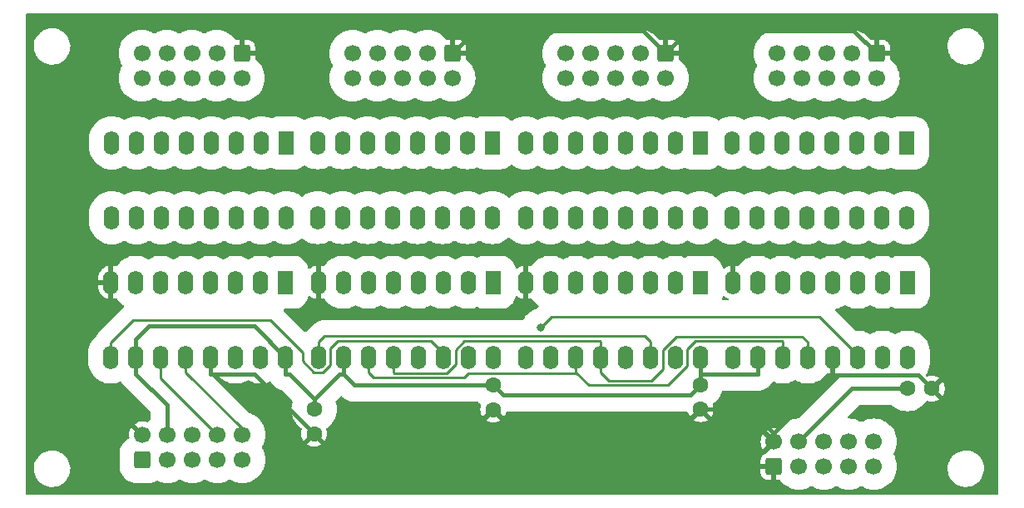
<source format=gtl>
G04 #@! TF.GenerationSoftware,KiCad,Pcbnew,(7.0.0)*
G04 #@! TF.CreationDate,2023-06-04T12:17:04+02:00*
G04 #@! TF.ProjectId,DOUT,444f5554-2e6b-4696-9361-645f70636258,rev?*
G04 #@! TF.SameCoordinates,Original*
G04 #@! TF.FileFunction,Copper,L1,Top*
G04 #@! TF.FilePolarity,Positive*
%FSLAX46Y46*%
G04 Gerber Fmt 4.6, Leading zero omitted, Abs format (unit mm)*
G04 Created by KiCad (PCBNEW (7.0.0)) date 2023-06-04 12:17:04*
%MOMM*%
%LPD*%
G01*
G04 APERTURE LIST*
G04 Aperture macros list*
%AMRoundRect*
0 Rectangle with rounded corners*
0 $1 Rounding radius*
0 $2 $3 $4 $5 $6 $7 $8 $9 X,Y pos of 4 corners*
0 Add a 4 corners polygon primitive as box body*
4,1,4,$2,$3,$4,$5,$6,$7,$8,$9,$2,$3,0*
0 Add four circle primitives for the rounded corners*
1,1,$1+$1,$2,$3*
1,1,$1+$1,$4,$5*
1,1,$1+$1,$6,$7*
1,1,$1+$1,$8,$9*
0 Add four rect primitives between the rounded corners*
20,1,$1+$1,$2,$3,$4,$5,0*
20,1,$1+$1,$4,$5,$6,$7,0*
20,1,$1+$1,$6,$7,$8,$9,0*
20,1,$1+$1,$8,$9,$2,$3,0*%
G04 Aperture macros list end*
G04 #@! TA.AperFunction,ComponentPad*
%ADD10RoundRect,0.250000X-0.600000X0.600000X-0.600000X-0.600000X0.600000X-0.600000X0.600000X0.600000X0*%
G04 #@! TD*
G04 #@! TA.AperFunction,ComponentPad*
%ADD11C,1.700000*%
G04 #@! TD*
G04 #@! TA.AperFunction,ComponentPad*
%ADD12RoundRect,0.250000X0.600000X-0.600000X0.600000X0.600000X-0.600000X0.600000X-0.600000X-0.600000X0*%
G04 #@! TD*
G04 #@! TA.AperFunction,ComponentPad*
%ADD13R,1.600000X2.400000*%
G04 #@! TD*
G04 #@! TA.AperFunction,ComponentPad*
%ADD14O,1.600000X2.400000*%
G04 #@! TD*
G04 #@! TA.AperFunction,ComponentPad*
%ADD15C,1.600000*%
G04 #@! TD*
G04 #@! TA.AperFunction,ViaPad*
%ADD16C,0.800000*%
G04 #@! TD*
G04 #@! TA.AperFunction,Conductor*
%ADD17C,0.250000*%
G04 #@! TD*
G04 #@! TA.AperFunction,Conductor*
%ADD18C,0.400000*%
G04 #@! TD*
G04 APERTURE END LIST*
D10*
X227410000Y-44210000D03*
D11*
X227410000Y-46750000D03*
X224870000Y-44210000D03*
X224870000Y-46750000D03*
X222330000Y-44210000D03*
X222330000Y-46750000D03*
X219790000Y-44210000D03*
X219790000Y-46750000D03*
X217250000Y-44210000D03*
X217250000Y-46750000D03*
D10*
X205930000Y-44210000D03*
D11*
X205930000Y-46750000D03*
X203390000Y-44210000D03*
X203390000Y-46750000D03*
X200850000Y-44210000D03*
X200850000Y-46750000D03*
X198310000Y-44210000D03*
X198310000Y-46750000D03*
X195770000Y-44210000D03*
X195770000Y-46750000D03*
D10*
X184230000Y-44200000D03*
D11*
X184230000Y-46740000D03*
X181690000Y-44200000D03*
X181690000Y-46740000D03*
X179150000Y-44200000D03*
X179150000Y-46740000D03*
X176610000Y-44200000D03*
X176610000Y-46740000D03*
X174070000Y-44200000D03*
X174070000Y-46740000D03*
D10*
X162790000Y-44200000D03*
D11*
X162790000Y-46740000D03*
X160250000Y-44200000D03*
X160250000Y-46740000D03*
X157710000Y-44200000D03*
X157710000Y-46740000D03*
X155170000Y-44200000D03*
X155170000Y-46740000D03*
X152630000Y-44200000D03*
X152630000Y-46740000D03*
D12*
X216970000Y-86290000D03*
D11*
X216970000Y-83750000D03*
X219510000Y-86290000D03*
X219510000Y-83750000D03*
X222050000Y-86290000D03*
X222050000Y-83750000D03*
X224590000Y-86290000D03*
X224590000Y-83750000D03*
X227130000Y-86290000D03*
X227130000Y-83750000D03*
D12*
X152700000Y-85600000D03*
D11*
X152700000Y-83060000D03*
X155240000Y-85600000D03*
X155240000Y-83060000D03*
X157780000Y-85600000D03*
X157780000Y-83060000D03*
X160320000Y-85600000D03*
X160320000Y-83060000D03*
X162860000Y-85600000D03*
X162860000Y-83060000D03*
D13*
X188369999Y-67519999D03*
D14*
X185829999Y-67519999D03*
X183289999Y-67519999D03*
X180749999Y-67519999D03*
X178209999Y-67519999D03*
X175669999Y-67519999D03*
X173129999Y-67519999D03*
X170589999Y-67519999D03*
X170589999Y-75139999D03*
X173129999Y-75139999D03*
X175669999Y-75139999D03*
X178209999Y-75139999D03*
X180749999Y-75139999D03*
X183289999Y-75139999D03*
X185829999Y-75139999D03*
X188369999Y-75139999D03*
D15*
X209500000Y-80450000D03*
X209500000Y-77950000D03*
D13*
X230449999Y-53319999D03*
D14*
X227909999Y-53319999D03*
X225369999Y-53319999D03*
X222829999Y-53319999D03*
X220289999Y-53319999D03*
X217749999Y-53319999D03*
X215209999Y-53319999D03*
X212669999Y-53319999D03*
X212669999Y-60939999D03*
X215209999Y-60939999D03*
X217749999Y-60939999D03*
X220289999Y-60939999D03*
X222829999Y-60939999D03*
X225369999Y-60939999D03*
X227909999Y-60939999D03*
X230449999Y-60939999D03*
D15*
X188400000Y-80500000D03*
X188400000Y-78000000D03*
D13*
X230559999Y-67519999D03*
D14*
X228019999Y-67519999D03*
X225479999Y-67519999D03*
X222939999Y-67519999D03*
X220399999Y-67519999D03*
X217859999Y-67519999D03*
X215319999Y-67519999D03*
X212779999Y-67519999D03*
X212779999Y-75139999D03*
X215319999Y-75139999D03*
X217859999Y-75139999D03*
X220399999Y-75139999D03*
X222939999Y-75139999D03*
X225479999Y-75139999D03*
X228019999Y-75139999D03*
X230559999Y-75139999D03*
D13*
X188299999Y-53309999D03*
D14*
X185759999Y-53309999D03*
X183219999Y-53309999D03*
X180679999Y-53309999D03*
X178139999Y-53309999D03*
X175599999Y-53309999D03*
X173059999Y-53309999D03*
X170519999Y-53309999D03*
X170519999Y-60929999D03*
X173059999Y-60929999D03*
X175599999Y-60929999D03*
X178139999Y-60929999D03*
X180679999Y-60929999D03*
X183219999Y-60929999D03*
X185759999Y-60929999D03*
X188299999Y-60929999D03*
D13*
X209449999Y-53319999D03*
D14*
X206909999Y-53319999D03*
X204369999Y-53319999D03*
X201829999Y-53319999D03*
X199289999Y-53319999D03*
X196749999Y-53319999D03*
X194209999Y-53319999D03*
X191669999Y-53319999D03*
X191669999Y-60939999D03*
X194209999Y-60939999D03*
X196749999Y-60939999D03*
X199289999Y-60939999D03*
X201829999Y-60939999D03*
X204369999Y-60939999D03*
X206909999Y-60939999D03*
X209449999Y-60939999D03*
D15*
X170160000Y-82940000D03*
X170160000Y-80440000D03*
D13*
X167269999Y-67519999D03*
D14*
X164729999Y-67519999D03*
X162189999Y-67519999D03*
X159649999Y-67519999D03*
X157109999Y-67519999D03*
X154569999Y-67519999D03*
X152029999Y-67519999D03*
X149489999Y-67519999D03*
X149489999Y-75139999D03*
X152029999Y-75139999D03*
X154569999Y-75139999D03*
X157109999Y-75139999D03*
X159649999Y-75139999D03*
X162189999Y-75139999D03*
X164729999Y-75139999D03*
X167269999Y-75139999D03*
D15*
X233040000Y-78350000D03*
X230540000Y-78350000D03*
D13*
X167329999Y-53319999D03*
D14*
X164789999Y-53319999D03*
X162249999Y-53319999D03*
X159709999Y-53319999D03*
X157169999Y-53319999D03*
X154629999Y-53319999D03*
X152089999Y-53319999D03*
X149549999Y-53319999D03*
X149549999Y-60939999D03*
X152089999Y-60939999D03*
X154629999Y-60939999D03*
X157169999Y-60939999D03*
X159709999Y-60939999D03*
X162249999Y-60939999D03*
X164789999Y-60939999D03*
X167329999Y-60939999D03*
D13*
X209479999Y-67519999D03*
D14*
X206939999Y-67519999D03*
X204399999Y-67519999D03*
X201859999Y-67519999D03*
X199319999Y-67519999D03*
X196779999Y-67519999D03*
X194239999Y-67519999D03*
X191699999Y-67519999D03*
X191699999Y-75139999D03*
X194239999Y-75139999D03*
X196779999Y-75139999D03*
X199319999Y-75139999D03*
X201859999Y-75139999D03*
X204399999Y-75139999D03*
X206939999Y-75139999D03*
X209479999Y-75139999D03*
D16*
X193184400Y-72130500D03*
D17*
X194314900Y-71000000D02*
X193184400Y-72130500D01*
X225480000Y-74920000D02*
X221560000Y-71000000D01*
X221560000Y-71000000D02*
X194314900Y-71000000D01*
X225480000Y-75140000D02*
X225480000Y-74920000D01*
D18*
X222940000Y-75140000D02*
X222940000Y-76840100D01*
X164060100Y-76840100D02*
X170160000Y-82940000D01*
X222940000Y-76840100D02*
X222940000Y-76945000D01*
X214505000Y-80450000D02*
X216970000Y-82915000D01*
X222940000Y-76945000D02*
X231635000Y-76945000D01*
X205930000Y-44210000D02*
X208240000Y-41900000D01*
X159650000Y-76840100D02*
X164060100Y-76840100D01*
X225100000Y-41900000D02*
X227410000Y-44210000D01*
X205930000Y-44210000D02*
X203620000Y-41900000D01*
X186530000Y-41900000D02*
X184230000Y-44200000D01*
X203620000Y-41900000D02*
X186530000Y-41900000D01*
X209500000Y-80450000D02*
X214505000Y-80450000D01*
X216970000Y-82915000D02*
X222940000Y-76945000D01*
X216970000Y-83750000D02*
X216970000Y-82915000D01*
X231635000Y-76945000D02*
X233040000Y-78350000D01*
X208240000Y-41900000D02*
X225100000Y-41900000D01*
X159650000Y-75140000D02*
X159650000Y-76840100D01*
X208450000Y-79000000D02*
X209500000Y-77950000D01*
X167617600Y-76840100D02*
X167270000Y-76840100D01*
X219510000Y-83750000D02*
X224910000Y-78350000D01*
X209500000Y-76860100D02*
X209480000Y-76840100D01*
X173130000Y-75140000D02*
X173130000Y-76840100D01*
X209480000Y-75140000D02*
X209480000Y-76840100D01*
X167270000Y-75140000D02*
X167270000Y-76840100D01*
X174289900Y-78000000D02*
X188400000Y-78000000D01*
X164130000Y-72000000D02*
X167270000Y-75140000D01*
X170160000Y-80440000D02*
X170160000Y-79382500D01*
X152030000Y-75140000D02*
X152030000Y-73300000D01*
X172702400Y-76840100D02*
X173130000Y-76840100D01*
X209500000Y-76860100D02*
X215300000Y-76860100D01*
X209500000Y-77950000D02*
X209500000Y-76860100D01*
X155240000Y-80050100D02*
X152030000Y-76840100D01*
X189400000Y-79000000D02*
X208450000Y-79000000D01*
X155240000Y-83060000D02*
X155240000Y-80050100D01*
X153330000Y-72000000D02*
X164130000Y-72000000D01*
X215300000Y-76860100D02*
X215320000Y-76840100D01*
X152030000Y-75538200D02*
X152030000Y-75140000D01*
X188400000Y-78000000D02*
X189400000Y-79000000D01*
X215320000Y-75140000D02*
X215320000Y-76840100D01*
X170160000Y-79382500D02*
X172702400Y-76840100D01*
X170160000Y-79382500D02*
X167617600Y-76840100D01*
X224910000Y-78350000D02*
X230540000Y-78350000D01*
X173130000Y-76840100D02*
X174289900Y-78000000D01*
X152030000Y-75538200D02*
X152030000Y-76840100D01*
X152030000Y-73300000D02*
X153330000Y-72000000D01*
D17*
X203785100Y-73000000D02*
X204400000Y-73614900D01*
X171204900Y-73000000D02*
X203785100Y-73000000D01*
X170590000Y-75140000D02*
X170590000Y-73614900D01*
X170590000Y-73614900D02*
X171204900Y-73000000D01*
X204400000Y-73614900D02*
X204400000Y-75140000D01*
X196780000Y-76665100D02*
X198114900Y-78000000D01*
X198114900Y-78000000D02*
X206141600Y-78000000D01*
X208961900Y-73501200D02*
X217746300Y-73501200D01*
X154570000Y-77310000D02*
X154570000Y-75140000D01*
X196780000Y-75140000D02*
X196780000Y-76665100D01*
X217746300Y-73501200D02*
X217860000Y-73614900D01*
X217860000Y-73614900D02*
X217860000Y-75140000D01*
X175670000Y-76665100D02*
X176220200Y-77215300D01*
X185876100Y-76765300D02*
X196679800Y-76765300D01*
X160320000Y-83060000D02*
X154570000Y-77310000D01*
X208139300Y-76002300D02*
X208139300Y-74323800D01*
X185426100Y-77215300D02*
X185876100Y-76765300D01*
X196679800Y-76765300D02*
X196780000Y-76665100D01*
X208139300Y-74323800D02*
X208961900Y-73501200D01*
X206141600Y-78000000D02*
X208139300Y-76002300D01*
X175670000Y-75140000D02*
X175670000Y-76665100D01*
X176220200Y-77215300D02*
X185426100Y-77215300D01*
X219811400Y-73026300D02*
X207055000Y-73026300D01*
X178210000Y-75140000D02*
X178210000Y-76665100D01*
X157110000Y-75140000D02*
X157110000Y-76665100D01*
X199320000Y-76665100D02*
X199320000Y-75140000D01*
X162860000Y-83060000D02*
X162860000Y-82415100D01*
X204450000Y-77550000D02*
X200204900Y-77550000D01*
X205670000Y-74411300D02*
X205670000Y-76330000D01*
X162860000Y-82415100D02*
X157110000Y-76665100D01*
X178310000Y-76765100D02*
X183664100Y-76765100D01*
X183664100Y-76765100D02*
X184560000Y-75869200D01*
X184560000Y-75869200D02*
X184560000Y-74397600D01*
X200204900Y-77550000D02*
X199320000Y-76665100D01*
X205670000Y-76330000D02*
X204450000Y-77550000D01*
X199206300Y-73501200D02*
X199320000Y-73614900D01*
X199320000Y-75140000D02*
X199320000Y-73614900D01*
X178210000Y-76665100D02*
X178310000Y-76765100D01*
X184560000Y-74397600D02*
X185456400Y-73501200D01*
X185456400Y-73501200D02*
X199206300Y-73501200D01*
X207055000Y-73026300D02*
X205670000Y-74411300D01*
X220400000Y-73614900D02*
X219811400Y-73026300D01*
X220400000Y-75140000D02*
X220400000Y-73614900D01*
X183290000Y-74740000D02*
X183290000Y-75140000D01*
X149490000Y-73656822D02*
X151771323Y-71375499D01*
X169000700Y-75548500D02*
X170152000Y-76699800D01*
X182051200Y-73501200D02*
X183290000Y-74740000D01*
X151771323Y-71375499D02*
X165696299Y-71375499D01*
X169000700Y-74679900D02*
X169000700Y-75548500D01*
X171031300Y-76699800D02*
X171789300Y-75941800D01*
X172561300Y-73501200D02*
X182051200Y-73501200D01*
X149490000Y-75140000D02*
X149490000Y-73656822D01*
X170152000Y-76699800D02*
X171031300Y-76699800D01*
X171789300Y-75941800D02*
X171789300Y-74273200D01*
X171789300Y-74273200D02*
X172561300Y-73501200D01*
X165696299Y-71375499D02*
X169000700Y-74679900D01*
G04 #@! TA.AperFunction,Conductor*
G36*
X239737000Y-40166881D02*
G01*
X239783119Y-40213000D01*
X239800000Y-40276000D01*
X239800000Y-89024000D01*
X239783119Y-89087000D01*
X239737000Y-89133119D01*
X239674000Y-89150000D01*
X140926000Y-89150000D01*
X140863000Y-89133119D01*
X140816881Y-89087000D01*
X140800000Y-89024000D01*
X140800000Y-86567765D01*
X141645788Y-86567765D01*
X141646290Y-86572332D01*
X141646291Y-86572344D01*
X141674910Y-86832444D01*
X141674911Y-86832453D01*
X141675414Y-86837018D01*
X141676576Y-86841463D01*
X141676577Y-86841468D01*
X141727824Y-87037488D01*
X141743928Y-87099088D01*
X141745725Y-87103318D01*
X141745728Y-87103325D01*
X141815847Y-87268328D01*
X141849870Y-87348390D01*
X141852265Y-87352315D01*
X141852266Y-87352316D01*
X141921682Y-87466059D01*
X141990982Y-87579610D01*
X141993917Y-87583137D01*
X141993918Y-87583138D01*
X142039295Y-87637665D01*
X142164255Y-87787820D01*
X142185368Y-87806737D01*
X142362561Y-87965503D01*
X142362565Y-87965506D01*
X142365998Y-87968582D01*
X142591910Y-88118044D01*
X142837176Y-88233020D01*
X143096569Y-88311060D01*
X143364561Y-88350500D01*
X143565330Y-88350500D01*
X143567631Y-88350500D01*
X143770156Y-88335677D01*
X144034553Y-88276780D01*
X144287558Y-88180014D01*
X144523777Y-88047441D01*
X144738177Y-87881888D01*
X144926186Y-87686881D01*
X145083799Y-87466579D01*
X145207656Y-87225675D01*
X145295118Y-86969305D01*
X145344319Y-86702933D01*
X145354212Y-86432235D01*
X145324586Y-86162982D01*
X145256072Y-85900912D01*
X145150130Y-85651610D01*
X145009018Y-85420390D01*
X144835745Y-85212180D01*
X144760137Y-85144435D01*
X144637438Y-85034496D01*
X144637432Y-85034491D01*
X144634002Y-85031418D01*
X144510931Y-84949995D01*
X144411925Y-84884493D01*
X144411922Y-84884491D01*
X144408090Y-84881956D01*
X144162824Y-84766980D01*
X144158420Y-84765655D01*
X143907843Y-84690267D01*
X143907838Y-84690265D01*
X143903431Y-84688940D01*
X143898874Y-84688269D01*
X143898868Y-84688268D01*
X143640000Y-84650171D01*
X143639996Y-84650170D01*
X143635439Y-84649500D01*
X143432369Y-84649500D01*
X143430098Y-84649666D01*
X143430076Y-84649667D01*
X143234438Y-84663986D01*
X143234427Y-84663987D01*
X143229844Y-84664323D01*
X143225353Y-84665323D01*
X143225349Y-84665324D01*
X142969939Y-84722219D01*
X142969934Y-84722220D01*
X142965447Y-84723220D01*
X142961149Y-84724863D01*
X142961145Y-84724865D01*
X142716746Y-84818339D01*
X142716735Y-84818343D01*
X142712442Y-84819986D01*
X142708434Y-84822235D01*
X142708422Y-84822241D01*
X142480232Y-84950308D01*
X142480221Y-84950314D01*
X142476223Y-84952559D01*
X142472589Y-84955364D01*
X142472586Y-84955367D01*
X142265466Y-85115298D01*
X142265458Y-85115305D01*
X142261823Y-85118112D01*
X142258632Y-85121421D01*
X142258625Y-85121428D01*
X142077011Y-85309802D01*
X142077004Y-85309809D01*
X142073814Y-85313119D01*
X142071136Y-85316861D01*
X142071131Y-85316868D01*
X141918885Y-85529668D01*
X141918878Y-85529677D01*
X141916201Y-85533421D01*
X141914097Y-85537512D01*
X141914091Y-85537523D01*
X141840664Y-85680341D01*
X141792344Y-85774325D01*
X141790856Y-85778684D01*
X141790854Y-85778691D01*
X141706371Y-86026327D01*
X141706367Y-86026341D01*
X141704882Y-86030695D01*
X141704044Y-86035228D01*
X141704044Y-86035231D01*
X141656517Y-86292537D01*
X141656515Y-86292546D01*
X141655681Y-86297067D01*
X141655513Y-86301656D01*
X141655512Y-86301668D01*
X141646528Y-86547506D01*
X141645788Y-86567765D01*
X140800000Y-86567765D01*
X140800000Y-75615310D01*
X147189500Y-75615310D01*
X147204287Y-75840920D01*
X147263120Y-76136691D01*
X147360055Y-76422252D01*
X147361874Y-76425941D01*
X147361878Y-76425950D01*
X147384491Y-76471804D01*
X147493434Y-76692718D01*
X147660975Y-76943461D01*
X147859811Y-77170189D01*
X148086539Y-77369025D01*
X148337282Y-77536566D01*
X148340986Y-77538392D01*
X148340985Y-77538392D01*
X148592409Y-77662381D01*
X148607748Y-77669945D01*
X148893309Y-77766880D01*
X149189080Y-77825713D01*
X149490000Y-77845436D01*
X149790920Y-77825713D01*
X150086691Y-77766880D01*
X150372252Y-77669945D01*
X150398950Y-77656778D01*
X150462048Y-77643999D01*
X150523224Y-77664057D01*
X150566505Y-77711719D01*
X150578741Y-77735285D01*
X150578745Y-77735292D01*
X150580964Y-77739565D01*
X150583804Y-77743443D01*
X150583813Y-77743457D01*
X150606382Y-77774272D01*
X150613032Y-77784329D01*
X150632546Y-77817152D01*
X150632553Y-77817162D01*
X150635018Y-77821308D01*
X150638092Y-77825035D01*
X150684685Y-77881534D01*
X150689128Y-77887248D01*
X150735249Y-77950219D01*
X150738668Y-77953638D01*
X150765660Y-77980630D01*
X150773772Y-77989558D01*
X150798073Y-78019025D01*
X150798082Y-78019034D01*
X150801148Y-78022752D01*
X150804743Y-78025956D01*
X150804748Y-78025961D01*
X150859427Y-78074690D01*
X150864691Y-78079661D01*
X153502595Y-80717566D01*
X153529909Y-80758443D01*
X153539500Y-80806661D01*
X153539500Y-81386729D01*
X153531424Y-81431113D01*
X153508232Y-81469807D01*
X153373940Y-81622936D01*
X153373935Y-81622941D01*
X153371222Y-81626036D01*
X153368932Y-81629462D01*
X153368929Y-81629467D01*
X153300882Y-81731306D01*
X153261358Y-81769098D01*
X153209546Y-81786586D01*
X153155205Y-81780477D01*
X153039442Y-81740735D01*
X153029372Y-81738185D01*
X152817664Y-81702857D01*
X152807316Y-81702000D01*
X152592684Y-81702000D01*
X152582335Y-81702857D01*
X152370627Y-81738185D01*
X152360557Y-81740735D01*
X152157559Y-81810424D01*
X152148042Y-81814599D01*
X151959277Y-81916754D01*
X151950591Y-81922428D01*
X151948445Y-81924098D01*
X151940210Y-81935465D01*
X151946979Y-81947769D01*
X152854837Y-82855627D01*
X152883666Y-82900338D01*
X152891472Y-82952962D01*
X152888647Y-82996070D01*
X152884457Y-83060000D01*
X152884727Y-83064119D01*
X152884727Y-83064121D01*
X152888078Y-83115261D01*
X152874111Y-83181682D01*
X152827713Y-83231219D01*
X152762348Y-83249500D01*
X152582480Y-83249500D01*
X152534262Y-83239909D01*
X152493385Y-83212595D01*
X151586860Y-82306070D01*
X151577328Y-82300051D01*
X151569234Y-82307899D01*
X151504431Y-82407086D01*
X151499488Y-82416221D01*
X151413270Y-82612776D01*
X151409900Y-82622592D01*
X151357209Y-82830664D01*
X151355500Y-82840907D01*
X151337776Y-83054811D01*
X151337776Y-83065189D01*
X151355500Y-83279089D01*
X151357210Y-83289338D01*
X151360427Y-83302040D01*
X151361865Y-83357531D01*
X151339317Y-83408256D01*
X151297159Y-83444368D01*
X151170234Y-83511451D01*
X151170227Y-83511455D01*
X151166067Y-83513654D01*
X151162283Y-83516446D01*
X151162276Y-83516451D01*
X150958758Y-83666652D01*
X150958744Y-83666663D01*
X150954969Y-83669450D01*
X150951640Y-83672778D01*
X150951633Y-83672785D01*
X150772785Y-83851633D01*
X150772778Y-83851640D01*
X150769450Y-83854969D01*
X150766663Y-83858744D01*
X150766652Y-83858758D01*
X150616453Y-84062273D01*
X150616446Y-84062282D01*
X150613654Y-84066067D01*
X150611454Y-84070228D01*
X150611448Y-84070239D01*
X150493266Y-84293848D01*
X150493260Y-84293860D01*
X150491059Y-84298026D01*
X150489501Y-84302476D01*
X150489498Y-84302485D01*
X150405965Y-84541209D01*
X150405962Y-84541220D01*
X150404406Y-84545667D01*
X150403528Y-84550306D01*
X150403528Y-84550307D01*
X150356397Y-84799398D01*
X150356395Y-84799412D01*
X150355630Y-84803457D01*
X150355399Y-84807565D01*
X150355398Y-84807576D01*
X150349599Y-84910833D01*
X150349598Y-84910857D01*
X150349500Y-84912608D01*
X150349500Y-86287392D01*
X150349598Y-86289143D01*
X150349599Y-86289166D01*
X150355398Y-86392423D01*
X150355399Y-86392432D01*
X150355630Y-86396543D01*
X150356395Y-86400588D01*
X150356397Y-86400601D01*
X150393645Y-86597460D01*
X150404406Y-86654333D01*
X150405963Y-86658783D01*
X150405965Y-86658790D01*
X150489498Y-86897514D01*
X150491059Y-86901974D01*
X150493263Y-86906144D01*
X150493266Y-86906151D01*
X150597477Y-87103325D01*
X150613654Y-87133933D01*
X150616451Y-87137722D01*
X150616453Y-87137726D01*
X150766652Y-87341241D01*
X150766658Y-87341248D01*
X150769450Y-87345031D01*
X150954969Y-87530550D01*
X150958752Y-87533342D01*
X150958758Y-87533347D01*
X151161711Y-87683131D01*
X151166067Y-87686346D01*
X151398026Y-87808941D01*
X151645667Y-87895594D01*
X151903457Y-87944370D01*
X152012608Y-87950500D01*
X153385610Y-87950500D01*
X153387392Y-87950500D01*
X153496543Y-87944370D01*
X153754333Y-87895594D01*
X154001974Y-87808941D01*
X154139567Y-87736219D01*
X154196671Y-87721631D01*
X154254164Y-87734612D01*
X154338573Y-87776238D01*
X154630341Y-87875280D01*
X154932540Y-87935391D01*
X155240000Y-87955543D01*
X155547460Y-87935391D01*
X155849659Y-87875280D01*
X156141427Y-87776238D01*
X156417772Y-87639960D01*
X156439998Y-87625108D01*
X156485419Y-87606295D01*
X156534581Y-87606295D01*
X156580002Y-87625109D01*
X156598794Y-87637666D01*
X156598799Y-87637669D01*
X156602228Y-87639960D01*
X156878573Y-87776238D01*
X157170341Y-87875280D01*
X157472540Y-87935391D01*
X157780000Y-87955543D01*
X158087460Y-87935391D01*
X158389659Y-87875280D01*
X158681427Y-87776238D01*
X158957772Y-87639960D01*
X158979998Y-87625108D01*
X159025419Y-87606295D01*
X159074581Y-87606295D01*
X159120002Y-87625109D01*
X159138794Y-87637666D01*
X159138799Y-87637669D01*
X159142228Y-87639960D01*
X159418573Y-87776238D01*
X159710341Y-87875280D01*
X160012540Y-87935391D01*
X160320000Y-87955543D01*
X160627460Y-87935391D01*
X160929659Y-87875280D01*
X161221427Y-87776238D01*
X161497772Y-87639960D01*
X161519998Y-87625108D01*
X161565419Y-87606295D01*
X161614581Y-87606295D01*
X161660002Y-87625109D01*
X161678794Y-87637666D01*
X161678799Y-87637669D01*
X161682228Y-87639960D01*
X161958573Y-87776238D01*
X162250341Y-87875280D01*
X162552540Y-87935391D01*
X162860000Y-87955543D01*
X163167460Y-87935391D01*
X163469659Y-87875280D01*
X163761427Y-87776238D01*
X164037772Y-87639960D01*
X164293964Y-87468778D01*
X164525620Y-87265620D01*
X164728778Y-87033964D01*
X164793365Y-86937303D01*
X215612000Y-86937303D01*
X215612325Y-86943692D01*
X215621907Y-87037488D01*
X215624767Y-87050846D01*
X215676035Y-87205564D01*
X215682192Y-87218767D01*
X215767511Y-87357091D01*
X215776558Y-87368532D01*
X215891467Y-87483441D01*
X215902908Y-87492488D01*
X216041232Y-87577807D01*
X216054435Y-87583964D01*
X216209153Y-87635232D01*
X216222511Y-87638092D01*
X216316307Y-87647674D01*
X216322697Y-87648000D01*
X216699410Y-87648000D01*
X216712493Y-87644493D01*
X216716000Y-87631410D01*
X216716000Y-86560590D01*
X216712493Y-86547506D01*
X216699410Y-86544000D01*
X215628590Y-86544000D01*
X215615506Y-86547506D01*
X215612000Y-86560590D01*
X215612000Y-86937303D01*
X164793365Y-86937303D01*
X164899960Y-86777772D01*
X165036238Y-86501427D01*
X165135280Y-86209659D01*
X165195391Y-85907460D01*
X165215543Y-85600000D01*
X165195391Y-85292540D01*
X165135280Y-84990341D01*
X165036238Y-84698573D01*
X165019841Y-84665324D01*
X164901789Y-84425938D01*
X164899960Y-84422229D01*
X164885105Y-84399997D01*
X164866294Y-84354579D01*
X164866295Y-84305416D01*
X164885108Y-84259998D01*
X164899960Y-84237772D01*
X165004014Y-84026770D01*
X169435860Y-84026770D01*
X169443414Y-84035014D01*
X169498996Y-84073933D01*
X169508482Y-84079410D01*
X169705946Y-84171489D01*
X169716238Y-84175235D01*
X169926687Y-84231625D01*
X169937480Y-84233528D01*
X170154525Y-84252517D01*
X170165475Y-84252517D01*
X170382519Y-84233528D01*
X170393312Y-84231625D01*
X170603761Y-84175235D01*
X170614053Y-84171489D01*
X170811510Y-84079413D01*
X170821006Y-84073931D01*
X170876586Y-84035013D01*
X170884138Y-84026771D01*
X170878128Y-84017338D01*
X170615979Y-83755189D01*
X215607776Y-83755189D01*
X215625500Y-83969092D01*
X215627209Y-83979335D01*
X215679900Y-84187407D01*
X215683270Y-84197223D01*
X215769488Y-84393778D01*
X215774431Y-84402913D01*
X215839233Y-84502099D01*
X215847328Y-84509947D01*
X215856859Y-84503929D01*
X216599059Y-83761730D01*
X216605832Y-83749999D01*
X216599060Y-83738270D01*
X215856860Y-82996070D01*
X215847328Y-82990051D01*
X215839234Y-82997899D01*
X215774431Y-83097086D01*
X215769488Y-83106221D01*
X215683270Y-83302776D01*
X215679900Y-83312592D01*
X215627209Y-83520664D01*
X215625500Y-83530907D01*
X215607776Y-83744811D01*
X215607776Y-83755189D01*
X170615979Y-83755189D01*
X170171729Y-83310939D01*
X170159999Y-83304167D01*
X170148271Y-83310938D01*
X169441867Y-84017341D01*
X169435860Y-84026770D01*
X165004014Y-84026770D01*
X165036238Y-83961427D01*
X165135280Y-83669659D01*
X165195391Y-83367460D01*
X165215543Y-83060000D01*
X165195391Y-82752540D01*
X165135280Y-82450341D01*
X165036238Y-82158573D01*
X164899960Y-81882229D01*
X164728778Y-81626036D01*
X164525620Y-81394380D01*
X164293964Y-81191222D01*
X164037772Y-81020040D01*
X164034072Y-81018215D01*
X164034068Y-81018213D01*
X163802573Y-80904053D01*
X163761427Y-80883762D01*
X163723652Y-80870939D01*
X163586440Y-80824361D01*
X163537847Y-80794143D01*
X159792054Y-77048350D01*
X159758136Y-76986526D01*
X159762748Y-76916160D01*
X159804446Y-76859292D01*
X159867173Y-76834898D01*
X159867100Y-76834484D01*
X159869186Y-76834116D01*
X159870169Y-76833734D01*
X159872519Y-76833528D01*
X159883312Y-76831625D01*
X160093761Y-76775235D01*
X160104052Y-76771489D01*
X160114365Y-76766681D01*
X160172196Y-76754958D01*
X160229022Y-76770851D01*
X160272382Y-76810873D01*
X160304735Y-76859292D01*
X160360975Y-76943461D01*
X160559811Y-77170189D01*
X160786539Y-77369025D01*
X161037282Y-77536566D01*
X161040986Y-77538392D01*
X161040985Y-77538392D01*
X161292409Y-77662381D01*
X161307748Y-77669945D01*
X161593309Y-77766880D01*
X161889080Y-77825713D01*
X162190000Y-77845436D01*
X162490920Y-77825713D01*
X162786691Y-77766880D01*
X163072252Y-77669945D01*
X163342718Y-77536566D01*
X163389999Y-77504972D01*
X163435416Y-77486160D01*
X163484579Y-77486160D01*
X163530001Y-77504974D01*
X163551193Y-77519133D01*
X163577282Y-77536566D01*
X163580986Y-77538392D01*
X163580985Y-77538392D01*
X163832409Y-77662381D01*
X163847748Y-77669945D01*
X164133309Y-77766880D01*
X164429080Y-77825713D01*
X164730000Y-77845436D01*
X165030920Y-77825713D01*
X165326691Y-77766880D01*
X165612252Y-77669945D01*
X165640354Y-77656086D01*
X165702651Y-77643262D01*
X165763274Y-77662500D01*
X165806777Y-77708897D01*
X165836150Y-77762912D01*
X165836154Y-77762918D01*
X165838459Y-77767157D01*
X165841384Y-77770995D01*
X165841389Y-77771002D01*
X165853906Y-77787424D01*
X165861999Y-77799411D01*
X165875018Y-77821308D01*
X165878092Y-77825035D01*
X165878094Y-77825038D01*
X165935811Y-77895024D01*
X165938810Y-77898806D01*
X165996750Y-77974816D01*
X166015110Y-77992486D01*
X166024940Y-78003098D01*
X166041148Y-78022752D01*
X166044749Y-78025961D01*
X166044755Y-78025967D01*
X166112473Y-78086317D01*
X166116014Y-78089596D01*
X166143735Y-78116275D01*
X166184886Y-78155878D01*
X166205729Y-78170539D01*
X166217057Y-78179522D01*
X166236080Y-78196475D01*
X166316342Y-78248451D01*
X166320279Y-78251111D01*
X166352687Y-78273906D01*
X166394503Y-78303319D01*
X166394507Y-78303321D01*
X166398456Y-78306099D01*
X166421285Y-78317402D01*
X166433859Y-78324556D01*
X166451180Y-78335773D01*
X166451187Y-78335777D01*
X166455247Y-78338406D01*
X166471924Y-78345882D01*
X166542455Y-78377500D01*
X166546805Y-78379551D01*
X166632453Y-78421959D01*
X166649113Y-78427231D01*
X166656741Y-78429645D01*
X166670271Y-78434799D01*
X166693511Y-78445218D01*
X166785667Y-78470542D01*
X166790238Y-78471892D01*
X166840331Y-78487745D01*
X166891407Y-78518777D01*
X167949390Y-79576760D01*
X167983003Y-79637243D01*
X167979609Y-79706355D01*
X167955864Y-79776307D01*
X167933120Y-79843309D01*
X167932316Y-79847349D01*
X167932314Y-79847358D01*
X167875090Y-80135040D01*
X167875088Y-80135049D01*
X167874287Y-80139080D01*
X167874017Y-80143184D01*
X167874017Y-80143192D01*
X167861141Y-80339647D01*
X167854564Y-80440000D01*
X167854834Y-80444119D01*
X167872411Y-80712305D01*
X167874287Y-80740920D01*
X167875089Y-80744952D01*
X167875090Y-80744959D01*
X167930264Y-81022334D01*
X167933120Y-81036691D01*
X167934446Y-81040599D01*
X167934448Y-81040604D01*
X167972096Y-81151510D01*
X168030055Y-81322252D01*
X168031874Y-81325941D01*
X168031878Y-81325950D01*
X168160501Y-81586771D01*
X168163434Y-81592718D01*
X168330975Y-81843461D01*
X168529811Y-82070189D01*
X168756539Y-82269025D01*
X168876159Y-82348953D01*
X168914345Y-82389132D01*
X168931592Y-82441815D01*
X168925339Y-82490701D01*
X168926187Y-82490929D01*
X168868374Y-82706687D01*
X168866471Y-82717480D01*
X168847483Y-82934525D01*
X168847483Y-82945475D01*
X168866471Y-83162519D01*
X168868374Y-83173312D01*
X168924764Y-83383761D01*
X168928510Y-83394053D01*
X169020587Y-83591513D01*
X169026066Y-83601002D01*
X169064985Y-83656586D01*
X169073227Y-83664138D01*
X169082656Y-83658131D01*
X169965111Y-82775676D01*
X170009824Y-82746847D01*
X170062443Y-82739041D01*
X170160000Y-82745436D01*
X170257555Y-82739041D01*
X170310174Y-82746847D01*
X170354886Y-82775676D01*
X171237338Y-83658128D01*
X171246771Y-83664138D01*
X171255013Y-83656586D01*
X171293931Y-83601006D01*
X171299413Y-83591510D01*
X171391489Y-83394053D01*
X171395235Y-83383761D01*
X171451625Y-83173312D01*
X171453528Y-83162519D01*
X171472517Y-82945475D01*
X171472517Y-82934525D01*
X171453528Y-82717480D01*
X171451625Y-82706687D01*
X171393813Y-82490929D01*
X171394663Y-82490700D01*
X171388406Y-82441831D01*
X171405650Y-82389139D01*
X171443837Y-82348954D01*
X171563461Y-82269025D01*
X171790189Y-82070189D01*
X171989025Y-81843461D01*
X172156566Y-81592718D01*
X172159499Y-81586770D01*
X187675860Y-81586770D01*
X187683414Y-81595014D01*
X187738996Y-81633933D01*
X187748482Y-81639410D01*
X187945946Y-81731489D01*
X187956238Y-81735235D01*
X188166687Y-81791625D01*
X188177480Y-81793528D01*
X188394525Y-81812517D01*
X188405475Y-81812517D01*
X188622519Y-81793528D01*
X188633312Y-81791625D01*
X188843761Y-81735235D01*
X188854053Y-81731489D01*
X189051510Y-81639413D01*
X189061006Y-81633931D01*
X189116586Y-81595013D01*
X189124138Y-81586771D01*
X189118128Y-81577338D01*
X189077560Y-81536770D01*
X208775860Y-81536770D01*
X208783414Y-81545014D01*
X208838996Y-81583933D01*
X208848482Y-81589410D01*
X209045946Y-81681489D01*
X209056238Y-81685235D01*
X209266687Y-81741625D01*
X209277480Y-81743528D01*
X209494525Y-81762517D01*
X209505475Y-81762517D01*
X209722519Y-81743528D01*
X209733312Y-81741625D01*
X209943761Y-81685235D01*
X209954053Y-81681489D01*
X210151510Y-81589413D01*
X210161006Y-81583931D01*
X210216586Y-81545013D01*
X210224138Y-81536771D01*
X210218128Y-81527338D01*
X209511729Y-80820939D01*
X209499999Y-80814167D01*
X209488271Y-80820938D01*
X208781867Y-81527341D01*
X208775860Y-81536770D01*
X189077560Y-81536770D01*
X188411729Y-80870939D01*
X188399999Y-80864167D01*
X188388271Y-80870938D01*
X187681867Y-81577341D01*
X187675860Y-81586770D01*
X172159499Y-81586770D01*
X172289945Y-81322252D01*
X172386880Y-81036691D01*
X172445713Y-80740920D01*
X172465436Y-80440000D01*
X172445713Y-80139080D01*
X172386880Y-79843309D01*
X172340389Y-79706355D01*
X172336994Y-79637245D01*
X172370606Y-79576762D01*
X172826491Y-79120877D01*
X172888434Y-79086935D01*
X172958912Y-79091658D01*
X173009024Y-79128591D01*
X173010509Y-79127269D01*
X173013719Y-79130871D01*
X173016650Y-79134716D01*
X173020133Y-79138068D01*
X173098137Y-79213139D01*
X173099860Y-79214830D01*
X173133552Y-79248522D01*
X173143206Y-79256800D01*
X173148524Y-79261632D01*
X173204786Y-79315778D01*
X173239975Y-79340529D01*
X173249490Y-79347928D01*
X173259558Y-79356560D01*
X173282151Y-79375931D01*
X173348491Y-79417110D01*
X173354513Y-79421093D01*
X173383719Y-79441636D01*
X173414406Y-79463221D01*
X173414409Y-79463222D01*
X173418356Y-79465999D01*
X173422679Y-79468139D01*
X173422680Y-79468140D01*
X173456901Y-79485084D01*
X173467442Y-79490948D01*
X173499884Y-79511085D01*
X173503997Y-79513638D01*
X173508445Y-79515530D01*
X173508450Y-79515533D01*
X173544363Y-79530812D01*
X173575833Y-79544202D01*
X173582371Y-79547208D01*
X173652353Y-79581859D01*
X173680084Y-79590634D01*
X173693364Y-79594837D01*
X173704679Y-79599023D01*
X173744262Y-79615866D01*
X173819919Y-79635106D01*
X173826854Y-79637083D01*
X173901295Y-79660641D01*
X173943804Y-79667206D01*
X173955624Y-79669616D01*
X173997317Y-79680220D01*
X174075030Y-79687686D01*
X174082214Y-79688586D01*
X174159345Y-79700500D01*
X174202370Y-79700500D01*
X174214420Y-79701078D01*
X174257231Y-79705191D01*
X174335154Y-79700708D01*
X174342392Y-79700500D01*
X186802561Y-79700500D01*
X186846945Y-79708576D01*
X186885639Y-79731768D01*
X186996539Y-79829025D01*
X187116159Y-79908953D01*
X187154345Y-79949132D01*
X187171592Y-80001815D01*
X187165339Y-80050701D01*
X187166187Y-80050929D01*
X187108374Y-80266687D01*
X187106471Y-80277480D01*
X187087483Y-80494525D01*
X187087483Y-80505475D01*
X187106471Y-80722519D01*
X187108374Y-80733312D01*
X187164764Y-80943761D01*
X187168510Y-80954053D01*
X187260587Y-81151513D01*
X187266066Y-81161002D01*
X187304985Y-81216586D01*
X187313227Y-81224138D01*
X187322656Y-81218131D01*
X188187200Y-80353587D01*
X188236761Y-80323045D01*
X188294762Y-80318042D01*
X188348820Y-80339647D01*
X188350110Y-80340555D01*
X188359599Y-80347935D01*
X188392252Y-80375931D01*
X188458595Y-80417112D01*
X188464567Y-80421061D01*
X188528456Y-80465999D01*
X188532781Y-80468140D01*
X188532782Y-80468141D01*
X188567004Y-80485086D01*
X188577544Y-80490949D01*
X188593761Y-80501015D01*
X188614097Y-80513638D01*
X188618539Y-80515528D01*
X188618543Y-80515530D01*
X188643029Y-80525948D01*
X188685935Y-80544203D01*
X188692501Y-80547223D01*
X188762453Y-80581859D01*
X188803471Y-80594839D01*
X188814761Y-80599016D01*
X188854363Y-80615867D01*
X188857553Y-80616678D01*
X188905898Y-80646688D01*
X189477338Y-81218128D01*
X189486771Y-81224138D01*
X189495013Y-81216586D01*
X189533931Y-81161006D01*
X189539413Y-81151510D01*
X189631489Y-80954053D01*
X189635235Y-80943760D01*
X189675394Y-80793889D01*
X189700579Y-80745509D01*
X189743851Y-80712305D01*
X189797101Y-80700500D01*
X208116297Y-80700500D01*
X208169547Y-80712305D01*
X208212819Y-80745509D01*
X208238004Y-80793889D01*
X208264764Y-80893761D01*
X208268510Y-80904053D01*
X208360587Y-81101513D01*
X208366066Y-81111002D01*
X208404985Y-81166586D01*
X208413227Y-81174138D01*
X208422656Y-81168131D01*
X208946724Y-80644063D01*
X208988711Y-80616297D01*
X209037025Y-80596824D01*
X209043724Y-80594345D01*
X209117729Y-80569357D01*
X209155926Y-80549523D01*
X209166851Y-80544500D01*
X209206766Y-80528414D01*
X209273914Y-80488493D01*
X209280163Y-80485018D01*
X209349465Y-80449036D01*
X209384179Y-80423610D01*
X209394214Y-80416974D01*
X209431208Y-80394982D01*
X209491449Y-80345300D01*
X209497113Y-80340896D01*
X209555996Y-80297770D01*
X209610417Y-80275026D01*
X209669228Y-80279542D01*
X209719539Y-80310329D01*
X210577338Y-81168128D01*
X210586771Y-81174138D01*
X210595013Y-81166586D01*
X210633931Y-81111006D01*
X210639413Y-81101510D01*
X210731489Y-80904053D01*
X210735235Y-80893761D01*
X210791625Y-80683312D01*
X210793528Y-80672519D01*
X210812517Y-80455475D01*
X210812517Y-80444525D01*
X210793528Y-80227480D01*
X210791625Y-80216687D01*
X210733813Y-80000929D01*
X210734663Y-80000700D01*
X210728406Y-79951831D01*
X210745650Y-79899139D01*
X210783837Y-79858954D01*
X210903461Y-79779025D01*
X211130189Y-79580189D01*
X211329025Y-79353461D01*
X211496566Y-79102718D01*
X211629945Y-78832252D01*
X211693136Y-78646097D01*
X211719552Y-78601476D01*
X211761703Y-78571271D01*
X211812449Y-78560600D01*
X215177354Y-78560600D01*
X215194198Y-78561731D01*
X215195966Y-78561969D01*
X215202042Y-78562789D01*
X215315088Y-78560623D01*
X215317503Y-78560600D01*
X215362750Y-78560600D01*
X215365177Y-78560600D01*
X215377816Y-78559628D01*
X215385042Y-78559281D01*
X215463104Y-78557787D01*
X215505504Y-78550403D01*
X215517449Y-78548909D01*
X215560344Y-78545616D01*
X215636363Y-78527825D01*
X215643428Y-78526385D01*
X215720343Y-78512993D01*
X215761117Y-78499224D01*
X215772693Y-78495923D01*
X215814586Y-78486121D01*
X215887019Y-78456927D01*
X215893761Y-78454433D01*
X215951909Y-78434799D01*
X215963145Y-78431005D01*
X215963146Y-78431004D01*
X215967729Y-78429457D01*
X216005926Y-78409623D01*
X216016851Y-78404600D01*
X216056766Y-78388514D01*
X216123914Y-78348593D01*
X216130163Y-78345118D01*
X216199465Y-78309136D01*
X216234179Y-78283710D01*
X216244214Y-78277074D01*
X216281208Y-78255082D01*
X216341449Y-78205400D01*
X216347113Y-78200996D01*
X216410119Y-78154851D01*
X216435711Y-78129257D01*
X216448431Y-78118140D01*
X216454716Y-78113350D01*
X216458067Y-78109867D01*
X216461675Y-78106652D01*
X216461726Y-78106709D01*
X216466657Y-78102142D01*
X216478918Y-78092031D01*
X216482652Y-78088952D01*
X216534592Y-78030668D01*
X216539529Y-78025439D01*
X216568522Y-77996448D01*
X216576786Y-77986807D01*
X216581628Y-77981478D01*
X216635778Y-77925214D01*
X216660536Y-77890014D01*
X216667927Y-77880509D01*
X216695931Y-77847849D01*
X216737122Y-77781487D01*
X216741069Y-77775519D01*
X216785999Y-77711644D01*
X216788145Y-77707309D01*
X216788763Y-77706270D01*
X216832622Y-77662381D01*
X216892110Y-77644747D01*
X216952801Y-77657642D01*
X216977748Y-77669945D01*
X217263309Y-77766880D01*
X217559080Y-77825713D01*
X217860000Y-77845436D01*
X218160920Y-77825713D01*
X218456691Y-77766880D01*
X218742252Y-77669945D01*
X219012718Y-77536566D01*
X219059999Y-77504972D01*
X219105416Y-77486160D01*
X219154579Y-77486160D01*
X219200001Y-77504974D01*
X219221193Y-77519133D01*
X219247282Y-77536566D01*
X219250986Y-77538392D01*
X219250985Y-77538392D01*
X219502409Y-77662381D01*
X219517748Y-77669945D01*
X219803309Y-77766880D01*
X220099080Y-77825713D01*
X220400000Y-77845436D01*
X220700920Y-77825713D01*
X220996691Y-77766880D01*
X221282252Y-77669945D01*
X221552718Y-77536566D01*
X221803461Y-77369025D01*
X222030189Y-77170189D01*
X222229025Y-76943461D01*
X222317618Y-76810872D01*
X222360975Y-76770851D01*
X222417801Y-76754958D01*
X222475631Y-76766680D01*
X222485941Y-76771487D01*
X222496238Y-76775235D01*
X222671998Y-76822330D01*
X222683408Y-76822703D01*
X222686000Y-76811589D01*
X222686000Y-75840663D01*
X222686270Y-75832422D01*
X222686687Y-75826055D01*
X222700500Y-75615310D01*
X222700500Y-75012000D01*
X222717381Y-74949000D01*
X222763500Y-74902881D01*
X222826500Y-74886000D01*
X223053500Y-74886000D01*
X223116500Y-74902881D01*
X223162619Y-74949000D01*
X223179500Y-75012000D01*
X223179500Y-75615310D01*
X223179633Y-75617349D01*
X223179634Y-75617359D01*
X223193730Y-75832422D01*
X223194000Y-75840663D01*
X223194000Y-76811589D01*
X223196591Y-76822703D01*
X223208001Y-76822330D01*
X223383761Y-76775235D01*
X223394052Y-76771489D01*
X223404365Y-76766681D01*
X223462196Y-76754958D01*
X223519022Y-76770851D01*
X223562382Y-76810873D01*
X223594735Y-76859292D01*
X223650975Y-76943461D01*
X223653691Y-76946558D01*
X223653698Y-76946567D01*
X223693948Y-76992463D01*
X223721684Y-77045918D01*
X223721444Y-77106140D01*
X223693282Y-77159371D01*
X223675409Y-77179426D01*
X223670438Y-77184690D01*
X219490746Y-81364382D01*
X219453652Y-81390056D01*
X219409893Y-81401017D01*
X219206654Y-81414339D01*
X219206648Y-81414339D01*
X219202540Y-81414609D01*
X219198499Y-81415412D01*
X219198497Y-81415413D01*
X218904385Y-81473915D01*
X218904376Y-81473917D01*
X218900341Y-81474720D01*
X218896437Y-81476045D01*
X218896434Y-81476046D01*
X218612479Y-81572436D01*
X218608573Y-81573762D01*
X218604888Y-81575578D01*
X218604874Y-81575585D01*
X218335932Y-81708213D01*
X218335921Y-81708219D01*
X218332229Y-81710040D01*
X218328800Y-81712330D01*
X218328795Y-81712334D01*
X218079466Y-81878929D01*
X218079454Y-81878937D01*
X218076036Y-81881222D01*
X218072941Y-81883935D01*
X218072936Y-81883940D01*
X217847468Y-82081671D01*
X217847460Y-82081678D01*
X217844380Y-82084380D01*
X217841678Y-82087460D01*
X217841671Y-82087468D01*
X217643940Y-82312936D01*
X217643935Y-82312941D01*
X217641222Y-82316036D01*
X217638932Y-82319462D01*
X217638929Y-82319467D01*
X217570882Y-82421306D01*
X217531358Y-82459098D01*
X217479546Y-82476586D01*
X217425205Y-82470477D01*
X217309442Y-82430735D01*
X217299372Y-82428185D01*
X217087664Y-82392857D01*
X217077316Y-82392000D01*
X216862684Y-82392000D01*
X216852335Y-82392857D01*
X216640627Y-82428185D01*
X216630557Y-82430735D01*
X216427559Y-82500424D01*
X216418042Y-82504599D01*
X216229277Y-82606754D01*
X216220591Y-82612428D01*
X216218445Y-82614098D01*
X216210210Y-82625465D01*
X216216979Y-82637769D01*
X217124837Y-83545627D01*
X217153666Y-83590338D01*
X217161472Y-83642962D01*
X217155226Y-83738270D01*
X217154457Y-83750000D01*
X217154727Y-83754119D01*
X217154727Y-83754121D01*
X217161472Y-83857036D01*
X217153666Y-83909660D01*
X217124838Y-83954371D01*
X216216977Y-84862232D01*
X216200232Y-84892671D01*
X216199001Y-84900460D01*
X216168369Y-84945773D01*
X216121422Y-84973837D01*
X216054438Y-84996033D01*
X216041232Y-85002192D01*
X215902908Y-85087511D01*
X215891467Y-85096558D01*
X215776558Y-85211467D01*
X215767511Y-85222908D01*
X215682192Y-85361232D01*
X215676035Y-85374435D01*
X215624767Y-85529153D01*
X215621907Y-85542511D01*
X215612325Y-85636307D01*
X215612000Y-85642697D01*
X215612000Y-86019410D01*
X215615506Y-86032493D01*
X215628590Y-86036000D01*
X217036576Y-86036000D01*
X217101941Y-86054281D01*
X217148339Y-86103819D01*
X217162306Y-86170240D01*
X217154745Y-86285610D01*
X217154457Y-86290000D01*
X217154727Y-86294119D01*
X217172662Y-86567765D01*
X217174609Y-86597460D01*
X217175412Y-86601501D01*
X217175413Y-86601502D01*
X217221579Y-86833595D01*
X217224000Y-86858176D01*
X217224000Y-87631410D01*
X217227506Y-87644493D01*
X217240590Y-87648000D01*
X217523116Y-87648000D01*
X217582512Y-87662878D01*
X217627881Y-87703998D01*
X217641222Y-87723964D01*
X217844380Y-87955620D01*
X218076036Y-88158778D01*
X218332228Y-88329960D01*
X218608573Y-88466238D01*
X218900341Y-88565280D01*
X219202540Y-88625391D01*
X219510000Y-88645543D01*
X219817460Y-88625391D01*
X220119659Y-88565280D01*
X220411427Y-88466238D01*
X220687772Y-88329960D01*
X220709996Y-88315109D01*
X220755416Y-88296296D01*
X220804579Y-88296295D01*
X220850000Y-88315108D01*
X220872228Y-88329960D01*
X221148573Y-88466238D01*
X221440341Y-88565280D01*
X221742540Y-88625391D01*
X222050000Y-88645543D01*
X222357460Y-88625391D01*
X222659659Y-88565280D01*
X222951427Y-88466238D01*
X223227772Y-88329960D01*
X223249996Y-88315109D01*
X223295416Y-88296296D01*
X223344579Y-88296295D01*
X223390000Y-88315108D01*
X223412228Y-88329960D01*
X223688573Y-88466238D01*
X223980341Y-88565280D01*
X224282540Y-88625391D01*
X224590000Y-88645543D01*
X224897460Y-88625391D01*
X225199659Y-88565280D01*
X225491427Y-88466238D01*
X225767772Y-88329960D01*
X225789996Y-88315109D01*
X225835416Y-88296296D01*
X225884579Y-88296295D01*
X225930000Y-88315108D01*
X225952228Y-88329960D01*
X226228573Y-88466238D01*
X226520341Y-88565280D01*
X226822540Y-88625391D01*
X227130000Y-88645543D01*
X227437460Y-88625391D01*
X227739659Y-88565280D01*
X228031427Y-88466238D01*
X228307772Y-88329960D01*
X228563964Y-88158778D01*
X228795620Y-87955620D01*
X228998778Y-87723964D01*
X229169960Y-87467772D01*
X229306238Y-87191427D01*
X229405280Y-86899659D01*
X229465391Y-86597460D01*
X229467337Y-86567765D01*
X234645788Y-86567765D01*
X234646290Y-86572332D01*
X234646291Y-86572344D01*
X234674910Y-86832444D01*
X234674911Y-86832453D01*
X234675414Y-86837018D01*
X234676576Y-86841463D01*
X234676577Y-86841468D01*
X234727824Y-87037488D01*
X234743928Y-87099088D01*
X234745725Y-87103318D01*
X234745728Y-87103325D01*
X234815847Y-87268328D01*
X234849870Y-87348390D01*
X234852265Y-87352315D01*
X234852266Y-87352316D01*
X234921682Y-87466059D01*
X234990982Y-87579610D01*
X234993917Y-87583137D01*
X234993918Y-87583138D01*
X235039295Y-87637665D01*
X235164255Y-87787820D01*
X235185368Y-87806737D01*
X235362561Y-87965503D01*
X235362565Y-87965506D01*
X235365998Y-87968582D01*
X235591910Y-88118044D01*
X235837176Y-88233020D01*
X236096569Y-88311060D01*
X236364561Y-88350500D01*
X236565330Y-88350500D01*
X236567631Y-88350500D01*
X236770156Y-88335677D01*
X237034553Y-88276780D01*
X237287558Y-88180014D01*
X237523777Y-88047441D01*
X237738177Y-87881888D01*
X237926186Y-87686881D01*
X238083799Y-87466579D01*
X238207656Y-87225675D01*
X238295118Y-86969305D01*
X238344319Y-86702933D01*
X238354212Y-86432235D01*
X238324586Y-86162982D01*
X238256072Y-85900912D01*
X238150130Y-85651610D01*
X238009018Y-85420390D01*
X237835745Y-85212180D01*
X237760137Y-85144435D01*
X237637438Y-85034496D01*
X237637432Y-85034491D01*
X237634002Y-85031418D01*
X237510931Y-84949995D01*
X237411925Y-84884493D01*
X237411922Y-84884491D01*
X237408090Y-84881956D01*
X237162824Y-84766980D01*
X237158420Y-84765655D01*
X236907843Y-84690267D01*
X236907838Y-84690265D01*
X236903431Y-84688940D01*
X236898874Y-84688269D01*
X236898868Y-84688268D01*
X236640000Y-84650171D01*
X236639996Y-84650170D01*
X236635439Y-84649500D01*
X236432369Y-84649500D01*
X236430098Y-84649666D01*
X236430076Y-84649667D01*
X236234438Y-84663986D01*
X236234427Y-84663987D01*
X236229844Y-84664323D01*
X236225353Y-84665323D01*
X236225349Y-84665324D01*
X235969939Y-84722219D01*
X235969934Y-84722220D01*
X235965447Y-84723220D01*
X235961149Y-84724863D01*
X235961145Y-84724865D01*
X235716746Y-84818339D01*
X235716735Y-84818343D01*
X235712442Y-84819986D01*
X235708434Y-84822235D01*
X235708422Y-84822241D01*
X235480232Y-84950308D01*
X235480221Y-84950314D01*
X235476223Y-84952559D01*
X235472589Y-84955364D01*
X235472586Y-84955367D01*
X235265466Y-85115298D01*
X235265458Y-85115305D01*
X235261823Y-85118112D01*
X235258632Y-85121421D01*
X235258625Y-85121428D01*
X235077011Y-85309802D01*
X235077004Y-85309809D01*
X235073814Y-85313119D01*
X235071136Y-85316861D01*
X235071131Y-85316868D01*
X234918885Y-85529668D01*
X234918878Y-85529677D01*
X234916201Y-85533421D01*
X234914097Y-85537512D01*
X234914091Y-85537523D01*
X234840664Y-85680341D01*
X234792344Y-85774325D01*
X234790856Y-85778684D01*
X234790854Y-85778691D01*
X234706371Y-86026327D01*
X234706367Y-86026341D01*
X234704882Y-86030695D01*
X234704044Y-86035228D01*
X234704044Y-86035231D01*
X234656517Y-86292537D01*
X234656515Y-86292546D01*
X234655681Y-86297067D01*
X234655513Y-86301656D01*
X234655512Y-86301668D01*
X234646528Y-86547506D01*
X234645788Y-86567765D01*
X229467337Y-86567765D01*
X229485543Y-86290000D01*
X229465391Y-85982540D01*
X229405280Y-85680341D01*
X229306238Y-85388573D01*
X229260908Y-85296654D01*
X229171789Y-85115938D01*
X229169960Y-85112229D01*
X229155105Y-85089997D01*
X229136294Y-85044579D01*
X229136295Y-84995416D01*
X229155108Y-84949998D01*
X229169960Y-84927772D01*
X229306238Y-84651427D01*
X229405280Y-84359659D01*
X229465391Y-84057460D01*
X229485543Y-83750000D01*
X229465391Y-83442540D01*
X229405280Y-83140341D01*
X229306238Y-82848573D01*
X229260908Y-82756654D01*
X229194796Y-82622592D01*
X229169960Y-82572229D01*
X228998778Y-82316036D01*
X228795620Y-82084380D01*
X228563964Y-81881222D01*
X228307772Y-81710040D01*
X228304072Y-81708215D01*
X228304068Y-81708213D01*
X228035125Y-81575585D01*
X228035116Y-81575581D01*
X228031427Y-81573762D01*
X227739659Y-81474720D01*
X227735619Y-81473916D01*
X227735614Y-81473915D01*
X227441502Y-81415413D01*
X227441501Y-81415412D01*
X227437460Y-81414609D01*
X227433349Y-81414339D01*
X227433345Y-81414339D01*
X227134119Y-81394727D01*
X227130000Y-81394457D01*
X227125881Y-81394727D01*
X226826654Y-81414339D01*
X226826648Y-81414339D01*
X226822540Y-81414609D01*
X226818499Y-81415412D01*
X226818497Y-81415413D01*
X226524385Y-81473915D01*
X226524376Y-81473917D01*
X226520341Y-81474720D01*
X226516437Y-81476045D01*
X226516434Y-81476046D01*
X226232479Y-81572436D01*
X226228573Y-81573762D01*
X226224888Y-81575578D01*
X226224874Y-81575585D01*
X225955929Y-81708214D01*
X225955912Y-81708223D01*
X225952229Y-81710040D01*
X225948814Y-81712321D01*
X225948798Y-81712331D01*
X225929998Y-81724893D01*
X225884579Y-81743704D01*
X225835419Y-81743704D01*
X225790000Y-81724891D01*
X225771208Y-81712335D01*
X225771198Y-81712329D01*
X225767772Y-81710040D01*
X225764081Y-81708219D01*
X225764071Y-81708214D01*
X225495125Y-81575585D01*
X225495116Y-81575581D01*
X225491427Y-81573762D01*
X225199659Y-81474720D01*
X225195619Y-81473916D01*
X225195614Y-81473915D01*
X224901502Y-81415413D01*
X224901501Y-81415412D01*
X224897460Y-81414609D01*
X224893349Y-81414339D01*
X224893345Y-81414339D01*
X224594119Y-81394727D01*
X224590000Y-81394457D01*
X224585881Y-81394727D01*
X224585873Y-81394727D01*
X224582037Y-81394978D01*
X224522551Y-81384349D01*
X224474856Y-81347246D01*
X224449920Y-81292203D01*
X224453479Y-81231880D01*
X224484712Y-81180156D01*
X225577467Y-80087402D01*
X225618342Y-80060091D01*
X225666560Y-80050500D01*
X228942561Y-80050500D01*
X228986945Y-80058576D01*
X229025639Y-80081768D01*
X229136539Y-80179025D01*
X229387282Y-80346566D01*
X229390986Y-80348392D01*
X229390985Y-80348392D01*
X229599586Y-80451263D01*
X229657748Y-80479945D01*
X229943309Y-80576880D01*
X230239080Y-80635713D01*
X230540000Y-80655436D01*
X230840920Y-80635713D01*
X231136691Y-80576880D01*
X231422252Y-80479945D01*
X231692718Y-80346566D01*
X231943461Y-80179025D01*
X232170189Y-79980189D01*
X232369025Y-79753461D01*
X232448954Y-79633837D01*
X232489139Y-79595650D01*
X232541831Y-79578406D01*
X232590700Y-79584663D01*
X232590929Y-79583813D01*
X232806687Y-79641625D01*
X232817480Y-79643528D01*
X233034525Y-79662517D01*
X233045475Y-79662517D01*
X233262519Y-79643528D01*
X233273312Y-79641625D01*
X233483761Y-79585235D01*
X233494053Y-79581489D01*
X233691510Y-79489413D01*
X233701006Y-79483931D01*
X233756586Y-79445013D01*
X233764138Y-79436771D01*
X233758128Y-79427338D01*
X232875676Y-78544886D01*
X232846847Y-78500174D01*
X232839041Y-78447555D01*
X232845436Y-78350000D01*
X232845436Y-78349999D01*
X233404167Y-78349999D01*
X233410939Y-78361729D01*
X234117338Y-79068128D01*
X234126771Y-79074138D01*
X234135013Y-79066586D01*
X234173931Y-79011006D01*
X234179413Y-79001510D01*
X234271489Y-78804053D01*
X234275235Y-78793761D01*
X234331625Y-78583312D01*
X234333528Y-78572519D01*
X234352517Y-78355475D01*
X234352517Y-78344525D01*
X234333528Y-78127480D01*
X234331625Y-78116687D01*
X234275235Y-77906238D01*
X234271489Y-77895946D01*
X234179410Y-77698482D01*
X234173933Y-77688996D01*
X234135014Y-77633414D01*
X234126770Y-77625860D01*
X234117341Y-77631867D01*
X233410938Y-78338271D01*
X233404167Y-78349999D01*
X232845436Y-78349999D01*
X232839041Y-78252443D01*
X232846847Y-78199825D01*
X232875676Y-78155112D01*
X233040000Y-77990790D01*
X233040000Y-77990791D01*
X233040001Y-77990790D01*
X233040000Y-77990790D01*
X233758132Y-77272656D01*
X233764138Y-77263228D01*
X233756586Y-77254985D01*
X233701002Y-77216066D01*
X233691513Y-77210587D01*
X233494053Y-77118510D01*
X233483761Y-77114764D01*
X233273312Y-77058374D01*
X233262519Y-77056471D01*
X233045475Y-77037483D01*
X233034525Y-77037483D01*
X232817480Y-77056471D01*
X232806687Y-77058374D01*
X232590929Y-77116187D01*
X232590701Y-77115339D01*
X232541815Y-77121592D01*
X232489131Y-77104344D01*
X232448951Y-77066157D01*
X232424768Y-77029965D01*
X232405956Y-76984546D01*
X232405956Y-76935384D01*
X232424769Y-76889966D01*
X232556566Y-76692718D01*
X232689945Y-76422252D01*
X232786880Y-76136691D01*
X232845713Y-75840920D01*
X232860500Y-75615310D01*
X232860500Y-74664690D01*
X232845713Y-74439080D01*
X232786880Y-74143309D01*
X232689945Y-73857748D01*
X232556566Y-73587282D01*
X232389025Y-73336539D01*
X232190189Y-73109811D01*
X231963461Y-72910975D01*
X231712718Y-72743434D01*
X231709018Y-72741609D01*
X231709014Y-72741607D01*
X231445950Y-72611878D01*
X231445941Y-72611874D01*
X231442252Y-72610055D01*
X231286832Y-72557297D01*
X231160604Y-72514448D01*
X231160599Y-72514446D01*
X231156691Y-72513120D01*
X231152646Y-72512315D01*
X231152641Y-72512314D01*
X230864959Y-72455090D01*
X230864952Y-72455089D01*
X230860920Y-72454287D01*
X230856813Y-72454017D01*
X230856807Y-72454017D01*
X230564119Y-72434834D01*
X230560000Y-72434564D01*
X230555881Y-72434834D01*
X230263192Y-72454017D01*
X230263184Y-72454017D01*
X230259080Y-72454287D01*
X230255049Y-72455088D01*
X230255040Y-72455090D01*
X229967358Y-72512314D01*
X229967349Y-72512316D01*
X229963309Y-72513120D01*
X229959403Y-72514445D01*
X229959395Y-72514448D01*
X229681654Y-72608729D01*
X229677748Y-72610055D01*
X229674063Y-72611872D01*
X229674049Y-72611878D01*
X229410985Y-72741607D01*
X229410974Y-72741613D01*
X229407282Y-72743434D01*
X229403856Y-72745722D01*
X229403851Y-72745726D01*
X229360001Y-72775026D01*
X229314581Y-72793839D01*
X229265419Y-72793839D01*
X229219999Y-72775026D01*
X229176148Y-72745726D01*
X229176149Y-72745726D01*
X229172718Y-72743434D01*
X229169018Y-72741609D01*
X229169014Y-72741607D01*
X228905950Y-72611878D01*
X228905941Y-72611874D01*
X228902252Y-72610055D01*
X228746832Y-72557297D01*
X228620604Y-72514448D01*
X228620599Y-72514446D01*
X228616691Y-72513120D01*
X228612646Y-72512315D01*
X228612641Y-72512314D01*
X228324959Y-72455090D01*
X228324952Y-72455089D01*
X228320920Y-72454287D01*
X228316813Y-72454017D01*
X228316807Y-72454017D01*
X228024119Y-72434834D01*
X228020000Y-72434564D01*
X228015881Y-72434834D01*
X227723192Y-72454017D01*
X227723184Y-72454017D01*
X227719080Y-72454287D01*
X227715049Y-72455088D01*
X227715040Y-72455090D01*
X227427358Y-72512314D01*
X227427349Y-72512316D01*
X227423309Y-72513120D01*
X227419403Y-72514445D01*
X227419395Y-72514448D01*
X227141654Y-72608729D01*
X227137748Y-72610055D01*
X227134063Y-72611872D01*
X227134049Y-72611878D01*
X226870985Y-72741607D01*
X226870974Y-72741613D01*
X226867282Y-72743434D01*
X226863856Y-72745722D01*
X226863851Y-72745726D01*
X226820001Y-72775026D01*
X226774581Y-72793839D01*
X226725419Y-72793839D01*
X226679999Y-72775026D01*
X226636148Y-72745726D01*
X226636149Y-72745726D01*
X226632718Y-72743434D01*
X226629018Y-72741609D01*
X226629014Y-72741607D01*
X226365950Y-72611878D01*
X226365941Y-72611874D01*
X226362252Y-72610055D01*
X226206832Y-72557297D01*
X226080604Y-72514448D01*
X226080599Y-72514446D01*
X226076691Y-72513120D01*
X226072646Y-72512315D01*
X226072641Y-72512314D01*
X225784959Y-72455090D01*
X225784952Y-72455089D01*
X225780920Y-72454287D01*
X225776813Y-72454017D01*
X225776807Y-72454017D01*
X225484119Y-72434834D01*
X225480000Y-72434564D01*
X225475880Y-72434834D01*
X225475879Y-72434834D01*
X225361812Y-72442309D01*
X225309189Y-72434503D01*
X225264478Y-72405674D01*
X223260469Y-70401665D01*
X223227340Y-70343185D01*
X223228990Y-70275994D01*
X223264948Y-70219210D01*
X223324980Y-70188992D01*
X223536691Y-70146880D01*
X223822252Y-70049945D01*
X224092718Y-69916566D01*
X224140000Y-69884972D01*
X224185418Y-69866160D01*
X224234582Y-69866160D01*
X224279999Y-69884972D01*
X224327282Y-69916566D01*
X224597748Y-70049945D01*
X224883309Y-70146880D01*
X225179080Y-70205713D01*
X225480000Y-70225436D01*
X225780920Y-70205713D01*
X226076691Y-70146880D01*
X226362252Y-70049945D01*
X226632718Y-69916566D01*
X226680000Y-69884972D01*
X226725418Y-69866160D01*
X226774582Y-69866160D01*
X226819999Y-69884972D01*
X226867282Y-69916566D01*
X227137748Y-70049945D01*
X227423309Y-70146880D01*
X227719080Y-70205713D01*
X228020000Y-70225436D01*
X228320920Y-70205713D01*
X228616691Y-70146880D01*
X228902252Y-70049945D01*
X228905961Y-70048116D01*
X228927492Y-70037498D01*
X228988211Y-70024602D01*
X229047719Y-70042262D01*
X229094249Y-70069988D01*
X229094251Y-70069989D01*
X229098727Y-70072656D01*
X229330386Y-70163050D01*
X229573763Y-70214081D01*
X229677158Y-70220500D01*
X231440874Y-70220500D01*
X231442842Y-70220500D01*
X231546237Y-70214081D01*
X231789614Y-70163050D01*
X232021273Y-70072656D01*
X232234894Y-69945366D01*
X232424650Y-69784650D01*
X232585366Y-69594894D01*
X232712656Y-69381273D01*
X232803050Y-69149614D01*
X232854081Y-68906237D01*
X232860500Y-68802842D01*
X232860500Y-66237158D01*
X232854081Y-66133763D01*
X232803050Y-65890386D01*
X232712656Y-65658727D01*
X232585366Y-65445106D01*
X232424650Y-65255350D01*
X232234894Y-65094634D01*
X232101917Y-65015397D01*
X232025750Y-64970011D01*
X232025743Y-64970007D01*
X232021273Y-64967344D01*
X232016419Y-64965449D01*
X232016415Y-64965448D01*
X231794477Y-64878847D01*
X231794470Y-64878845D01*
X231789614Y-64876950D01*
X231784513Y-64875880D01*
X231784505Y-64875878D01*
X231550698Y-64826854D01*
X231550692Y-64826853D01*
X231546237Y-64825919D01*
X231541699Y-64825637D01*
X231541690Y-64825636D01*
X231444804Y-64819621D01*
X231444778Y-64819620D01*
X231442842Y-64819500D01*
X229677158Y-64819500D01*
X229675222Y-64819620D01*
X229675195Y-64819621D01*
X229578309Y-64825636D01*
X229578298Y-64825637D01*
X229573763Y-64825919D01*
X229569308Y-64826852D01*
X229569301Y-64826854D01*
X229335494Y-64875878D01*
X229335483Y-64875881D01*
X229330386Y-64876950D01*
X229325532Y-64878843D01*
X229325522Y-64878847D01*
X229103584Y-64965448D01*
X229103576Y-64965451D01*
X229098727Y-64967344D01*
X229094255Y-64970008D01*
X229094246Y-64970013D01*
X229047716Y-64997738D01*
X228988210Y-65015397D01*
X228927494Y-65002503D01*
X228902252Y-64990055D01*
X228769006Y-64944824D01*
X228620604Y-64894448D01*
X228620599Y-64894446D01*
X228616691Y-64893120D01*
X228612646Y-64892315D01*
X228612641Y-64892314D01*
X228324959Y-64835090D01*
X228324952Y-64835089D01*
X228320920Y-64834287D01*
X228316813Y-64834017D01*
X228316807Y-64834017D01*
X228024119Y-64814834D01*
X228020000Y-64814564D01*
X228015881Y-64814834D01*
X227723192Y-64834017D01*
X227723184Y-64834017D01*
X227719080Y-64834287D01*
X227715049Y-64835088D01*
X227715040Y-64835090D01*
X227427358Y-64892314D01*
X227427349Y-64892316D01*
X227423309Y-64893120D01*
X227419403Y-64894445D01*
X227419395Y-64894448D01*
X227141654Y-64988729D01*
X227137748Y-64990055D01*
X227134063Y-64991872D01*
X227134049Y-64991878D01*
X226870985Y-65121607D01*
X226870974Y-65121613D01*
X226867282Y-65123434D01*
X226863856Y-65125722D01*
X226863851Y-65125726D01*
X226820001Y-65155026D01*
X226774581Y-65173839D01*
X226725419Y-65173839D01*
X226679999Y-65155026D01*
X226636148Y-65125726D01*
X226636149Y-65125726D01*
X226632718Y-65123434D01*
X226629018Y-65121609D01*
X226629014Y-65121607D01*
X226365950Y-64991878D01*
X226365941Y-64991874D01*
X226362252Y-64990055D01*
X226229006Y-64944824D01*
X226080604Y-64894448D01*
X226080599Y-64894446D01*
X226076691Y-64893120D01*
X226072646Y-64892315D01*
X226072641Y-64892314D01*
X225784959Y-64835090D01*
X225784952Y-64835089D01*
X225780920Y-64834287D01*
X225776813Y-64834017D01*
X225776807Y-64834017D01*
X225484119Y-64814834D01*
X225480000Y-64814564D01*
X225475881Y-64814834D01*
X225183192Y-64834017D01*
X225183184Y-64834017D01*
X225179080Y-64834287D01*
X225175049Y-64835088D01*
X225175040Y-64835090D01*
X224887358Y-64892314D01*
X224887349Y-64892316D01*
X224883309Y-64893120D01*
X224879403Y-64894445D01*
X224879395Y-64894448D01*
X224601654Y-64988729D01*
X224597748Y-64990055D01*
X224594063Y-64991872D01*
X224594049Y-64991878D01*
X224330985Y-65121607D01*
X224330974Y-65121613D01*
X224327282Y-65123434D01*
X224323856Y-65125722D01*
X224323851Y-65125726D01*
X224280001Y-65155026D01*
X224234581Y-65173839D01*
X224185419Y-65173839D01*
X224139999Y-65155026D01*
X224096148Y-65125726D01*
X224096149Y-65125726D01*
X224092718Y-65123434D01*
X224089018Y-65121609D01*
X224089014Y-65121607D01*
X223825950Y-64991878D01*
X223825941Y-64991874D01*
X223822252Y-64990055D01*
X223689006Y-64944824D01*
X223540604Y-64894448D01*
X223540599Y-64894446D01*
X223536691Y-64893120D01*
X223532646Y-64892315D01*
X223532641Y-64892314D01*
X223244959Y-64835090D01*
X223244952Y-64835089D01*
X223240920Y-64834287D01*
X223236813Y-64834017D01*
X223236807Y-64834017D01*
X222944119Y-64814834D01*
X222940000Y-64814564D01*
X222935881Y-64814834D01*
X222643192Y-64834017D01*
X222643184Y-64834017D01*
X222639080Y-64834287D01*
X222635049Y-64835088D01*
X222635040Y-64835090D01*
X222347358Y-64892314D01*
X222347349Y-64892316D01*
X222343309Y-64893120D01*
X222339403Y-64894445D01*
X222339395Y-64894448D01*
X222061654Y-64988729D01*
X222057748Y-64990055D01*
X222054063Y-64991872D01*
X222054049Y-64991878D01*
X221790985Y-65121607D01*
X221790974Y-65121613D01*
X221787282Y-65123434D01*
X221783856Y-65125722D01*
X221783851Y-65125726D01*
X221740001Y-65155026D01*
X221694581Y-65173839D01*
X221645419Y-65173839D01*
X221599999Y-65155026D01*
X221556148Y-65125726D01*
X221556149Y-65125726D01*
X221552718Y-65123434D01*
X221549018Y-65121609D01*
X221549014Y-65121607D01*
X221285950Y-64991878D01*
X221285941Y-64991874D01*
X221282252Y-64990055D01*
X221149006Y-64944824D01*
X221000604Y-64894448D01*
X221000599Y-64894446D01*
X220996691Y-64893120D01*
X220992646Y-64892315D01*
X220992641Y-64892314D01*
X220704959Y-64835090D01*
X220704952Y-64835089D01*
X220700920Y-64834287D01*
X220696813Y-64834017D01*
X220696807Y-64834017D01*
X220404119Y-64814834D01*
X220400000Y-64814564D01*
X220395881Y-64814834D01*
X220103192Y-64834017D01*
X220103184Y-64834017D01*
X220099080Y-64834287D01*
X220095049Y-64835088D01*
X220095040Y-64835090D01*
X219807358Y-64892314D01*
X219807349Y-64892316D01*
X219803309Y-64893120D01*
X219799403Y-64894445D01*
X219799395Y-64894448D01*
X219521654Y-64988729D01*
X219517748Y-64990055D01*
X219514063Y-64991872D01*
X219514049Y-64991878D01*
X219250985Y-65121607D01*
X219250974Y-65121613D01*
X219247282Y-65123434D01*
X219243856Y-65125722D01*
X219243851Y-65125726D01*
X219200001Y-65155026D01*
X219154581Y-65173839D01*
X219105419Y-65173839D01*
X219059999Y-65155026D01*
X219016148Y-65125726D01*
X219016149Y-65125726D01*
X219012718Y-65123434D01*
X219009018Y-65121609D01*
X219009014Y-65121607D01*
X218745950Y-64991878D01*
X218745941Y-64991874D01*
X218742252Y-64990055D01*
X218609006Y-64944824D01*
X218460604Y-64894448D01*
X218460599Y-64894446D01*
X218456691Y-64893120D01*
X218452646Y-64892315D01*
X218452641Y-64892314D01*
X218164959Y-64835090D01*
X218164952Y-64835089D01*
X218160920Y-64834287D01*
X218156813Y-64834017D01*
X218156807Y-64834017D01*
X217864119Y-64814834D01*
X217860000Y-64814564D01*
X217855881Y-64814834D01*
X217563192Y-64834017D01*
X217563184Y-64834017D01*
X217559080Y-64834287D01*
X217555049Y-64835088D01*
X217555040Y-64835090D01*
X217267358Y-64892314D01*
X217267349Y-64892316D01*
X217263309Y-64893120D01*
X217259403Y-64894445D01*
X217259395Y-64894448D01*
X216981654Y-64988729D01*
X216977748Y-64990055D01*
X216974063Y-64991872D01*
X216974049Y-64991878D01*
X216710985Y-65121607D01*
X216710974Y-65121613D01*
X216707282Y-65123434D01*
X216703856Y-65125722D01*
X216703851Y-65125726D01*
X216660001Y-65155026D01*
X216614581Y-65173839D01*
X216565419Y-65173839D01*
X216519999Y-65155026D01*
X216476148Y-65125726D01*
X216476149Y-65125726D01*
X216472718Y-65123434D01*
X216469018Y-65121609D01*
X216469014Y-65121607D01*
X216205950Y-64991878D01*
X216205941Y-64991874D01*
X216202252Y-64990055D01*
X216069006Y-64944824D01*
X215920604Y-64894448D01*
X215920599Y-64894446D01*
X215916691Y-64893120D01*
X215912646Y-64892315D01*
X215912641Y-64892314D01*
X215624959Y-64835090D01*
X215624952Y-64835089D01*
X215620920Y-64834287D01*
X215616813Y-64834017D01*
X215616807Y-64834017D01*
X215324119Y-64814834D01*
X215320000Y-64814564D01*
X215315881Y-64814834D01*
X215023192Y-64834017D01*
X215023184Y-64834017D01*
X215019080Y-64834287D01*
X215015049Y-64835088D01*
X215015040Y-64835090D01*
X214727358Y-64892314D01*
X214727349Y-64892316D01*
X214723309Y-64893120D01*
X214719403Y-64894445D01*
X214719395Y-64894448D01*
X214441654Y-64988729D01*
X214437748Y-64990055D01*
X214434063Y-64991872D01*
X214434049Y-64991878D01*
X214170985Y-65121607D01*
X214170974Y-65121613D01*
X214167282Y-65123434D01*
X214163853Y-65125724D01*
X214163848Y-65125728D01*
X213919970Y-65288682D01*
X213919965Y-65288685D01*
X213916539Y-65290975D01*
X213913444Y-65293688D01*
X213913439Y-65293693D01*
X213692899Y-65487102D01*
X213692891Y-65487109D01*
X213689811Y-65489811D01*
X213687109Y-65492891D01*
X213687102Y-65492899D01*
X213493693Y-65713439D01*
X213493688Y-65713444D01*
X213490975Y-65716539D01*
X213488690Y-65719958D01*
X213488679Y-65719973D01*
X213402380Y-65849127D01*
X213359023Y-65889148D01*
X213302199Y-65905041D01*
X213244370Y-65893321D01*
X213234055Y-65888511D01*
X213223756Y-65884762D01*
X213048001Y-65837669D01*
X213036591Y-65837296D01*
X213034000Y-65848411D01*
X213034000Y-66819337D01*
X213033729Y-66827578D01*
X213019500Y-67044690D01*
X213019500Y-67046740D01*
X213019500Y-67648000D01*
X213002619Y-67711000D01*
X212956500Y-67757119D01*
X212893500Y-67774000D01*
X212652000Y-67774000D01*
X212589000Y-67757119D01*
X212542881Y-67711000D01*
X212526000Y-67648000D01*
X212526000Y-65848411D01*
X212523408Y-65837296D01*
X212511998Y-65837669D01*
X212336238Y-65884764D01*
X212325946Y-65888510D01*
X212128489Y-65980586D01*
X212118987Y-65986072D01*
X211947638Y-66106052D01*
X211890091Y-66127976D01*
X211829027Y-66120008D01*
X211779032Y-66084051D01*
X211752051Y-66028698D01*
X211723050Y-65890386D01*
X211632656Y-65658727D01*
X211505366Y-65445106D01*
X211344650Y-65255350D01*
X211154894Y-65094634D01*
X211021917Y-65015397D01*
X210945750Y-64970011D01*
X210945743Y-64970007D01*
X210941273Y-64967344D01*
X210936419Y-64965449D01*
X210936415Y-64965448D01*
X210714477Y-64878847D01*
X210714470Y-64878845D01*
X210709614Y-64876950D01*
X210704513Y-64875880D01*
X210704505Y-64875878D01*
X210470698Y-64826854D01*
X210470692Y-64826853D01*
X210466237Y-64825919D01*
X210461699Y-64825637D01*
X210461690Y-64825636D01*
X210364804Y-64819621D01*
X210364778Y-64819620D01*
X210362842Y-64819500D01*
X208597158Y-64819500D01*
X208595222Y-64819620D01*
X208595195Y-64819621D01*
X208498309Y-64825636D01*
X208498298Y-64825637D01*
X208493763Y-64825919D01*
X208489308Y-64826852D01*
X208489301Y-64826854D01*
X208255494Y-64875878D01*
X208255483Y-64875881D01*
X208250386Y-64876950D01*
X208245532Y-64878843D01*
X208245522Y-64878847D01*
X208023584Y-64965448D01*
X208023576Y-64965451D01*
X208018727Y-64967344D01*
X208014255Y-64970008D01*
X208014246Y-64970013D01*
X207967716Y-64997738D01*
X207908210Y-65015397D01*
X207847494Y-65002503D01*
X207822252Y-64990055D01*
X207689006Y-64944824D01*
X207540604Y-64894448D01*
X207540599Y-64894446D01*
X207536691Y-64893120D01*
X207532646Y-64892315D01*
X207532641Y-64892314D01*
X207244959Y-64835090D01*
X207244952Y-64835089D01*
X207240920Y-64834287D01*
X207236813Y-64834017D01*
X207236807Y-64834017D01*
X206944119Y-64814834D01*
X206940000Y-64814564D01*
X206935881Y-64814834D01*
X206643192Y-64834017D01*
X206643184Y-64834017D01*
X206639080Y-64834287D01*
X206635049Y-64835088D01*
X206635040Y-64835090D01*
X206347358Y-64892314D01*
X206347349Y-64892316D01*
X206343309Y-64893120D01*
X206339403Y-64894445D01*
X206339395Y-64894448D01*
X206061654Y-64988729D01*
X206057748Y-64990055D01*
X206054063Y-64991872D01*
X206054049Y-64991878D01*
X205790985Y-65121607D01*
X205790974Y-65121613D01*
X205787282Y-65123434D01*
X205783856Y-65125722D01*
X205783851Y-65125726D01*
X205740001Y-65155026D01*
X205694581Y-65173839D01*
X205645419Y-65173839D01*
X205599999Y-65155026D01*
X205556148Y-65125726D01*
X205556149Y-65125726D01*
X205552718Y-65123434D01*
X205549018Y-65121609D01*
X205549014Y-65121607D01*
X205285950Y-64991878D01*
X205285941Y-64991874D01*
X205282252Y-64990055D01*
X205149006Y-64944824D01*
X205000604Y-64894448D01*
X205000599Y-64894446D01*
X204996691Y-64893120D01*
X204992646Y-64892315D01*
X204992641Y-64892314D01*
X204704959Y-64835090D01*
X204704952Y-64835089D01*
X204700920Y-64834287D01*
X204696813Y-64834017D01*
X204696807Y-64834017D01*
X204404119Y-64814834D01*
X204400000Y-64814564D01*
X204395881Y-64814834D01*
X204103192Y-64834017D01*
X204103184Y-64834017D01*
X204099080Y-64834287D01*
X204095049Y-64835088D01*
X204095040Y-64835090D01*
X203807358Y-64892314D01*
X203807349Y-64892316D01*
X203803309Y-64893120D01*
X203799403Y-64894445D01*
X203799395Y-64894448D01*
X203521654Y-64988729D01*
X203517748Y-64990055D01*
X203514063Y-64991872D01*
X203514049Y-64991878D01*
X203250985Y-65121607D01*
X203250974Y-65121613D01*
X203247282Y-65123434D01*
X203243856Y-65125722D01*
X203243851Y-65125726D01*
X203200001Y-65155026D01*
X203154581Y-65173839D01*
X203105419Y-65173839D01*
X203059999Y-65155026D01*
X203016148Y-65125726D01*
X203016149Y-65125726D01*
X203012718Y-65123434D01*
X203009018Y-65121609D01*
X203009014Y-65121607D01*
X202745950Y-64991878D01*
X202745941Y-64991874D01*
X202742252Y-64990055D01*
X202609006Y-64944824D01*
X202460604Y-64894448D01*
X202460599Y-64894446D01*
X202456691Y-64893120D01*
X202452646Y-64892315D01*
X202452641Y-64892314D01*
X202164959Y-64835090D01*
X202164952Y-64835089D01*
X202160920Y-64834287D01*
X202156813Y-64834017D01*
X202156807Y-64834017D01*
X201864119Y-64814834D01*
X201860000Y-64814564D01*
X201855881Y-64814834D01*
X201563192Y-64834017D01*
X201563184Y-64834017D01*
X201559080Y-64834287D01*
X201555049Y-64835088D01*
X201555040Y-64835090D01*
X201267358Y-64892314D01*
X201267349Y-64892316D01*
X201263309Y-64893120D01*
X201259403Y-64894445D01*
X201259395Y-64894448D01*
X200981654Y-64988729D01*
X200977748Y-64990055D01*
X200974063Y-64991872D01*
X200974049Y-64991878D01*
X200710985Y-65121607D01*
X200710974Y-65121613D01*
X200707282Y-65123434D01*
X200703856Y-65125722D01*
X200703851Y-65125726D01*
X200660001Y-65155026D01*
X200614581Y-65173839D01*
X200565419Y-65173839D01*
X200519999Y-65155026D01*
X200476148Y-65125726D01*
X200476149Y-65125726D01*
X200472718Y-65123434D01*
X200469018Y-65121609D01*
X200469014Y-65121607D01*
X200205950Y-64991878D01*
X200205941Y-64991874D01*
X200202252Y-64990055D01*
X200069006Y-64944824D01*
X199920604Y-64894448D01*
X199920599Y-64894446D01*
X199916691Y-64893120D01*
X199912646Y-64892315D01*
X199912641Y-64892314D01*
X199624959Y-64835090D01*
X199624952Y-64835089D01*
X199620920Y-64834287D01*
X199616813Y-64834017D01*
X199616807Y-64834017D01*
X199324119Y-64814834D01*
X199320000Y-64814564D01*
X199315881Y-64814834D01*
X199023192Y-64834017D01*
X199023184Y-64834017D01*
X199019080Y-64834287D01*
X199015049Y-64835088D01*
X199015040Y-64835090D01*
X198727358Y-64892314D01*
X198727349Y-64892316D01*
X198723309Y-64893120D01*
X198719403Y-64894445D01*
X198719395Y-64894448D01*
X198441654Y-64988729D01*
X198437748Y-64990055D01*
X198434063Y-64991872D01*
X198434049Y-64991878D01*
X198170985Y-65121607D01*
X198170974Y-65121613D01*
X198167282Y-65123434D01*
X198163856Y-65125722D01*
X198163851Y-65125726D01*
X198120001Y-65155026D01*
X198074581Y-65173839D01*
X198025419Y-65173839D01*
X197979999Y-65155026D01*
X197936148Y-65125726D01*
X197936149Y-65125726D01*
X197932718Y-65123434D01*
X197929018Y-65121609D01*
X197929014Y-65121607D01*
X197665950Y-64991878D01*
X197665941Y-64991874D01*
X197662252Y-64990055D01*
X197529006Y-64944824D01*
X197380604Y-64894448D01*
X197380599Y-64894446D01*
X197376691Y-64893120D01*
X197372646Y-64892315D01*
X197372641Y-64892314D01*
X197084959Y-64835090D01*
X197084952Y-64835089D01*
X197080920Y-64834287D01*
X197076813Y-64834017D01*
X197076807Y-64834017D01*
X196784119Y-64814834D01*
X196780000Y-64814564D01*
X196775881Y-64814834D01*
X196483192Y-64834017D01*
X196483184Y-64834017D01*
X196479080Y-64834287D01*
X196475049Y-64835088D01*
X196475040Y-64835090D01*
X196187358Y-64892314D01*
X196187349Y-64892316D01*
X196183309Y-64893120D01*
X196179403Y-64894445D01*
X196179395Y-64894448D01*
X195901654Y-64988729D01*
X195897748Y-64990055D01*
X195894063Y-64991872D01*
X195894049Y-64991878D01*
X195630985Y-65121607D01*
X195630974Y-65121613D01*
X195627282Y-65123434D01*
X195623856Y-65125722D01*
X195623851Y-65125726D01*
X195580001Y-65155026D01*
X195534581Y-65173839D01*
X195485419Y-65173839D01*
X195439999Y-65155026D01*
X195396148Y-65125726D01*
X195396149Y-65125726D01*
X195392718Y-65123434D01*
X195389018Y-65121609D01*
X195389014Y-65121607D01*
X195125950Y-64991878D01*
X195125941Y-64991874D01*
X195122252Y-64990055D01*
X194989006Y-64944824D01*
X194840604Y-64894448D01*
X194840599Y-64894446D01*
X194836691Y-64893120D01*
X194832646Y-64892315D01*
X194832641Y-64892314D01*
X194544959Y-64835090D01*
X194544952Y-64835089D01*
X194540920Y-64834287D01*
X194536813Y-64834017D01*
X194536807Y-64834017D01*
X194244119Y-64814834D01*
X194240000Y-64814564D01*
X194235881Y-64814834D01*
X193943192Y-64834017D01*
X193943184Y-64834017D01*
X193939080Y-64834287D01*
X193935049Y-64835088D01*
X193935040Y-64835090D01*
X193647358Y-64892314D01*
X193647349Y-64892316D01*
X193643309Y-64893120D01*
X193639403Y-64894445D01*
X193639395Y-64894448D01*
X193361654Y-64988729D01*
X193357748Y-64990055D01*
X193354063Y-64991872D01*
X193354049Y-64991878D01*
X193090985Y-65121607D01*
X193090974Y-65121613D01*
X193087282Y-65123434D01*
X193083853Y-65125724D01*
X193083848Y-65125728D01*
X192839970Y-65288682D01*
X192839965Y-65288685D01*
X192836539Y-65290975D01*
X192833444Y-65293688D01*
X192833439Y-65293693D01*
X192612899Y-65487102D01*
X192612891Y-65487109D01*
X192609811Y-65489811D01*
X192607109Y-65492891D01*
X192607102Y-65492899D01*
X192413693Y-65713439D01*
X192413688Y-65713444D01*
X192410975Y-65716539D01*
X192408690Y-65719958D01*
X192408679Y-65719973D01*
X192322380Y-65849127D01*
X192279023Y-65889148D01*
X192222199Y-65905041D01*
X192164370Y-65893321D01*
X192154055Y-65888511D01*
X192143756Y-65884762D01*
X191968001Y-65837669D01*
X191956591Y-65837296D01*
X191954000Y-65848411D01*
X191954000Y-66819337D01*
X191953729Y-66827578D01*
X191939500Y-67044690D01*
X191939500Y-67995310D01*
X191939633Y-67997349D01*
X191939634Y-67997359D01*
X191953730Y-68212422D01*
X191954000Y-68220663D01*
X191954000Y-69191589D01*
X191956591Y-69202703D01*
X191968001Y-69202330D01*
X192143761Y-69155235D01*
X192154052Y-69151489D01*
X192164365Y-69146681D01*
X192222196Y-69134958D01*
X192279022Y-69150851D01*
X192322382Y-69190873D01*
X192370438Y-69262793D01*
X192410975Y-69323461D01*
X192609811Y-69550189D01*
X192836539Y-69749025D01*
X192839967Y-69751315D01*
X192839969Y-69751317D01*
X192966967Y-69836174D01*
X193005039Y-69876162D01*
X193022358Y-69928589D01*
X193015600Y-69983387D01*
X192986060Y-70030034D01*
X192758327Y-70257767D01*
X192696017Y-70291792D01*
X192651999Y-70301367D01*
X192651988Y-70301370D01*
X192647599Y-70302325D01*
X192643392Y-70303893D01*
X192643382Y-70303897D01*
X192397099Y-70395756D01*
X192397087Y-70395761D01*
X192392887Y-70397328D01*
X192388947Y-70399479D01*
X192388939Y-70399483D01*
X192158240Y-70525454D01*
X192158234Y-70525457D01*
X192154287Y-70527613D01*
X192150687Y-70530307D01*
X192150679Y-70530313D01*
X191940261Y-70687831D01*
X191940254Y-70687836D01*
X191936658Y-70690529D01*
X191933479Y-70693707D01*
X191933472Y-70693714D01*
X191747614Y-70879572D01*
X191747607Y-70879579D01*
X191744429Y-70882758D01*
X191741736Y-70886354D01*
X191741731Y-70886361D01*
X191584213Y-71096779D01*
X191584207Y-71096787D01*
X191581513Y-71100387D01*
X191579357Y-71104334D01*
X191579354Y-71104340D01*
X191467665Y-71308885D01*
X191421371Y-71356862D01*
X191357077Y-71374500D01*
X171273716Y-71374500D01*
X171263830Y-71374112D01*
X171209830Y-71369862D01*
X171204900Y-71369474D01*
X171199970Y-71369862D01*
X171199967Y-71369862D01*
X171141049Y-71374498D01*
X171141037Y-71374500D01*
X170954763Y-71389159D01*
X170954753Y-71389160D01*
X170949830Y-71389548D01*
X170945023Y-71390702D01*
X170945017Y-71390703D01*
X170715943Y-71445699D01*
X170715940Y-71445700D01*
X170701039Y-71449278D01*
X170701040Y-71449278D01*
X170697663Y-71450676D01*
X170697661Y-71450677D01*
X170469231Y-71545296D01*
X170469226Y-71545298D01*
X170464657Y-71547191D01*
X170460441Y-71549773D01*
X170460436Y-71549777D01*
X170250713Y-71678294D01*
X170250701Y-71678302D01*
X170246500Y-71680877D01*
X170242750Y-71684079D01*
X170242740Y-71684087D01*
X170100656Y-71805440D01*
X170055706Y-71843830D01*
X170055699Y-71843836D01*
X170051944Y-71847044D01*
X170048736Y-71850799D01*
X170048734Y-71850802D01*
X170013552Y-71891994D01*
X170006838Y-71899256D01*
X169489256Y-72416838D01*
X169481994Y-72423552D01*
X169445069Y-72455090D01*
X169437044Y-72461944D01*
X169433836Y-72465699D01*
X169433830Y-72465706D01*
X169395440Y-72510655D01*
X169395437Y-72510657D01*
X169395438Y-72510658D01*
X169361805Y-72550035D01*
X169304930Y-72588036D01*
X169236581Y-72590720D01*
X169176901Y-72557297D01*
X167055199Y-70435595D01*
X167024461Y-70385436D01*
X167019845Y-70326789D01*
X167042358Y-70272439D01*
X167087091Y-70234233D01*
X167144294Y-70220500D01*
X168150874Y-70220500D01*
X168152842Y-70220500D01*
X168256237Y-70214081D01*
X168499614Y-70163050D01*
X168731273Y-70072656D01*
X168944894Y-69945366D01*
X169134650Y-69784650D01*
X169295366Y-69594894D01*
X169422656Y-69381273D01*
X169513050Y-69149614D01*
X169544755Y-68998402D01*
X169573533Y-68940965D01*
X169626891Y-68905181D01*
X169690955Y-68900356D01*
X169745761Y-68926184D01*
X169746022Y-68925813D01*
X169748182Y-68927325D01*
X169749070Y-68927744D01*
X169750532Y-68928971D01*
X169928993Y-69053931D01*
X169938489Y-69059413D01*
X170135946Y-69151489D01*
X170146238Y-69155235D01*
X170321998Y-69202330D01*
X170333408Y-69202703D01*
X170336000Y-69191589D01*
X170336000Y-67995310D01*
X170829500Y-67995310D01*
X170829633Y-67997349D01*
X170829634Y-67997359D01*
X170843730Y-68212422D01*
X170844000Y-68220663D01*
X170844000Y-69191589D01*
X170846591Y-69202703D01*
X170858001Y-69202330D01*
X171033761Y-69155235D01*
X171044052Y-69151489D01*
X171054365Y-69146681D01*
X171112196Y-69134958D01*
X171169022Y-69150851D01*
X171212382Y-69190873D01*
X171260438Y-69262793D01*
X171300975Y-69323461D01*
X171499811Y-69550189D01*
X171726539Y-69749025D01*
X171977282Y-69916566D01*
X172247748Y-70049945D01*
X172533309Y-70146880D01*
X172829080Y-70205713D01*
X173130000Y-70225436D01*
X173430920Y-70205713D01*
X173726691Y-70146880D01*
X174012252Y-70049945D01*
X174282718Y-69916566D01*
X174330000Y-69884972D01*
X174375418Y-69866160D01*
X174424582Y-69866160D01*
X174469999Y-69884972D01*
X174517282Y-69916566D01*
X174787748Y-70049945D01*
X175073309Y-70146880D01*
X175369080Y-70205713D01*
X175670000Y-70225436D01*
X175970920Y-70205713D01*
X176266691Y-70146880D01*
X176552252Y-70049945D01*
X176822718Y-69916566D01*
X176870000Y-69884972D01*
X176915418Y-69866160D01*
X176964582Y-69866160D01*
X177009999Y-69884972D01*
X177057282Y-69916566D01*
X177327748Y-70049945D01*
X177613309Y-70146880D01*
X177909080Y-70205713D01*
X178210000Y-70225436D01*
X178510920Y-70205713D01*
X178806691Y-70146880D01*
X179092252Y-70049945D01*
X179362718Y-69916566D01*
X179410000Y-69884972D01*
X179455418Y-69866160D01*
X179504582Y-69866160D01*
X179549999Y-69884972D01*
X179597282Y-69916566D01*
X179867748Y-70049945D01*
X180153309Y-70146880D01*
X180449080Y-70205713D01*
X180750000Y-70225436D01*
X181050920Y-70205713D01*
X181346691Y-70146880D01*
X181632252Y-70049945D01*
X181902718Y-69916566D01*
X181950000Y-69884972D01*
X181995418Y-69866160D01*
X182044582Y-69866160D01*
X182089999Y-69884972D01*
X182137282Y-69916566D01*
X182407748Y-70049945D01*
X182693309Y-70146880D01*
X182989080Y-70205713D01*
X183290000Y-70225436D01*
X183590920Y-70205713D01*
X183886691Y-70146880D01*
X184172252Y-70049945D01*
X184442718Y-69916566D01*
X184490000Y-69884972D01*
X184535418Y-69866160D01*
X184584582Y-69866160D01*
X184629999Y-69884972D01*
X184677282Y-69916566D01*
X184947748Y-70049945D01*
X185233309Y-70146880D01*
X185529080Y-70205713D01*
X185830000Y-70225436D01*
X186130920Y-70205713D01*
X186426691Y-70146880D01*
X186712252Y-70049945D01*
X186715961Y-70048116D01*
X186737492Y-70037498D01*
X186798211Y-70024602D01*
X186857719Y-70042262D01*
X186904249Y-70069988D01*
X186904251Y-70069989D01*
X186908727Y-70072656D01*
X187140386Y-70163050D01*
X187383763Y-70214081D01*
X187487158Y-70220500D01*
X189250874Y-70220500D01*
X189252842Y-70220500D01*
X189356237Y-70214081D01*
X189599614Y-70163050D01*
X189831273Y-70072656D01*
X190044894Y-69945366D01*
X190234650Y-69784650D01*
X190395366Y-69594894D01*
X190522656Y-69381273D01*
X190613050Y-69149614D01*
X190646252Y-68991265D01*
X190675029Y-68933830D01*
X190728385Y-68898046D01*
X190792449Y-68893220D01*
X190850564Y-68920606D01*
X190860533Y-68928971D01*
X191038993Y-69053931D01*
X191048489Y-69059413D01*
X191245946Y-69151489D01*
X191256238Y-69155235D01*
X191431998Y-69202330D01*
X191443408Y-69202703D01*
X191446000Y-69191589D01*
X191446000Y-65848411D01*
X191443408Y-65837296D01*
X191431998Y-65837669D01*
X191256238Y-65884764D01*
X191245946Y-65888510D01*
X191048489Y-65980586D01*
X191038993Y-65986068D01*
X190860528Y-66111031D01*
X190850560Y-66119396D01*
X190792445Y-66146780D01*
X190728383Y-66141953D01*
X190675028Y-66106169D01*
X190646252Y-66048733D01*
X190613050Y-65890386D01*
X190522656Y-65658727D01*
X190395366Y-65445106D01*
X190234650Y-65255350D01*
X190044894Y-65094634D01*
X189911917Y-65015397D01*
X189835750Y-64970011D01*
X189835743Y-64970007D01*
X189831273Y-64967344D01*
X189826419Y-64965449D01*
X189826415Y-64965448D01*
X189604477Y-64878847D01*
X189604470Y-64878845D01*
X189599614Y-64876950D01*
X189594513Y-64875880D01*
X189594505Y-64875878D01*
X189360698Y-64826854D01*
X189360692Y-64826853D01*
X189356237Y-64825919D01*
X189351699Y-64825637D01*
X189351690Y-64825636D01*
X189254804Y-64819621D01*
X189254778Y-64819620D01*
X189252842Y-64819500D01*
X187487158Y-64819500D01*
X187485222Y-64819620D01*
X187485195Y-64819621D01*
X187388309Y-64825636D01*
X187388298Y-64825637D01*
X187383763Y-64825919D01*
X187379308Y-64826852D01*
X187379301Y-64826854D01*
X187145494Y-64875878D01*
X187145483Y-64875881D01*
X187140386Y-64876950D01*
X187135532Y-64878843D01*
X187135522Y-64878847D01*
X186913584Y-64965448D01*
X186913576Y-64965451D01*
X186908727Y-64967344D01*
X186904255Y-64970008D01*
X186904246Y-64970013D01*
X186857716Y-64997738D01*
X186798210Y-65015397D01*
X186737494Y-65002503D01*
X186712252Y-64990055D01*
X186579006Y-64944824D01*
X186430604Y-64894448D01*
X186430599Y-64894446D01*
X186426691Y-64893120D01*
X186422646Y-64892315D01*
X186422641Y-64892314D01*
X186134959Y-64835090D01*
X186134952Y-64835089D01*
X186130920Y-64834287D01*
X186126813Y-64834017D01*
X186126807Y-64834017D01*
X185834119Y-64814834D01*
X185830000Y-64814564D01*
X185825881Y-64814834D01*
X185533192Y-64834017D01*
X185533184Y-64834017D01*
X185529080Y-64834287D01*
X185525049Y-64835088D01*
X185525040Y-64835090D01*
X185237358Y-64892314D01*
X185237349Y-64892316D01*
X185233309Y-64893120D01*
X185229403Y-64894445D01*
X185229395Y-64894448D01*
X184951654Y-64988729D01*
X184947748Y-64990055D01*
X184944063Y-64991872D01*
X184944049Y-64991878D01*
X184680985Y-65121607D01*
X184680974Y-65121613D01*
X184677282Y-65123434D01*
X184673856Y-65125722D01*
X184673851Y-65125726D01*
X184630001Y-65155026D01*
X184584581Y-65173839D01*
X184535419Y-65173839D01*
X184489999Y-65155026D01*
X184446148Y-65125726D01*
X184446149Y-65125726D01*
X184442718Y-65123434D01*
X184439018Y-65121609D01*
X184439014Y-65121607D01*
X184175950Y-64991878D01*
X184175941Y-64991874D01*
X184172252Y-64990055D01*
X184039006Y-64944824D01*
X183890604Y-64894448D01*
X183890599Y-64894446D01*
X183886691Y-64893120D01*
X183882646Y-64892315D01*
X183882641Y-64892314D01*
X183594959Y-64835090D01*
X183594952Y-64835089D01*
X183590920Y-64834287D01*
X183586813Y-64834017D01*
X183586807Y-64834017D01*
X183294119Y-64814834D01*
X183290000Y-64814564D01*
X183285881Y-64814834D01*
X182993192Y-64834017D01*
X182993184Y-64834017D01*
X182989080Y-64834287D01*
X182985049Y-64835088D01*
X182985040Y-64835090D01*
X182697358Y-64892314D01*
X182697349Y-64892316D01*
X182693309Y-64893120D01*
X182689403Y-64894445D01*
X182689395Y-64894448D01*
X182411654Y-64988729D01*
X182407748Y-64990055D01*
X182404063Y-64991872D01*
X182404049Y-64991878D01*
X182140985Y-65121607D01*
X182140974Y-65121613D01*
X182137282Y-65123434D01*
X182133856Y-65125722D01*
X182133851Y-65125726D01*
X182090001Y-65155026D01*
X182044581Y-65173839D01*
X181995419Y-65173839D01*
X181949999Y-65155026D01*
X181906148Y-65125726D01*
X181906149Y-65125726D01*
X181902718Y-65123434D01*
X181899018Y-65121609D01*
X181899014Y-65121607D01*
X181635950Y-64991878D01*
X181635941Y-64991874D01*
X181632252Y-64990055D01*
X181499006Y-64944824D01*
X181350604Y-64894448D01*
X181350599Y-64894446D01*
X181346691Y-64893120D01*
X181342646Y-64892315D01*
X181342641Y-64892314D01*
X181054959Y-64835090D01*
X181054952Y-64835089D01*
X181050920Y-64834287D01*
X181046813Y-64834017D01*
X181046807Y-64834017D01*
X180754119Y-64814834D01*
X180750000Y-64814564D01*
X180745881Y-64814834D01*
X180453192Y-64834017D01*
X180453184Y-64834017D01*
X180449080Y-64834287D01*
X180445049Y-64835088D01*
X180445040Y-64835090D01*
X180157358Y-64892314D01*
X180157349Y-64892316D01*
X180153309Y-64893120D01*
X180149403Y-64894445D01*
X180149395Y-64894448D01*
X179871654Y-64988729D01*
X179867748Y-64990055D01*
X179864063Y-64991872D01*
X179864049Y-64991878D01*
X179600985Y-65121607D01*
X179600974Y-65121613D01*
X179597282Y-65123434D01*
X179593856Y-65125722D01*
X179593851Y-65125726D01*
X179550001Y-65155026D01*
X179504581Y-65173839D01*
X179455419Y-65173839D01*
X179409999Y-65155026D01*
X179366148Y-65125726D01*
X179366149Y-65125726D01*
X179362718Y-65123434D01*
X179359018Y-65121609D01*
X179359014Y-65121607D01*
X179095950Y-64991878D01*
X179095941Y-64991874D01*
X179092252Y-64990055D01*
X178959006Y-64944824D01*
X178810604Y-64894448D01*
X178810599Y-64894446D01*
X178806691Y-64893120D01*
X178802646Y-64892315D01*
X178802641Y-64892314D01*
X178514959Y-64835090D01*
X178514952Y-64835089D01*
X178510920Y-64834287D01*
X178506813Y-64834017D01*
X178506807Y-64834017D01*
X178214119Y-64814834D01*
X178210000Y-64814564D01*
X178205881Y-64814834D01*
X177913192Y-64834017D01*
X177913184Y-64834017D01*
X177909080Y-64834287D01*
X177905049Y-64835088D01*
X177905040Y-64835090D01*
X177617358Y-64892314D01*
X177617349Y-64892316D01*
X177613309Y-64893120D01*
X177609403Y-64894445D01*
X177609395Y-64894448D01*
X177331654Y-64988729D01*
X177327748Y-64990055D01*
X177324063Y-64991872D01*
X177324049Y-64991878D01*
X177060985Y-65121607D01*
X177060974Y-65121613D01*
X177057282Y-65123434D01*
X177053856Y-65125722D01*
X177053851Y-65125726D01*
X177010001Y-65155026D01*
X176964581Y-65173839D01*
X176915419Y-65173839D01*
X176869999Y-65155026D01*
X176826148Y-65125726D01*
X176826149Y-65125726D01*
X176822718Y-65123434D01*
X176819018Y-65121609D01*
X176819014Y-65121607D01*
X176555950Y-64991878D01*
X176555941Y-64991874D01*
X176552252Y-64990055D01*
X176419006Y-64944824D01*
X176270604Y-64894448D01*
X176270599Y-64894446D01*
X176266691Y-64893120D01*
X176262646Y-64892315D01*
X176262641Y-64892314D01*
X175974959Y-64835090D01*
X175974952Y-64835089D01*
X175970920Y-64834287D01*
X175966813Y-64834017D01*
X175966807Y-64834017D01*
X175674119Y-64814834D01*
X175670000Y-64814564D01*
X175665881Y-64814834D01*
X175373192Y-64834017D01*
X175373184Y-64834017D01*
X175369080Y-64834287D01*
X175365049Y-64835088D01*
X175365040Y-64835090D01*
X175077358Y-64892314D01*
X175077349Y-64892316D01*
X175073309Y-64893120D01*
X175069403Y-64894445D01*
X175069395Y-64894448D01*
X174791654Y-64988729D01*
X174787748Y-64990055D01*
X174784063Y-64991872D01*
X174784049Y-64991878D01*
X174520985Y-65121607D01*
X174520974Y-65121613D01*
X174517282Y-65123434D01*
X174513856Y-65125722D01*
X174513851Y-65125726D01*
X174470001Y-65155026D01*
X174424581Y-65173839D01*
X174375419Y-65173839D01*
X174329999Y-65155026D01*
X174286148Y-65125726D01*
X174286149Y-65125726D01*
X174282718Y-65123434D01*
X174279018Y-65121609D01*
X174279014Y-65121607D01*
X174015950Y-64991878D01*
X174015941Y-64991874D01*
X174012252Y-64990055D01*
X173879006Y-64944824D01*
X173730604Y-64894448D01*
X173730599Y-64894446D01*
X173726691Y-64893120D01*
X173722646Y-64892315D01*
X173722641Y-64892314D01*
X173434959Y-64835090D01*
X173434952Y-64835089D01*
X173430920Y-64834287D01*
X173426813Y-64834017D01*
X173426807Y-64834017D01*
X173134119Y-64814834D01*
X173130000Y-64814564D01*
X173125881Y-64814834D01*
X172833192Y-64834017D01*
X172833184Y-64834017D01*
X172829080Y-64834287D01*
X172825049Y-64835088D01*
X172825040Y-64835090D01*
X172537358Y-64892314D01*
X172537349Y-64892316D01*
X172533309Y-64893120D01*
X172529403Y-64894445D01*
X172529395Y-64894448D01*
X172251654Y-64988729D01*
X172247748Y-64990055D01*
X172244063Y-64991872D01*
X172244049Y-64991878D01*
X171980985Y-65121607D01*
X171980974Y-65121613D01*
X171977282Y-65123434D01*
X171973853Y-65125724D01*
X171973848Y-65125728D01*
X171729970Y-65288682D01*
X171729965Y-65288685D01*
X171726539Y-65290975D01*
X171723444Y-65293688D01*
X171723439Y-65293693D01*
X171502899Y-65487102D01*
X171502891Y-65487109D01*
X171499811Y-65489811D01*
X171497109Y-65492891D01*
X171497102Y-65492899D01*
X171303693Y-65713439D01*
X171303688Y-65713444D01*
X171300975Y-65716539D01*
X171298690Y-65719958D01*
X171298679Y-65719973D01*
X171212380Y-65849127D01*
X171169023Y-65889148D01*
X171112199Y-65905041D01*
X171054370Y-65893321D01*
X171044055Y-65888511D01*
X171033756Y-65884762D01*
X170858001Y-65837669D01*
X170846591Y-65837296D01*
X170844000Y-65848411D01*
X170844000Y-66819337D01*
X170843729Y-66827578D01*
X170829500Y-67044690D01*
X170829500Y-67995310D01*
X170336000Y-67995310D01*
X170336000Y-65848411D01*
X170333408Y-65837296D01*
X170321998Y-65837669D01*
X170146238Y-65884764D01*
X170135946Y-65888510D01*
X169938489Y-65980586D01*
X169928993Y-65986068D01*
X169750523Y-66111034D01*
X169749060Y-66112263D01*
X169748172Y-66112681D01*
X169746022Y-66114187D01*
X169745762Y-66113816D01*
X169690945Y-66139645D01*
X169626885Y-66134816D01*
X169573531Y-66099032D01*
X169544755Y-66041595D01*
X169542050Y-66028696D01*
X169513050Y-65890386D01*
X169422656Y-65658727D01*
X169295366Y-65445106D01*
X169134650Y-65255350D01*
X168944894Y-65094634D01*
X168811917Y-65015397D01*
X168735750Y-64970011D01*
X168735743Y-64970007D01*
X168731273Y-64967344D01*
X168726419Y-64965449D01*
X168726415Y-64965448D01*
X168504477Y-64878847D01*
X168504470Y-64878845D01*
X168499614Y-64876950D01*
X168494513Y-64875880D01*
X168494505Y-64875878D01*
X168260698Y-64826854D01*
X168260692Y-64826853D01*
X168256237Y-64825919D01*
X168251699Y-64825637D01*
X168251690Y-64825636D01*
X168154804Y-64819621D01*
X168154778Y-64819620D01*
X168152842Y-64819500D01*
X166387158Y-64819500D01*
X166385222Y-64819620D01*
X166385195Y-64819621D01*
X166288309Y-64825636D01*
X166288298Y-64825637D01*
X166283763Y-64825919D01*
X166279308Y-64826852D01*
X166279301Y-64826854D01*
X166045494Y-64875878D01*
X166045483Y-64875881D01*
X166040386Y-64876950D01*
X166035532Y-64878843D01*
X166035522Y-64878847D01*
X165813584Y-64965448D01*
X165813576Y-64965451D01*
X165808727Y-64967344D01*
X165804255Y-64970008D01*
X165804246Y-64970013D01*
X165757716Y-64997738D01*
X165698210Y-65015397D01*
X165637494Y-65002503D01*
X165612252Y-64990055D01*
X165479006Y-64944824D01*
X165330604Y-64894448D01*
X165330599Y-64894446D01*
X165326691Y-64893120D01*
X165322646Y-64892315D01*
X165322641Y-64892314D01*
X165034959Y-64835090D01*
X165034952Y-64835089D01*
X165030920Y-64834287D01*
X165026813Y-64834017D01*
X165026807Y-64834017D01*
X164734119Y-64814834D01*
X164730000Y-64814564D01*
X164725881Y-64814834D01*
X164433192Y-64834017D01*
X164433184Y-64834017D01*
X164429080Y-64834287D01*
X164425049Y-64835088D01*
X164425040Y-64835090D01*
X164137358Y-64892314D01*
X164137349Y-64892316D01*
X164133309Y-64893120D01*
X164129403Y-64894445D01*
X164129395Y-64894448D01*
X163851654Y-64988729D01*
X163847748Y-64990055D01*
X163844063Y-64991872D01*
X163844049Y-64991878D01*
X163580985Y-65121607D01*
X163580974Y-65121613D01*
X163577282Y-65123434D01*
X163573856Y-65125722D01*
X163573851Y-65125726D01*
X163530001Y-65155026D01*
X163484581Y-65173839D01*
X163435419Y-65173839D01*
X163389999Y-65155026D01*
X163346148Y-65125726D01*
X163346149Y-65125726D01*
X163342718Y-65123434D01*
X163339018Y-65121609D01*
X163339014Y-65121607D01*
X163075950Y-64991878D01*
X163075941Y-64991874D01*
X163072252Y-64990055D01*
X162939006Y-64944824D01*
X162790604Y-64894448D01*
X162790599Y-64894446D01*
X162786691Y-64893120D01*
X162782646Y-64892315D01*
X162782641Y-64892314D01*
X162494959Y-64835090D01*
X162494952Y-64835089D01*
X162490920Y-64834287D01*
X162486813Y-64834017D01*
X162486807Y-64834017D01*
X162194119Y-64814834D01*
X162190000Y-64814564D01*
X162185881Y-64814834D01*
X161893192Y-64834017D01*
X161893184Y-64834017D01*
X161889080Y-64834287D01*
X161885049Y-64835088D01*
X161885040Y-64835090D01*
X161597358Y-64892314D01*
X161597349Y-64892316D01*
X161593309Y-64893120D01*
X161589403Y-64894445D01*
X161589395Y-64894448D01*
X161311654Y-64988729D01*
X161307748Y-64990055D01*
X161304063Y-64991872D01*
X161304049Y-64991878D01*
X161040985Y-65121607D01*
X161040974Y-65121613D01*
X161037282Y-65123434D01*
X161033856Y-65125722D01*
X161033851Y-65125726D01*
X160990001Y-65155026D01*
X160944581Y-65173839D01*
X160895419Y-65173839D01*
X160849999Y-65155026D01*
X160806148Y-65125726D01*
X160806149Y-65125726D01*
X160802718Y-65123434D01*
X160799018Y-65121609D01*
X160799014Y-65121607D01*
X160535950Y-64991878D01*
X160535941Y-64991874D01*
X160532252Y-64990055D01*
X160399006Y-64944824D01*
X160250604Y-64894448D01*
X160250599Y-64894446D01*
X160246691Y-64893120D01*
X160242646Y-64892315D01*
X160242641Y-64892314D01*
X159954959Y-64835090D01*
X159954952Y-64835089D01*
X159950920Y-64834287D01*
X159946813Y-64834017D01*
X159946807Y-64834017D01*
X159654119Y-64814834D01*
X159650000Y-64814564D01*
X159645881Y-64814834D01*
X159353192Y-64834017D01*
X159353184Y-64834017D01*
X159349080Y-64834287D01*
X159345049Y-64835088D01*
X159345040Y-64835090D01*
X159057358Y-64892314D01*
X159057349Y-64892316D01*
X159053309Y-64893120D01*
X159049403Y-64894445D01*
X159049395Y-64894448D01*
X158771654Y-64988729D01*
X158767748Y-64990055D01*
X158764063Y-64991872D01*
X158764049Y-64991878D01*
X158500985Y-65121607D01*
X158500974Y-65121613D01*
X158497282Y-65123434D01*
X158493856Y-65125722D01*
X158493851Y-65125726D01*
X158450001Y-65155026D01*
X158404581Y-65173839D01*
X158355419Y-65173839D01*
X158309999Y-65155026D01*
X158266148Y-65125726D01*
X158266149Y-65125726D01*
X158262718Y-65123434D01*
X158259018Y-65121609D01*
X158259014Y-65121607D01*
X157995950Y-64991878D01*
X157995941Y-64991874D01*
X157992252Y-64990055D01*
X157859006Y-64944824D01*
X157710604Y-64894448D01*
X157710599Y-64894446D01*
X157706691Y-64893120D01*
X157702646Y-64892315D01*
X157702641Y-64892314D01*
X157414959Y-64835090D01*
X157414952Y-64835089D01*
X157410920Y-64834287D01*
X157406813Y-64834017D01*
X157406807Y-64834017D01*
X157114119Y-64814834D01*
X157110000Y-64814564D01*
X157105881Y-64814834D01*
X156813192Y-64834017D01*
X156813184Y-64834017D01*
X156809080Y-64834287D01*
X156805049Y-64835088D01*
X156805040Y-64835090D01*
X156517358Y-64892314D01*
X156517349Y-64892316D01*
X156513309Y-64893120D01*
X156509403Y-64894445D01*
X156509395Y-64894448D01*
X156231654Y-64988729D01*
X156227748Y-64990055D01*
X156224063Y-64991872D01*
X156224049Y-64991878D01*
X155960985Y-65121607D01*
X155960974Y-65121613D01*
X155957282Y-65123434D01*
X155953856Y-65125722D01*
X155953851Y-65125726D01*
X155910001Y-65155026D01*
X155864581Y-65173839D01*
X155815419Y-65173839D01*
X155769999Y-65155026D01*
X155726148Y-65125726D01*
X155726149Y-65125726D01*
X155722718Y-65123434D01*
X155719018Y-65121609D01*
X155719014Y-65121607D01*
X155455950Y-64991878D01*
X155455941Y-64991874D01*
X155452252Y-64990055D01*
X155319006Y-64944824D01*
X155170604Y-64894448D01*
X155170599Y-64894446D01*
X155166691Y-64893120D01*
X155162646Y-64892315D01*
X155162641Y-64892314D01*
X154874959Y-64835090D01*
X154874952Y-64835089D01*
X154870920Y-64834287D01*
X154866813Y-64834017D01*
X154866807Y-64834017D01*
X154574119Y-64814834D01*
X154570000Y-64814564D01*
X154565881Y-64814834D01*
X154273192Y-64834017D01*
X154273184Y-64834017D01*
X154269080Y-64834287D01*
X154265049Y-64835088D01*
X154265040Y-64835090D01*
X153977358Y-64892314D01*
X153977349Y-64892316D01*
X153973309Y-64893120D01*
X153969403Y-64894445D01*
X153969395Y-64894448D01*
X153691654Y-64988729D01*
X153687748Y-64990055D01*
X153684063Y-64991872D01*
X153684049Y-64991878D01*
X153420985Y-65121607D01*
X153420974Y-65121613D01*
X153417282Y-65123434D01*
X153413856Y-65125722D01*
X153413851Y-65125726D01*
X153370001Y-65155026D01*
X153324581Y-65173839D01*
X153275419Y-65173839D01*
X153229999Y-65155026D01*
X153186148Y-65125726D01*
X153186149Y-65125726D01*
X153182718Y-65123434D01*
X153179018Y-65121609D01*
X153179014Y-65121607D01*
X152915950Y-64991878D01*
X152915941Y-64991874D01*
X152912252Y-64990055D01*
X152779006Y-64944824D01*
X152630604Y-64894448D01*
X152630599Y-64894446D01*
X152626691Y-64893120D01*
X152622646Y-64892315D01*
X152622641Y-64892314D01*
X152334959Y-64835090D01*
X152334952Y-64835089D01*
X152330920Y-64834287D01*
X152326813Y-64834017D01*
X152326807Y-64834017D01*
X152034119Y-64814834D01*
X152030000Y-64814564D01*
X152025881Y-64814834D01*
X151733192Y-64834017D01*
X151733184Y-64834017D01*
X151729080Y-64834287D01*
X151725049Y-64835088D01*
X151725040Y-64835090D01*
X151437358Y-64892314D01*
X151437349Y-64892316D01*
X151433309Y-64893120D01*
X151429403Y-64894445D01*
X151429395Y-64894448D01*
X151151654Y-64988729D01*
X151147748Y-64990055D01*
X151144063Y-64991872D01*
X151144049Y-64991878D01*
X150880985Y-65121607D01*
X150880974Y-65121613D01*
X150877282Y-65123434D01*
X150873853Y-65125724D01*
X150873848Y-65125728D01*
X150629970Y-65288682D01*
X150629965Y-65288685D01*
X150626539Y-65290975D01*
X150623444Y-65293688D01*
X150623439Y-65293693D01*
X150402899Y-65487102D01*
X150402891Y-65487109D01*
X150399811Y-65489811D01*
X150397109Y-65492891D01*
X150397102Y-65492899D01*
X150203693Y-65713439D01*
X150203688Y-65713444D01*
X150200975Y-65716539D01*
X150198690Y-65719958D01*
X150198679Y-65719973D01*
X150112380Y-65849127D01*
X150069023Y-65889148D01*
X150012199Y-65905041D01*
X149954370Y-65893321D01*
X149944055Y-65888511D01*
X149933756Y-65884762D01*
X149758001Y-65837669D01*
X149746591Y-65837296D01*
X149744000Y-65848411D01*
X149744000Y-66819337D01*
X149743729Y-66827578D01*
X149729500Y-67044690D01*
X149729500Y-67995310D01*
X149729633Y-67997349D01*
X149729634Y-67997359D01*
X149743730Y-68212422D01*
X149744000Y-68220663D01*
X149744000Y-69191589D01*
X149746591Y-69202703D01*
X149758001Y-69202330D01*
X149933761Y-69155235D01*
X149944052Y-69151489D01*
X149954365Y-69146681D01*
X150012196Y-69134958D01*
X150069022Y-69150851D01*
X150112382Y-69190873D01*
X150160438Y-69262793D01*
X150200975Y-69323461D01*
X150399811Y-69550189D01*
X150626539Y-69749025D01*
X150756967Y-69836174D01*
X150794617Y-69861331D01*
X150833940Y-69903453D01*
X150850396Y-69958678D01*
X150840545Y-70015454D01*
X150806446Y-70061907D01*
X150667079Y-70180939D01*
X150622129Y-70219329D01*
X150622122Y-70219335D01*
X150618367Y-70222543D01*
X150615159Y-70226298D01*
X150615157Y-70226301D01*
X150579975Y-70267493D01*
X150573261Y-70274755D01*
X148389256Y-72458760D01*
X148381994Y-72465474D01*
X148381723Y-72465706D01*
X148337044Y-72503866D01*
X148333836Y-72507621D01*
X148333830Y-72507628D01*
X148295440Y-72552577D01*
X148295439Y-72552577D01*
X148295440Y-72552578D01*
X148174087Y-72694662D01*
X148174079Y-72694672D01*
X148170877Y-72698422D01*
X148168302Y-72702623D01*
X148168294Y-72702635D01*
X148125128Y-72773078D01*
X148039777Y-72912358D01*
X148039773Y-72912363D01*
X148037191Y-72916579D01*
X148035299Y-72921144D01*
X148035294Y-72921156D01*
X148023924Y-72948605D01*
X147990595Y-72995114D01*
X147859811Y-73109811D01*
X147857094Y-73112908D01*
X147857093Y-73112910D01*
X147663693Y-73333439D01*
X147663688Y-73333444D01*
X147660975Y-73336539D01*
X147658685Y-73339965D01*
X147658682Y-73339970D01*
X147495728Y-73583848D01*
X147495724Y-73583853D01*
X147493434Y-73587282D01*
X147491613Y-73590974D01*
X147491607Y-73590985D01*
X147361878Y-73854049D01*
X147361872Y-73854063D01*
X147360055Y-73857748D01*
X147358729Y-73861652D01*
X147358729Y-73861654D01*
X147264448Y-74139395D01*
X147264445Y-74139403D01*
X147263120Y-74143309D01*
X147262316Y-74147349D01*
X147262314Y-74147358D01*
X147205090Y-74435040D01*
X147205088Y-74435049D01*
X147204287Y-74439080D01*
X147204017Y-74443184D01*
X147204017Y-74443192D01*
X147189634Y-74662640D01*
X147189500Y-74664690D01*
X147189500Y-75615310D01*
X140800000Y-75615310D01*
X140800000Y-67974365D01*
X148182000Y-67974365D01*
X148182238Y-67979829D01*
X148196471Y-68142519D01*
X148198374Y-68153312D01*
X148254764Y-68363761D01*
X148258510Y-68374053D01*
X148350586Y-68571510D01*
X148356068Y-68581006D01*
X148481028Y-68759466D01*
X148488084Y-68767875D01*
X148642124Y-68921915D01*
X148650533Y-68928971D01*
X148828993Y-69053931D01*
X148838489Y-69059413D01*
X149035946Y-69151489D01*
X149046238Y-69155235D01*
X149221998Y-69202330D01*
X149233408Y-69202703D01*
X149236000Y-69191589D01*
X149236000Y-67790590D01*
X149232493Y-67777506D01*
X149219410Y-67774000D01*
X148198590Y-67774000D01*
X148185506Y-67777506D01*
X148182000Y-67790590D01*
X148182000Y-67974365D01*
X140800000Y-67974365D01*
X140800000Y-67249410D01*
X148182000Y-67249410D01*
X148185506Y-67262493D01*
X148198590Y-67266000D01*
X149219410Y-67266000D01*
X149232493Y-67262493D01*
X149236000Y-67249410D01*
X149236000Y-65848411D01*
X149233408Y-65837296D01*
X149221998Y-65837669D01*
X149046238Y-65884764D01*
X149035946Y-65888510D01*
X148838489Y-65980586D01*
X148828993Y-65986068D01*
X148650533Y-66111028D01*
X148642124Y-66118084D01*
X148488084Y-66272124D01*
X148481028Y-66280533D01*
X148356068Y-66458993D01*
X148350586Y-66468489D01*
X148258510Y-66665946D01*
X148254764Y-66676238D01*
X148198374Y-66886687D01*
X148196471Y-66897480D01*
X148182238Y-67060170D01*
X148182000Y-67065635D01*
X148182000Y-67249410D01*
X140800000Y-67249410D01*
X140800000Y-61415310D01*
X147249500Y-61415310D01*
X147264287Y-61640920D01*
X147323120Y-61936691D01*
X147420055Y-62222252D01*
X147421874Y-62225941D01*
X147421878Y-62225950D01*
X147551607Y-62489014D01*
X147553434Y-62492718D01*
X147720975Y-62743461D01*
X147919811Y-62970189D01*
X148146539Y-63169025D01*
X148397282Y-63336566D01*
X148667748Y-63469945D01*
X148953309Y-63566880D01*
X149249080Y-63625713D01*
X149550000Y-63645436D01*
X149850920Y-63625713D01*
X150146691Y-63566880D01*
X150432252Y-63469945D01*
X150702718Y-63336566D01*
X150750000Y-63304972D01*
X150795418Y-63286160D01*
X150844582Y-63286160D01*
X150889999Y-63304972D01*
X150937282Y-63336566D01*
X151207748Y-63469945D01*
X151493309Y-63566880D01*
X151789080Y-63625713D01*
X152090000Y-63645436D01*
X152390920Y-63625713D01*
X152686691Y-63566880D01*
X152972252Y-63469945D01*
X153242718Y-63336566D01*
X153290000Y-63304972D01*
X153335418Y-63286160D01*
X153384582Y-63286160D01*
X153429999Y-63304972D01*
X153477282Y-63336566D01*
X153747748Y-63469945D01*
X154033309Y-63566880D01*
X154329080Y-63625713D01*
X154630000Y-63645436D01*
X154930920Y-63625713D01*
X155226691Y-63566880D01*
X155512252Y-63469945D01*
X155782718Y-63336566D01*
X155830000Y-63304972D01*
X155875418Y-63286160D01*
X155924582Y-63286160D01*
X155969999Y-63304972D01*
X156017282Y-63336566D01*
X156287748Y-63469945D01*
X156573309Y-63566880D01*
X156869080Y-63625713D01*
X157170000Y-63645436D01*
X157470920Y-63625713D01*
X157766691Y-63566880D01*
X158052252Y-63469945D01*
X158322718Y-63336566D01*
X158370000Y-63304972D01*
X158415418Y-63286160D01*
X158464582Y-63286160D01*
X158509999Y-63304972D01*
X158557282Y-63336566D01*
X158827748Y-63469945D01*
X159113309Y-63566880D01*
X159409080Y-63625713D01*
X159710000Y-63645436D01*
X160010920Y-63625713D01*
X160306691Y-63566880D01*
X160592252Y-63469945D01*
X160862718Y-63336566D01*
X160910000Y-63304972D01*
X160955418Y-63286160D01*
X161004582Y-63286160D01*
X161049999Y-63304972D01*
X161097282Y-63336566D01*
X161367748Y-63469945D01*
X161653309Y-63566880D01*
X161949080Y-63625713D01*
X162250000Y-63645436D01*
X162550920Y-63625713D01*
X162846691Y-63566880D01*
X163132252Y-63469945D01*
X163402718Y-63336566D01*
X163450000Y-63304972D01*
X163495418Y-63286160D01*
X163544582Y-63286160D01*
X163589999Y-63304972D01*
X163637282Y-63336566D01*
X163907748Y-63469945D01*
X164193309Y-63566880D01*
X164489080Y-63625713D01*
X164790000Y-63645436D01*
X165090920Y-63625713D01*
X165386691Y-63566880D01*
X165672252Y-63469945D01*
X165942718Y-63336566D01*
X165990000Y-63304972D01*
X166035418Y-63286160D01*
X166084582Y-63286160D01*
X166129999Y-63304972D01*
X166177282Y-63336566D01*
X166447748Y-63469945D01*
X166733309Y-63566880D01*
X167029080Y-63625713D01*
X167330000Y-63645436D01*
X167630920Y-63625713D01*
X167926691Y-63566880D01*
X168212252Y-63469945D01*
X168482718Y-63336566D01*
X168733461Y-63169025D01*
X168847622Y-63068907D01*
X168900752Y-63041249D01*
X168960649Y-63041249D01*
X169013779Y-63068907D01*
X169113430Y-63156299D01*
X169113434Y-63156302D01*
X169116539Y-63159025D01*
X169367282Y-63326566D01*
X169637748Y-63459945D01*
X169923309Y-63556880D01*
X170219080Y-63615713D01*
X170520000Y-63635436D01*
X170820920Y-63615713D01*
X171116691Y-63556880D01*
X171402252Y-63459945D01*
X171672718Y-63326566D01*
X171720000Y-63294972D01*
X171765418Y-63276160D01*
X171814582Y-63276160D01*
X171859999Y-63294972D01*
X171907282Y-63326566D01*
X172177748Y-63459945D01*
X172463309Y-63556880D01*
X172759080Y-63615713D01*
X173060000Y-63635436D01*
X173360920Y-63615713D01*
X173656691Y-63556880D01*
X173942252Y-63459945D01*
X174212718Y-63326566D01*
X174260000Y-63294972D01*
X174305418Y-63276160D01*
X174354582Y-63276160D01*
X174399999Y-63294972D01*
X174447282Y-63326566D01*
X174717748Y-63459945D01*
X175003309Y-63556880D01*
X175299080Y-63615713D01*
X175600000Y-63635436D01*
X175900920Y-63615713D01*
X176196691Y-63556880D01*
X176482252Y-63459945D01*
X176752718Y-63326566D01*
X176800000Y-63294972D01*
X176845418Y-63276160D01*
X176894582Y-63276160D01*
X176939999Y-63294972D01*
X176987282Y-63326566D01*
X177257748Y-63459945D01*
X177543309Y-63556880D01*
X177839080Y-63615713D01*
X178140000Y-63635436D01*
X178440920Y-63615713D01*
X178736691Y-63556880D01*
X179022252Y-63459945D01*
X179292718Y-63326566D01*
X179340000Y-63294972D01*
X179385418Y-63276160D01*
X179434582Y-63276160D01*
X179479999Y-63294972D01*
X179527282Y-63326566D01*
X179797748Y-63459945D01*
X180083309Y-63556880D01*
X180379080Y-63615713D01*
X180680000Y-63635436D01*
X180980920Y-63615713D01*
X181276691Y-63556880D01*
X181562252Y-63459945D01*
X181832718Y-63326566D01*
X181880000Y-63294972D01*
X181925418Y-63276160D01*
X181974582Y-63276160D01*
X182019999Y-63294972D01*
X182067282Y-63326566D01*
X182337748Y-63459945D01*
X182623309Y-63556880D01*
X182919080Y-63615713D01*
X183220000Y-63635436D01*
X183520920Y-63615713D01*
X183816691Y-63556880D01*
X184102252Y-63459945D01*
X184372718Y-63326566D01*
X184420000Y-63294972D01*
X184465418Y-63276160D01*
X184514582Y-63276160D01*
X184559999Y-63294972D01*
X184607282Y-63326566D01*
X184877748Y-63459945D01*
X185163309Y-63556880D01*
X185459080Y-63615713D01*
X185760000Y-63635436D01*
X186060920Y-63615713D01*
X186356691Y-63556880D01*
X186642252Y-63459945D01*
X186912718Y-63326566D01*
X186960000Y-63294972D01*
X187005418Y-63276160D01*
X187054582Y-63276160D01*
X187099999Y-63294972D01*
X187147282Y-63326566D01*
X187417748Y-63459945D01*
X187703309Y-63556880D01*
X187999080Y-63615713D01*
X188300000Y-63635436D01*
X188600920Y-63615713D01*
X188896691Y-63556880D01*
X189182252Y-63459945D01*
X189452718Y-63326566D01*
X189703461Y-63159025D01*
X189896220Y-62989978D01*
X189949349Y-62962321D01*
X190009246Y-62962321D01*
X190062375Y-62989977D01*
X190266539Y-63169025D01*
X190517282Y-63336566D01*
X190787748Y-63469945D01*
X191073309Y-63566880D01*
X191369080Y-63625713D01*
X191670000Y-63645436D01*
X191970920Y-63625713D01*
X192266691Y-63566880D01*
X192552252Y-63469945D01*
X192822718Y-63336566D01*
X192870000Y-63304972D01*
X192915418Y-63286160D01*
X192964582Y-63286160D01*
X193009999Y-63304972D01*
X193057282Y-63336566D01*
X193327748Y-63469945D01*
X193613309Y-63566880D01*
X193909080Y-63625713D01*
X194210000Y-63645436D01*
X194510920Y-63625713D01*
X194806691Y-63566880D01*
X195092252Y-63469945D01*
X195362718Y-63336566D01*
X195410000Y-63304972D01*
X195455418Y-63286160D01*
X195504582Y-63286160D01*
X195549999Y-63304972D01*
X195597282Y-63336566D01*
X195867748Y-63469945D01*
X196153309Y-63566880D01*
X196449080Y-63625713D01*
X196750000Y-63645436D01*
X197050920Y-63625713D01*
X197346691Y-63566880D01*
X197632252Y-63469945D01*
X197902718Y-63336566D01*
X197950000Y-63304972D01*
X197995418Y-63286160D01*
X198044582Y-63286160D01*
X198089999Y-63304972D01*
X198137282Y-63336566D01*
X198407748Y-63469945D01*
X198693309Y-63566880D01*
X198989080Y-63625713D01*
X199290000Y-63645436D01*
X199590920Y-63625713D01*
X199886691Y-63566880D01*
X200172252Y-63469945D01*
X200442718Y-63336566D01*
X200490000Y-63304972D01*
X200535418Y-63286160D01*
X200584582Y-63286160D01*
X200629999Y-63304972D01*
X200677282Y-63336566D01*
X200947748Y-63469945D01*
X201233309Y-63566880D01*
X201529080Y-63625713D01*
X201830000Y-63645436D01*
X202130920Y-63625713D01*
X202426691Y-63566880D01*
X202712252Y-63469945D01*
X202982718Y-63336566D01*
X203030000Y-63304972D01*
X203075418Y-63286160D01*
X203124582Y-63286160D01*
X203169999Y-63304972D01*
X203217282Y-63336566D01*
X203487748Y-63469945D01*
X203773309Y-63566880D01*
X204069080Y-63625713D01*
X204370000Y-63645436D01*
X204670920Y-63625713D01*
X204966691Y-63566880D01*
X205252252Y-63469945D01*
X205522718Y-63336566D01*
X205570000Y-63304972D01*
X205615418Y-63286160D01*
X205664582Y-63286160D01*
X205709999Y-63304972D01*
X205757282Y-63336566D01*
X206027748Y-63469945D01*
X206313309Y-63566880D01*
X206609080Y-63625713D01*
X206910000Y-63645436D01*
X207210920Y-63625713D01*
X207506691Y-63566880D01*
X207792252Y-63469945D01*
X208062718Y-63336566D01*
X208110000Y-63304972D01*
X208155418Y-63286160D01*
X208204582Y-63286160D01*
X208249999Y-63304972D01*
X208297282Y-63336566D01*
X208567748Y-63469945D01*
X208853309Y-63566880D01*
X209149080Y-63625713D01*
X209450000Y-63645436D01*
X209750920Y-63625713D01*
X210046691Y-63566880D01*
X210332252Y-63469945D01*
X210602718Y-63336566D01*
X210853461Y-63169025D01*
X210976921Y-63060752D01*
X211030051Y-63033094D01*
X211089949Y-63033094D01*
X211143078Y-63060752D01*
X211263430Y-63166299D01*
X211263434Y-63166302D01*
X211266539Y-63169025D01*
X211517282Y-63336566D01*
X211787748Y-63469945D01*
X212073309Y-63566880D01*
X212369080Y-63625713D01*
X212670000Y-63645436D01*
X212970920Y-63625713D01*
X213266691Y-63566880D01*
X213552252Y-63469945D01*
X213822718Y-63336566D01*
X213870000Y-63304972D01*
X213915418Y-63286160D01*
X213964582Y-63286160D01*
X214009999Y-63304972D01*
X214057282Y-63336566D01*
X214327748Y-63469945D01*
X214613309Y-63566880D01*
X214909080Y-63625713D01*
X215210000Y-63645436D01*
X215510920Y-63625713D01*
X215806691Y-63566880D01*
X216092252Y-63469945D01*
X216362718Y-63336566D01*
X216410000Y-63304972D01*
X216455418Y-63286160D01*
X216504582Y-63286160D01*
X216549999Y-63304972D01*
X216597282Y-63336566D01*
X216867748Y-63469945D01*
X217153309Y-63566880D01*
X217449080Y-63625713D01*
X217750000Y-63645436D01*
X218050920Y-63625713D01*
X218346691Y-63566880D01*
X218632252Y-63469945D01*
X218902718Y-63336566D01*
X218950000Y-63304972D01*
X218995418Y-63286160D01*
X219044582Y-63286160D01*
X219089999Y-63304972D01*
X219137282Y-63336566D01*
X219407748Y-63469945D01*
X219693309Y-63566880D01*
X219989080Y-63625713D01*
X220290000Y-63645436D01*
X220590920Y-63625713D01*
X220886691Y-63566880D01*
X221172252Y-63469945D01*
X221442718Y-63336566D01*
X221490000Y-63304972D01*
X221535418Y-63286160D01*
X221584582Y-63286160D01*
X221629999Y-63304972D01*
X221677282Y-63336566D01*
X221947748Y-63469945D01*
X222233309Y-63566880D01*
X222529080Y-63625713D01*
X222830000Y-63645436D01*
X223130920Y-63625713D01*
X223426691Y-63566880D01*
X223712252Y-63469945D01*
X223982718Y-63336566D01*
X224030000Y-63304972D01*
X224075418Y-63286160D01*
X224124582Y-63286160D01*
X224169999Y-63304972D01*
X224217282Y-63336566D01*
X224487748Y-63469945D01*
X224773309Y-63566880D01*
X225069080Y-63625713D01*
X225370000Y-63645436D01*
X225670920Y-63625713D01*
X225966691Y-63566880D01*
X226252252Y-63469945D01*
X226522718Y-63336566D01*
X226570000Y-63304972D01*
X226615418Y-63286160D01*
X226664582Y-63286160D01*
X226709999Y-63304972D01*
X226757282Y-63336566D01*
X227027748Y-63469945D01*
X227313309Y-63566880D01*
X227609080Y-63625713D01*
X227910000Y-63645436D01*
X228210920Y-63625713D01*
X228506691Y-63566880D01*
X228792252Y-63469945D01*
X229062718Y-63336566D01*
X229110000Y-63304972D01*
X229155418Y-63286160D01*
X229204582Y-63286160D01*
X229249999Y-63304972D01*
X229297282Y-63336566D01*
X229567748Y-63469945D01*
X229853309Y-63566880D01*
X230149080Y-63625713D01*
X230450000Y-63645436D01*
X230750920Y-63625713D01*
X231046691Y-63566880D01*
X231332252Y-63469945D01*
X231602718Y-63336566D01*
X231853461Y-63169025D01*
X232080189Y-62970189D01*
X232279025Y-62743461D01*
X232446566Y-62492718D01*
X232579945Y-62222252D01*
X232676880Y-61936691D01*
X232735713Y-61640920D01*
X232750500Y-61415310D01*
X232750500Y-60464690D01*
X232735713Y-60239080D01*
X232676880Y-59943309D01*
X232579945Y-59657748D01*
X232446566Y-59387282D01*
X232279025Y-59136539D01*
X232080189Y-58909811D01*
X231853461Y-58710975D01*
X231602718Y-58543434D01*
X231599018Y-58541609D01*
X231599014Y-58541607D01*
X231335950Y-58411878D01*
X231335941Y-58411874D01*
X231332252Y-58410055D01*
X231199006Y-58364824D01*
X231050604Y-58314448D01*
X231050599Y-58314446D01*
X231046691Y-58313120D01*
X231042646Y-58312315D01*
X231042641Y-58312314D01*
X230754959Y-58255090D01*
X230754952Y-58255089D01*
X230750920Y-58254287D01*
X230746813Y-58254017D01*
X230746807Y-58254017D01*
X230454119Y-58234834D01*
X230450000Y-58234564D01*
X230445881Y-58234834D01*
X230153192Y-58254017D01*
X230153184Y-58254017D01*
X230149080Y-58254287D01*
X230145049Y-58255088D01*
X230145040Y-58255090D01*
X229857358Y-58312314D01*
X229857349Y-58312316D01*
X229853309Y-58313120D01*
X229849403Y-58314445D01*
X229849395Y-58314448D01*
X229571654Y-58408729D01*
X229567748Y-58410055D01*
X229564063Y-58411872D01*
X229564049Y-58411878D01*
X229300985Y-58541607D01*
X229300974Y-58541613D01*
X229297282Y-58543434D01*
X229293856Y-58545722D01*
X229293851Y-58545726D01*
X229250001Y-58575026D01*
X229204581Y-58593839D01*
X229155419Y-58593839D01*
X229109999Y-58575026D01*
X229066148Y-58545726D01*
X229066149Y-58545726D01*
X229062718Y-58543434D01*
X229059018Y-58541609D01*
X229059014Y-58541607D01*
X228795950Y-58411878D01*
X228795941Y-58411874D01*
X228792252Y-58410055D01*
X228659006Y-58364824D01*
X228510604Y-58314448D01*
X228510599Y-58314446D01*
X228506691Y-58313120D01*
X228502646Y-58312315D01*
X228502641Y-58312314D01*
X228214959Y-58255090D01*
X228214952Y-58255089D01*
X228210920Y-58254287D01*
X228206813Y-58254017D01*
X228206807Y-58254017D01*
X227914119Y-58234834D01*
X227910000Y-58234564D01*
X227905881Y-58234834D01*
X227613192Y-58254017D01*
X227613184Y-58254017D01*
X227609080Y-58254287D01*
X227605049Y-58255088D01*
X227605040Y-58255090D01*
X227317358Y-58312314D01*
X227317349Y-58312316D01*
X227313309Y-58313120D01*
X227309403Y-58314445D01*
X227309395Y-58314448D01*
X227031654Y-58408729D01*
X227027748Y-58410055D01*
X227024063Y-58411872D01*
X227024049Y-58411878D01*
X226760985Y-58541607D01*
X226760974Y-58541613D01*
X226757282Y-58543434D01*
X226753856Y-58545722D01*
X226753851Y-58545726D01*
X226710001Y-58575026D01*
X226664581Y-58593839D01*
X226615419Y-58593839D01*
X226569999Y-58575026D01*
X226526148Y-58545726D01*
X226526149Y-58545726D01*
X226522718Y-58543434D01*
X226519018Y-58541609D01*
X226519014Y-58541607D01*
X226255950Y-58411878D01*
X226255941Y-58411874D01*
X226252252Y-58410055D01*
X226119006Y-58364824D01*
X225970604Y-58314448D01*
X225970599Y-58314446D01*
X225966691Y-58313120D01*
X225962646Y-58312315D01*
X225962641Y-58312314D01*
X225674959Y-58255090D01*
X225674952Y-58255089D01*
X225670920Y-58254287D01*
X225666813Y-58254017D01*
X225666807Y-58254017D01*
X225374119Y-58234834D01*
X225370000Y-58234564D01*
X225365881Y-58234834D01*
X225073192Y-58254017D01*
X225073184Y-58254017D01*
X225069080Y-58254287D01*
X225065049Y-58255088D01*
X225065040Y-58255090D01*
X224777358Y-58312314D01*
X224777349Y-58312316D01*
X224773309Y-58313120D01*
X224769403Y-58314445D01*
X224769395Y-58314448D01*
X224491654Y-58408729D01*
X224487748Y-58410055D01*
X224484063Y-58411872D01*
X224484049Y-58411878D01*
X224220985Y-58541607D01*
X224220974Y-58541613D01*
X224217282Y-58543434D01*
X224213856Y-58545722D01*
X224213851Y-58545726D01*
X224170001Y-58575026D01*
X224124581Y-58593839D01*
X224075419Y-58593839D01*
X224029999Y-58575026D01*
X223986148Y-58545726D01*
X223986149Y-58545726D01*
X223982718Y-58543434D01*
X223979018Y-58541609D01*
X223979014Y-58541607D01*
X223715950Y-58411878D01*
X223715941Y-58411874D01*
X223712252Y-58410055D01*
X223579006Y-58364824D01*
X223430604Y-58314448D01*
X223430599Y-58314446D01*
X223426691Y-58313120D01*
X223422646Y-58312315D01*
X223422641Y-58312314D01*
X223134959Y-58255090D01*
X223134952Y-58255089D01*
X223130920Y-58254287D01*
X223126813Y-58254017D01*
X223126807Y-58254017D01*
X222834119Y-58234834D01*
X222830000Y-58234564D01*
X222825881Y-58234834D01*
X222533192Y-58254017D01*
X222533184Y-58254017D01*
X222529080Y-58254287D01*
X222525049Y-58255088D01*
X222525040Y-58255090D01*
X222237358Y-58312314D01*
X222237349Y-58312316D01*
X222233309Y-58313120D01*
X222229403Y-58314445D01*
X222229395Y-58314448D01*
X221951654Y-58408729D01*
X221947748Y-58410055D01*
X221944063Y-58411872D01*
X221944049Y-58411878D01*
X221680985Y-58541607D01*
X221680974Y-58541613D01*
X221677282Y-58543434D01*
X221673856Y-58545722D01*
X221673851Y-58545726D01*
X221630001Y-58575026D01*
X221584581Y-58593839D01*
X221535419Y-58593839D01*
X221489999Y-58575026D01*
X221446148Y-58545726D01*
X221446149Y-58545726D01*
X221442718Y-58543434D01*
X221439018Y-58541609D01*
X221439014Y-58541607D01*
X221175950Y-58411878D01*
X221175941Y-58411874D01*
X221172252Y-58410055D01*
X221039006Y-58364824D01*
X220890604Y-58314448D01*
X220890599Y-58314446D01*
X220886691Y-58313120D01*
X220882646Y-58312315D01*
X220882641Y-58312314D01*
X220594959Y-58255090D01*
X220594952Y-58255089D01*
X220590920Y-58254287D01*
X220586813Y-58254017D01*
X220586807Y-58254017D01*
X220294119Y-58234834D01*
X220290000Y-58234564D01*
X220285881Y-58234834D01*
X219993192Y-58254017D01*
X219993184Y-58254017D01*
X219989080Y-58254287D01*
X219985049Y-58255088D01*
X219985040Y-58255090D01*
X219697358Y-58312314D01*
X219697349Y-58312316D01*
X219693309Y-58313120D01*
X219689403Y-58314445D01*
X219689395Y-58314448D01*
X219411654Y-58408729D01*
X219407748Y-58410055D01*
X219404063Y-58411872D01*
X219404049Y-58411878D01*
X219140985Y-58541607D01*
X219140974Y-58541613D01*
X219137282Y-58543434D01*
X219133856Y-58545722D01*
X219133851Y-58545726D01*
X219090001Y-58575026D01*
X219044581Y-58593839D01*
X218995419Y-58593839D01*
X218949999Y-58575026D01*
X218906148Y-58545726D01*
X218906149Y-58545726D01*
X218902718Y-58543434D01*
X218899018Y-58541609D01*
X218899014Y-58541607D01*
X218635950Y-58411878D01*
X218635941Y-58411874D01*
X218632252Y-58410055D01*
X218499006Y-58364824D01*
X218350604Y-58314448D01*
X218350599Y-58314446D01*
X218346691Y-58313120D01*
X218342646Y-58312315D01*
X218342641Y-58312314D01*
X218054959Y-58255090D01*
X218054952Y-58255089D01*
X218050920Y-58254287D01*
X218046813Y-58254017D01*
X218046807Y-58254017D01*
X217754119Y-58234834D01*
X217750000Y-58234564D01*
X217745881Y-58234834D01*
X217453192Y-58254017D01*
X217453184Y-58254017D01*
X217449080Y-58254287D01*
X217445049Y-58255088D01*
X217445040Y-58255090D01*
X217157358Y-58312314D01*
X217157349Y-58312316D01*
X217153309Y-58313120D01*
X217149403Y-58314445D01*
X217149395Y-58314448D01*
X216871654Y-58408729D01*
X216867748Y-58410055D01*
X216864063Y-58411872D01*
X216864049Y-58411878D01*
X216600985Y-58541607D01*
X216600974Y-58541613D01*
X216597282Y-58543434D01*
X216593856Y-58545722D01*
X216593851Y-58545726D01*
X216550001Y-58575026D01*
X216504581Y-58593839D01*
X216455419Y-58593839D01*
X216409999Y-58575026D01*
X216366148Y-58545726D01*
X216366149Y-58545726D01*
X216362718Y-58543434D01*
X216359018Y-58541609D01*
X216359014Y-58541607D01*
X216095950Y-58411878D01*
X216095941Y-58411874D01*
X216092252Y-58410055D01*
X215959006Y-58364824D01*
X215810604Y-58314448D01*
X215810599Y-58314446D01*
X215806691Y-58313120D01*
X215802646Y-58312315D01*
X215802641Y-58312314D01*
X215514959Y-58255090D01*
X215514952Y-58255089D01*
X215510920Y-58254287D01*
X215506813Y-58254017D01*
X215506807Y-58254017D01*
X215214119Y-58234834D01*
X215210000Y-58234564D01*
X215205881Y-58234834D01*
X214913192Y-58254017D01*
X214913184Y-58254017D01*
X214909080Y-58254287D01*
X214905049Y-58255088D01*
X214905040Y-58255090D01*
X214617358Y-58312314D01*
X214617349Y-58312316D01*
X214613309Y-58313120D01*
X214609403Y-58314445D01*
X214609395Y-58314448D01*
X214331654Y-58408729D01*
X214327748Y-58410055D01*
X214324063Y-58411872D01*
X214324049Y-58411878D01*
X214060985Y-58541607D01*
X214060974Y-58541613D01*
X214057282Y-58543434D01*
X214053856Y-58545722D01*
X214053851Y-58545726D01*
X214010001Y-58575026D01*
X213964581Y-58593839D01*
X213915419Y-58593839D01*
X213869999Y-58575026D01*
X213826148Y-58545726D01*
X213826149Y-58545726D01*
X213822718Y-58543434D01*
X213819018Y-58541609D01*
X213819014Y-58541607D01*
X213555950Y-58411878D01*
X213555941Y-58411874D01*
X213552252Y-58410055D01*
X213419006Y-58364824D01*
X213270604Y-58314448D01*
X213270599Y-58314446D01*
X213266691Y-58313120D01*
X213262646Y-58312315D01*
X213262641Y-58312314D01*
X212974959Y-58255090D01*
X212974952Y-58255089D01*
X212970920Y-58254287D01*
X212966813Y-58254017D01*
X212966807Y-58254017D01*
X212674119Y-58234834D01*
X212670000Y-58234564D01*
X212665881Y-58234834D01*
X212373192Y-58254017D01*
X212373184Y-58254017D01*
X212369080Y-58254287D01*
X212365049Y-58255088D01*
X212365040Y-58255090D01*
X212077358Y-58312314D01*
X212077349Y-58312316D01*
X212073309Y-58313120D01*
X212069403Y-58314445D01*
X212069395Y-58314448D01*
X211791654Y-58408729D01*
X211787748Y-58410055D01*
X211784063Y-58411872D01*
X211784049Y-58411878D01*
X211520985Y-58541607D01*
X211520974Y-58541613D01*
X211517282Y-58543434D01*
X211513853Y-58545724D01*
X211513848Y-58545728D01*
X211269970Y-58708682D01*
X211269965Y-58708685D01*
X211266539Y-58710975D01*
X211263445Y-58713687D01*
X211263431Y-58713699D01*
X211143077Y-58819247D01*
X211089948Y-58846904D01*
X211030052Y-58846904D01*
X210976923Y-58819247D01*
X210856568Y-58713699D01*
X210856560Y-58713693D01*
X210853461Y-58710975D01*
X210602718Y-58543434D01*
X210599018Y-58541609D01*
X210599014Y-58541607D01*
X210335950Y-58411878D01*
X210335941Y-58411874D01*
X210332252Y-58410055D01*
X210199006Y-58364824D01*
X210050604Y-58314448D01*
X210050599Y-58314446D01*
X210046691Y-58313120D01*
X210042646Y-58312315D01*
X210042641Y-58312314D01*
X209754959Y-58255090D01*
X209754952Y-58255089D01*
X209750920Y-58254287D01*
X209746813Y-58254017D01*
X209746807Y-58254017D01*
X209454119Y-58234834D01*
X209450000Y-58234564D01*
X209445881Y-58234834D01*
X209153192Y-58254017D01*
X209153184Y-58254017D01*
X209149080Y-58254287D01*
X209145049Y-58255088D01*
X209145040Y-58255090D01*
X208857358Y-58312314D01*
X208857349Y-58312316D01*
X208853309Y-58313120D01*
X208849403Y-58314445D01*
X208849395Y-58314448D01*
X208571654Y-58408729D01*
X208567748Y-58410055D01*
X208564063Y-58411872D01*
X208564049Y-58411878D01*
X208300985Y-58541607D01*
X208300974Y-58541613D01*
X208297282Y-58543434D01*
X208293856Y-58545722D01*
X208293851Y-58545726D01*
X208250001Y-58575026D01*
X208204581Y-58593839D01*
X208155419Y-58593839D01*
X208109999Y-58575026D01*
X208066148Y-58545726D01*
X208066149Y-58545726D01*
X208062718Y-58543434D01*
X208059018Y-58541609D01*
X208059014Y-58541607D01*
X207795950Y-58411878D01*
X207795941Y-58411874D01*
X207792252Y-58410055D01*
X207659006Y-58364824D01*
X207510604Y-58314448D01*
X207510599Y-58314446D01*
X207506691Y-58313120D01*
X207502646Y-58312315D01*
X207502641Y-58312314D01*
X207214959Y-58255090D01*
X207214952Y-58255089D01*
X207210920Y-58254287D01*
X207206813Y-58254017D01*
X207206807Y-58254017D01*
X206914119Y-58234834D01*
X206910000Y-58234564D01*
X206905881Y-58234834D01*
X206613192Y-58254017D01*
X206613184Y-58254017D01*
X206609080Y-58254287D01*
X206605049Y-58255088D01*
X206605040Y-58255090D01*
X206317358Y-58312314D01*
X206317349Y-58312316D01*
X206313309Y-58313120D01*
X206309403Y-58314445D01*
X206309395Y-58314448D01*
X206031654Y-58408729D01*
X206027748Y-58410055D01*
X206024063Y-58411872D01*
X206024049Y-58411878D01*
X205760985Y-58541607D01*
X205760974Y-58541613D01*
X205757282Y-58543434D01*
X205753856Y-58545722D01*
X205753851Y-58545726D01*
X205710001Y-58575026D01*
X205664581Y-58593839D01*
X205615419Y-58593839D01*
X205569999Y-58575026D01*
X205526148Y-58545726D01*
X205526149Y-58545726D01*
X205522718Y-58543434D01*
X205519018Y-58541609D01*
X205519014Y-58541607D01*
X205255950Y-58411878D01*
X205255941Y-58411874D01*
X205252252Y-58410055D01*
X205119006Y-58364824D01*
X204970604Y-58314448D01*
X204970599Y-58314446D01*
X204966691Y-58313120D01*
X204962646Y-58312315D01*
X204962641Y-58312314D01*
X204674959Y-58255090D01*
X204674952Y-58255089D01*
X204670920Y-58254287D01*
X204666813Y-58254017D01*
X204666807Y-58254017D01*
X204374119Y-58234834D01*
X204370000Y-58234564D01*
X204365881Y-58234834D01*
X204073192Y-58254017D01*
X204073184Y-58254017D01*
X204069080Y-58254287D01*
X204065049Y-58255088D01*
X204065040Y-58255090D01*
X203777358Y-58312314D01*
X203777349Y-58312316D01*
X203773309Y-58313120D01*
X203769403Y-58314445D01*
X203769395Y-58314448D01*
X203491654Y-58408729D01*
X203487748Y-58410055D01*
X203484063Y-58411872D01*
X203484049Y-58411878D01*
X203220985Y-58541607D01*
X203220974Y-58541613D01*
X203217282Y-58543434D01*
X203213856Y-58545722D01*
X203213851Y-58545726D01*
X203170001Y-58575026D01*
X203124581Y-58593839D01*
X203075419Y-58593839D01*
X203029999Y-58575026D01*
X202986148Y-58545726D01*
X202986149Y-58545726D01*
X202982718Y-58543434D01*
X202979018Y-58541609D01*
X202979014Y-58541607D01*
X202715950Y-58411878D01*
X202715941Y-58411874D01*
X202712252Y-58410055D01*
X202579006Y-58364824D01*
X202430604Y-58314448D01*
X202430599Y-58314446D01*
X202426691Y-58313120D01*
X202422646Y-58312315D01*
X202422641Y-58312314D01*
X202134959Y-58255090D01*
X202134952Y-58255089D01*
X202130920Y-58254287D01*
X202126813Y-58254017D01*
X202126807Y-58254017D01*
X201834119Y-58234834D01*
X201830000Y-58234564D01*
X201825881Y-58234834D01*
X201533192Y-58254017D01*
X201533184Y-58254017D01*
X201529080Y-58254287D01*
X201525049Y-58255088D01*
X201525040Y-58255090D01*
X201237358Y-58312314D01*
X201237349Y-58312316D01*
X201233309Y-58313120D01*
X201229403Y-58314445D01*
X201229395Y-58314448D01*
X200951654Y-58408729D01*
X200947748Y-58410055D01*
X200944063Y-58411872D01*
X200944049Y-58411878D01*
X200680985Y-58541607D01*
X200680974Y-58541613D01*
X200677282Y-58543434D01*
X200673856Y-58545722D01*
X200673851Y-58545726D01*
X200630001Y-58575026D01*
X200584581Y-58593839D01*
X200535419Y-58593839D01*
X200489999Y-58575026D01*
X200446148Y-58545726D01*
X200446149Y-58545726D01*
X200442718Y-58543434D01*
X200439018Y-58541609D01*
X200439014Y-58541607D01*
X200175950Y-58411878D01*
X200175941Y-58411874D01*
X200172252Y-58410055D01*
X200039006Y-58364824D01*
X199890604Y-58314448D01*
X199890599Y-58314446D01*
X199886691Y-58313120D01*
X199882646Y-58312315D01*
X199882641Y-58312314D01*
X199594959Y-58255090D01*
X199594952Y-58255089D01*
X199590920Y-58254287D01*
X199586813Y-58254017D01*
X199586807Y-58254017D01*
X199294119Y-58234834D01*
X199290000Y-58234564D01*
X199285881Y-58234834D01*
X198993192Y-58254017D01*
X198993184Y-58254017D01*
X198989080Y-58254287D01*
X198985049Y-58255088D01*
X198985040Y-58255090D01*
X198697358Y-58312314D01*
X198697349Y-58312316D01*
X198693309Y-58313120D01*
X198689403Y-58314445D01*
X198689395Y-58314448D01*
X198411654Y-58408729D01*
X198407748Y-58410055D01*
X198404063Y-58411872D01*
X198404049Y-58411878D01*
X198140985Y-58541607D01*
X198140974Y-58541613D01*
X198137282Y-58543434D01*
X198133856Y-58545722D01*
X198133851Y-58545726D01*
X198090001Y-58575026D01*
X198044581Y-58593839D01*
X197995419Y-58593839D01*
X197949999Y-58575026D01*
X197906148Y-58545726D01*
X197906149Y-58545726D01*
X197902718Y-58543434D01*
X197899018Y-58541609D01*
X197899014Y-58541607D01*
X197635950Y-58411878D01*
X197635941Y-58411874D01*
X197632252Y-58410055D01*
X197499006Y-58364824D01*
X197350604Y-58314448D01*
X197350599Y-58314446D01*
X197346691Y-58313120D01*
X197342646Y-58312315D01*
X197342641Y-58312314D01*
X197054959Y-58255090D01*
X197054952Y-58255089D01*
X197050920Y-58254287D01*
X197046813Y-58254017D01*
X197046807Y-58254017D01*
X196754119Y-58234834D01*
X196750000Y-58234564D01*
X196745881Y-58234834D01*
X196453192Y-58254017D01*
X196453184Y-58254017D01*
X196449080Y-58254287D01*
X196445049Y-58255088D01*
X196445040Y-58255090D01*
X196157358Y-58312314D01*
X196157349Y-58312316D01*
X196153309Y-58313120D01*
X196149403Y-58314445D01*
X196149395Y-58314448D01*
X195871654Y-58408729D01*
X195867748Y-58410055D01*
X195864063Y-58411872D01*
X195864049Y-58411878D01*
X195600985Y-58541607D01*
X195600974Y-58541613D01*
X195597282Y-58543434D01*
X195593856Y-58545722D01*
X195593851Y-58545726D01*
X195550001Y-58575026D01*
X195504581Y-58593839D01*
X195455419Y-58593839D01*
X195409999Y-58575026D01*
X195366148Y-58545726D01*
X195366149Y-58545726D01*
X195362718Y-58543434D01*
X195359018Y-58541609D01*
X195359014Y-58541607D01*
X195095950Y-58411878D01*
X195095941Y-58411874D01*
X195092252Y-58410055D01*
X194959006Y-58364824D01*
X194810604Y-58314448D01*
X194810599Y-58314446D01*
X194806691Y-58313120D01*
X194802646Y-58312315D01*
X194802641Y-58312314D01*
X194514959Y-58255090D01*
X194514952Y-58255089D01*
X194510920Y-58254287D01*
X194506813Y-58254017D01*
X194506807Y-58254017D01*
X194214119Y-58234834D01*
X194210000Y-58234564D01*
X194205881Y-58234834D01*
X193913192Y-58254017D01*
X193913184Y-58254017D01*
X193909080Y-58254287D01*
X193905049Y-58255088D01*
X193905040Y-58255090D01*
X193617358Y-58312314D01*
X193617349Y-58312316D01*
X193613309Y-58313120D01*
X193609403Y-58314445D01*
X193609395Y-58314448D01*
X193331654Y-58408729D01*
X193327748Y-58410055D01*
X193324063Y-58411872D01*
X193324049Y-58411878D01*
X193060985Y-58541607D01*
X193060974Y-58541613D01*
X193057282Y-58543434D01*
X193053856Y-58545722D01*
X193053851Y-58545726D01*
X193010001Y-58575026D01*
X192964581Y-58593839D01*
X192915419Y-58593839D01*
X192869999Y-58575026D01*
X192826148Y-58545726D01*
X192826149Y-58545726D01*
X192822718Y-58543434D01*
X192819018Y-58541609D01*
X192819014Y-58541607D01*
X192555950Y-58411878D01*
X192555941Y-58411874D01*
X192552252Y-58410055D01*
X192419006Y-58364824D01*
X192270604Y-58314448D01*
X192270599Y-58314446D01*
X192266691Y-58313120D01*
X192262646Y-58312315D01*
X192262641Y-58312314D01*
X191974959Y-58255090D01*
X191974952Y-58255089D01*
X191970920Y-58254287D01*
X191966813Y-58254017D01*
X191966807Y-58254017D01*
X191674119Y-58234834D01*
X191670000Y-58234564D01*
X191665881Y-58234834D01*
X191373192Y-58254017D01*
X191373184Y-58254017D01*
X191369080Y-58254287D01*
X191365049Y-58255088D01*
X191365040Y-58255090D01*
X191077358Y-58312314D01*
X191077349Y-58312316D01*
X191073309Y-58313120D01*
X191069403Y-58314445D01*
X191069395Y-58314448D01*
X190791654Y-58408729D01*
X190787748Y-58410055D01*
X190784063Y-58411872D01*
X190784049Y-58411878D01*
X190520985Y-58541607D01*
X190520974Y-58541613D01*
X190517282Y-58543434D01*
X190513853Y-58545724D01*
X190513848Y-58545728D01*
X190269970Y-58708682D01*
X190269965Y-58708685D01*
X190266539Y-58710975D01*
X190263444Y-58713688D01*
X190263439Y-58713693D01*
X190073779Y-58880021D01*
X190020649Y-58907678D01*
X189960752Y-58907678D01*
X189907623Y-58880021D01*
X189706560Y-58703693D01*
X189703461Y-58700975D01*
X189452718Y-58533434D01*
X189449018Y-58531609D01*
X189449014Y-58531607D01*
X189185950Y-58401878D01*
X189185941Y-58401874D01*
X189182252Y-58400055D01*
X189049006Y-58354824D01*
X188900604Y-58304448D01*
X188900599Y-58304446D01*
X188896691Y-58303120D01*
X188892646Y-58302315D01*
X188892641Y-58302314D01*
X188604959Y-58245090D01*
X188604952Y-58245089D01*
X188600920Y-58244287D01*
X188596813Y-58244017D01*
X188596807Y-58244017D01*
X188304119Y-58224834D01*
X188300000Y-58224564D01*
X188295881Y-58224834D01*
X188003192Y-58244017D01*
X188003184Y-58244017D01*
X187999080Y-58244287D01*
X187995049Y-58245088D01*
X187995040Y-58245090D01*
X187707358Y-58302314D01*
X187707349Y-58302316D01*
X187703309Y-58303120D01*
X187699403Y-58304445D01*
X187699395Y-58304448D01*
X187421654Y-58398729D01*
X187417748Y-58400055D01*
X187414063Y-58401872D01*
X187414049Y-58401878D01*
X187150985Y-58531607D01*
X187150974Y-58531613D01*
X187147282Y-58533434D01*
X187143856Y-58535722D01*
X187143851Y-58535726D01*
X187100001Y-58565026D01*
X187054581Y-58583839D01*
X187005419Y-58583839D01*
X186959999Y-58565026D01*
X186916148Y-58535726D01*
X186916149Y-58535726D01*
X186912718Y-58533434D01*
X186909018Y-58531609D01*
X186909014Y-58531607D01*
X186645950Y-58401878D01*
X186645941Y-58401874D01*
X186642252Y-58400055D01*
X186509006Y-58354824D01*
X186360604Y-58304448D01*
X186360599Y-58304446D01*
X186356691Y-58303120D01*
X186352646Y-58302315D01*
X186352641Y-58302314D01*
X186064959Y-58245090D01*
X186064952Y-58245089D01*
X186060920Y-58244287D01*
X186056813Y-58244017D01*
X186056807Y-58244017D01*
X185764119Y-58224834D01*
X185760000Y-58224564D01*
X185755881Y-58224834D01*
X185463192Y-58244017D01*
X185463184Y-58244017D01*
X185459080Y-58244287D01*
X185455049Y-58245088D01*
X185455040Y-58245090D01*
X185167358Y-58302314D01*
X185167349Y-58302316D01*
X185163309Y-58303120D01*
X185159403Y-58304445D01*
X185159395Y-58304448D01*
X184881654Y-58398729D01*
X184877748Y-58400055D01*
X184874063Y-58401872D01*
X184874049Y-58401878D01*
X184610985Y-58531607D01*
X184610974Y-58531613D01*
X184607282Y-58533434D01*
X184603856Y-58535722D01*
X184603851Y-58535726D01*
X184560001Y-58565026D01*
X184514581Y-58583839D01*
X184465419Y-58583839D01*
X184419999Y-58565026D01*
X184376148Y-58535726D01*
X184376149Y-58535726D01*
X184372718Y-58533434D01*
X184369018Y-58531609D01*
X184369014Y-58531607D01*
X184105950Y-58401878D01*
X184105941Y-58401874D01*
X184102252Y-58400055D01*
X183969006Y-58354824D01*
X183820604Y-58304448D01*
X183820599Y-58304446D01*
X183816691Y-58303120D01*
X183812646Y-58302315D01*
X183812641Y-58302314D01*
X183524959Y-58245090D01*
X183524952Y-58245089D01*
X183520920Y-58244287D01*
X183516813Y-58244017D01*
X183516807Y-58244017D01*
X183224119Y-58224834D01*
X183220000Y-58224564D01*
X183215881Y-58224834D01*
X182923192Y-58244017D01*
X182923184Y-58244017D01*
X182919080Y-58244287D01*
X182915049Y-58245088D01*
X182915040Y-58245090D01*
X182627358Y-58302314D01*
X182627349Y-58302316D01*
X182623309Y-58303120D01*
X182619403Y-58304445D01*
X182619395Y-58304448D01*
X182341654Y-58398729D01*
X182337748Y-58400055D01*
X182334063Y-58401872D01*
X182334049Y-58401878D01*
X182070985Y-58531607D01*
X182070974Y-58531613D01*
X182067282Y-58533434D01*
X182063856Y-58535722D01*
X182063851Y-58535726D01*
X182020001Y-58565026D01*
X181974581Y-58583839D01*
X181925419Y-58583839D01*
X181879999Y-58565026D01*
X181836148Y-58535726D01*
X181836149Y-58535726D01*
X181832718Y-58533434D01*
X181829018Y-58531609D01*
X181829014Y-58531607D01*
X181565950Y-58401878D01*
X181565941Y-58401874D01*
X181562252Y-58400055D01*
X181429006Y-58354824D01*
X181280604Y-58304448D01*
X181280599Y-58304446D01*
X181276691Y-58303120D01*
X181272646Y-58302315D01*
X181272641Y-58302314D01*
X180984959Y-58245090D01*
X180984952Y-58245089D01*
X180980920Y-58244287D01*
X180976813Y-58244017D01*
X180976807Y-58244017D01*
X180684119Y-58224834D01*
X180680000Y-58224564D01*
X180675881Y-58224834D01*
X180383192Y-58244017D01*
X180383184Y-58244017D01*
X180379080Y-58244287D01*
X180375049Y-58245088D01*
X180375040Y-58245090D01*
X180087358Y-58302314D01*
X180087349Y-58302316D01*
X180083309Y-58303120D01*
X180079403Y-58304445D01*
X180079395Y-58304448D01*
X179801654Y-58398729D01*
X179797748Y-58400055D01*
X179794063Y-58401872D01*
X179794049Y-58401878D01*
X179530985Y-58531607D01*
X179530974Y-58531613D01*
X179527282Y-58533434D01*
X179523856Y-58535722D01*
X179523851Y-58535726D01*
X179480001Y-58565026D01*
X179434581Y-58583839D01*
X179385419Y-58583839D01*
X179339999Y-58565026D01*
X179296148Y-58535726D01*
X179296149Y-58535726D01*
X179292718Y-58533434D01*
X179289018Y-58531609D01*
X179289014Y-58531607D01*
X179025950Y-58401878D01*
X179025941Y-58401874D01*
X179022252Y-58400055D01*
X178889006Y-58354824D01*
X178740604Y-58304448D01*
X178740599Y-58304446D01*
X178736691Y-58303120D01*
X178732646Y-58302315D01*
X178732641Y-58302314D01*
X178444959Y-58245090D01*
X178444952Y-58245089D01*
X178440920Y-58244287D01*
X178436813Y-58244017D01*
X178436807Y-58244017D01*
X178144119Y-58224834D01*
X178140000Y-58224564D01*
X178135881Y-58224834D01*
X177843192Y-58244017D01*
X177843184Y-58244017D01*
X177839080Y-58244287D01*
X177835049Y-58245088D01*
X177835040Y-58245090D01*
X177547358Y-58302314D01*
X177547349Y-58302316D01*
X177543309Y-58303120D01*
X177539403Y-58304445D01*
X177539395Y-58304448D01*
X177261654Y-58398729D01*
X177257748Y-58400055D01*
X177254063Y-58401872D01*
X177254049Y-58401878D01*
X176990985Y-58531607D01*
X176990974Y-58531613D01*
X176987282Y-58533434D01*
X176983856Y-58535722D01*
X176983851Y-58535726D01*
X176940001Y-58565026D01*
X176894581Y-58583839D01*
X176845419Y-58583839D01*
X176799999Y-58565026D01*
X176756148Y-58535726D01*
X176756149Y-58535726D01*
X176752718Y-58533434D01*
X176749018Y-58531609D01*
X176749014Y-58531607D01*
X176485950Y-58401878D01*
X176485941Y-58401874D01*
X176482252Y-58400055D01*
X176349006Y-58354824D01*
X176200604Y-58304448D01*
X176200599Y-58304446D01*
X176196691Y-58303120D01*
X176192646Y-58302315D01*
X176192641Y-58302314D01*
X175904959Y-58245090D01*
X175904952Y-58245089D01*
X175900920Y-58244287D01*
X175896813Y-58244017D01*
X175896807Y-58244017D01*
X175604119Y-58224834D01*
X175600000Y-58224564D01*
X175595881Y-58224834D01*
X175303192Y-58244017D01*
X175303184Y-58244017D01*
X175299080Y-58244287D01*
X175295049Y-58245088D01*
X175295040Y-58245090D01*
X175007358Y-58302314D01*
X175007349Y-58302316D01*
X175003309Y-58303120D01*
X174999403Y-58304445D01*
X174999395Y-58304448D01*
X174721654Y-58398729D01*
X174717748Y-58400055D01*
X174714063Y-58401872D01*
X174714049Y-58401878D01*
X174450985Y-58531607D01*
X174450974Y-58531613D01*
X174447282Y-58533434D01*
X174443856Y-58535722D01*
X174443851Y-58535726D01*
X174400001Y-58565026D01*
X174354581Y-58583839D01*
X174305419Y-58583839D01*
X174259999Y-58565026D01*
X174216148Y-58535726D01*
X174216149Y-58535726D01*
X174212718Y-58533434D01*
X174209018Y-58531609D01*
X174209014Y-58531607D01*
X173945950Y-58401878D01*
X173945941Y-58401874D01*
X173942252Y-58400055D01*
X173809006Y-58354824D01*
X173660604Y-58304448D01*
X173660599Y-58304446D01*
X173656691Y-58303120D01*
X173652646Y-58302315D01*
X173652641Y-58302314D01*
X173364959Y-58245090D01*
X173364952Y-58245089D01*
X173360920Y-58244287D01*
X173356813Y-58244017D01*
X173356807Y-58244017D01*
X173064119Y-58224834D01*
X173060000Y-58224564D01*
X173055881Y-58224834D01*
X172763192Y-58244017D01*
X172763184Y-58244017D01*
X172759080Y-58244287D01*
X172755049Y-58245088D01*
X172755040Y-58245090D01*
X172467358Y-58302314D01*
X172467349Y-58302316D01*
X172463309Y-58303120D01*
X172459403Y-58304445D01*
X172459395Y-58304448D01*
X172181654Y-58398729D01*
X172177748Y-58400055D01*
X172174063Y-58401872D01*
X172174049Y-58401878D01*
X171910985Y-58531607D01*
X171910974Y-58531613D01*
X171907282Y-58533434D01*
X171903856Y-58535722D01*
X171903851Y-58535726D01*
X171860001Y-58565026D01*
X171814581Y-58583839D01*
X171765419Y-58583839D01*
X171719999Y-58565026D01*
X171676148Y-58535726D01*
X171676149Y-58535726D01*
X171672718Y-58533434D01*
X171669018Y-58531609D01*
X171669014Y-58531607D01*
X171405950Y-58401878D01*
X171405941Y-58401874D01*
X171402252Y-58400055D01*
X171269006Y-58354824D01*
X171120604Y-58304448D01*
X171120599Y-58304446D01*
X171116691Y-58303120D01*
X171112646Y-58302315D01*
X171112641Y-58302314D01*
X170824959Y-58245090D01*
X170824952Y-58245089D01*
X170820920Y-58244287D01*
X170816813Y-58244017D01*
X170816807Y-58244017D01*
X170524119Y-58224834D01*
X170520000Y-58224564D01*
X170515881Y-58224834D01*
X170223192Y-58244017D01*
X170223184Y-58244017D01*
X170219080Y-58244287D01*
X170215049Y-58245088D01*
X170215040Y-58245090D01*
X169927358Y-58302314D01*
X169927349Y-58302316D01*
X169923309Y-58303120D01*
X169919403Y-58304445D01*
X169919395Y-58304448D01*
X169641654Y-58398729D01*
X169637748Y-58400055D01*
X169634063Y-58401872D01*
X169634049Y-58401878D01*
X169370985Y-58531607D01*
X169370974Y-58531613D01*
X169367282Y-58533434D01*
X169363853Y-58535724D01*
X169363848Y-58535728D01*
X169119972Y-58698680D01*
X169119960Y-58698688D01*
X169116539Y-58700975D01*
X169113447Y-58703685D01*
X169113432Y-58703698D01*
X169002375Y-58801093D01*
X168949246Y-58828750D01*
X168889349Y-58828750D01*
X168836220Y-58801092D01*
X168736569Y-58713700D01*
X168736560Y-58713693D01*
X168733461Y-58710975D01*
X168482718Y-58543434D01*
X168479018Y-58541609D01*
X168479014Y-58541607D01*
X168215950Y-58411878D01*
X168215941Y-58411874D01*
X168212252Y-58410055D01*
X168079006Y-58364824D01*
X167930604Y-58314448D01*
X167930599Y-58314446D01*
X167926691Y-58313120D01*
X167922646Y-58312315D01*
X167922641Y-58312314D01*
X167634959Y-58255090D01*
X167634952Y-58255089D01*
X167630920Y-58254287D01*
X167626813Y-58254017D01*
X167626807Y-58254017D01*
X167334119Y-58234834D01*
X167330000Y-58234564D01*
X167325881Y-58234834D01*
X167033192Y-58254017D01*
X167033184Y-58254017D01*
X167029080Y-58254287D01*
X167025049Y-58255088D01*
X167025040Y-58255090D01*
X166737358Y-58312314D01*
X166737349Y-58312316D01*
X166733309Y-58313120D01*
X166729403Y-58314445D01*
X166729395Y-58314448D01*
X166451654Y-58408729D01*
X166447748Y-58410055D01*
X166444063Y-58411872D01*
X166444049Y-58411878D01*
X166180985Y-58541607D01*
X166180974Y-58541613D01*
X166177282Y-58543434D01*
X166173856Y-58545722D01*
X166173851Y-58545726D01*
X166130001Y-58575026D01*
X166084581Y-58593839D01*
X166035419Y-58593839D01*
X165989999Y-58575026D01*
X165946148Y-58545726D01*
X165946149Y-58545726D01*
X165942718Y-58543434D01*
X165939018Y-58541609D01*
X165939014Y-58541607D01*
X165675950Y-58411878D01*
X165675941Y-58411874D01*
X165672252Y-58410055D01*
X165539006Y-58364824D01*
X165390604Y-58314448D01*
X165390599Y-58314446D01*
X165386691Y-58313120D01*
X165382646Y-58312315D01*
X165382641Y-58312314D01*
X165094959Y-58255090D01*
X165094952Y-58255089D01*
X165090920Y-58254287D01*
X165086813Y-58254017D01*
X165086807Y-58254017D01*
X164794119Y-58234834D01*
X164790000Y-58234564D01*
X164785881Y-58234834D01*
X164493192Y-58254017D01*
X164493184Y-58254017D01*
X164489080Y-58254287D01*
X164485049Y-58255088D01*
X164485040Y-58255090D01*
X164197358Y-58312314D01*
X164197349Y-58312316D01*
X164193309Y-58313120D01*
X164189403Y-58314445D01*
X164189395Y-58314448D01*
X163911654Y-58408729D01*
X163907748Y-58410055D01*
X163904063Y-58411872D01*
X163904049Y-58411878D01*
X163640985Y-58541607D01*
X163640974Y-58541613D01*
X163637282Y-58543434D01*
X163633856Y-58545722D01*
X163633851Y-58545726D01*
X163590001Y-58575026D01*
X163544581Y-58593839D01*
X163495419Y-58593839D01*
X163449999Y-58575026D01*
X163406148Y-58545726D01*
X163406149Y-58545726D01*
X163402718Y-58543434D01*
X163399018Y-58541609D01*
X163399014Y-58541607D01*
X163135950Y-58411878D01*
X163135941Y-58411874D01*
X163132252Y-58410055D01*
X162999006Y-58364824D01*
X162850604Y-58314448D01*
X162850599Y-58314446D01*
X162846691Y-58313120D01*
X162842646Y-58312315D01*
X162842641Y-58312314D01*
X162554959Y-58255090D01*
X162554952Y-58255089D01*
X162550920Y-58254287D01*
X162546813Y-58254017D01*
X162546807Y-58254017D01*
X162254119Y-58234834D01*
X162250000Y-58234564D01*
X162245881Y-58234834D01*
X161953192Y-58254017D01*
X161953184Y-58254017D01*
X161949080Y-58254287D01*
X161945049Y-58255088D01*
X161945040Y-58255090D01*
X161657358Y-58312314D01*
X161657349Y-58312316D01*
X161653309Y-58313120D01*
X161649403Y-58314445D01*
X161649395Y-58314448D01*
X161371654Y-58408729D01*
X161367748Y-58410055D01*
X161364063Y-58411872D01*
X161364049Y-58411878D01*
X161100985Y-58541607D01*
X161100974Y-58541613D01*
X161097282Y-58543434D01*
X161093856Y-58545722D01*
X161093851Y-58545726D01*
X161050001Y-58575026D01*
X161004581Y-58593839D01*
X160955419Y-58593839D01*
X160909999Y-58575026D01*
X160866148Y-58545726D01*
X160866149Y-58545726D01*
X160862718Y-58543434D01*
X160859018Y-58541609D01*
X160859014Y-58541607D01*
X160595950Y-58411878D01*
X160595941Y-58411874D01*
X160592252Y-58410055D01*
X160459006Y-58364824D01*
X160310604Y-58314448D01*
X160310599Y-58314446D01*
X160306691Y-58313120D01*
X160302646Y-58312315D01*
X160302641Y-58312314D01*
X160014959Y-58255090D01*
X160014952Y-58255089D01*
X160010920Y-58254287D01*
X160006813Y-58254017D01*
X160006807Y-58254017D01*
X159714119Y-58234834D01*
X159710000Y-58234564D01*
X159705881Y-58234834D01*
X159413192Y-58254017D01*
X159413184Y-58254017D01*
X159409080Y-58254287D01*
X159405049Y-58255088D01*
X159405040Y-58255090D01*
X159117358Y-58312314D01*
X159117349Y-58312316D01*
X159113309Y-58313120D01*
X159109403Y-58314445D01*
X159109395Y-58314448D01*
X158831654Y-58408729D01*
X158827748Y-58410055D01*
X158824063Y-58411872D01*
X158824049Y-58411878D01*
X158560985Y-58541607D01*
X158560974Y-58541613D01*
X158557282Y-58543434D01*
X158553856Y-58545722D01*
X158553851Y-58545726D01*
X158510001Y-58575026D01*
X158464581Y-58593839D01*
X158415419Y-58593839D01*
X158369999Y-58575026D01*
X158326148Y-58545726D01*
X158326149Y-58545726D01*
X158322718Y-58543434D01*
X158319018Y-58541609D01*
X158319014Y-58541607D01*
X158055950Y-58411878D01*
X158055941Y-58411874D01*
X158052252Y-58410055D01*
X157919006Y-58364824D01*
X157770604Y-58314448D01*
X157770599Y-58314446D01*
X157766691Y-58313120D01*
X157762646Y-58312315D01*
X157762641Y-58312314D01*
X157474959Y-58255090D01*
X157474952Y-58255089D01*
X157470920Y-58254287D01*
X157466813Y-58254017D01*
X157466807Y-58254017D01*
X157174119Y-58234834D01*
X157170000Y-58234564D01*
X157165881Y-58234834D01*
X156873192Y-58254017D01*
X156873184Y-58254017D01*
X156869080Y-58254287D01*
X156865049Y-58255088D01*
X156865040Y-58255090D01*
X156577358Y-58312314D01*
X156577349Y-58312316D01*
X156573309Y-58313120D01*
X156569403Y-58314445D01*
X156569395Y-58314448D01*
X156291654Y-58408729D01*
X156287748Y-58410055D01*
X156284063Y-58411872D01*
X156284049Y-58411878D01*
X156020985Y-58541607D01*
X156020974Y-58541613D01*
X156017282Y-58543434D01*
X156013856Y-58545722D01*
X156013851Y-58545726D01*
X155970001Y-58575026D01*
X155924581Y-58593839D01*
X155875419Y-58593839D01*
X155829999Y-58575026D01*
X155786148Y-58545726D01*
X155786149Y-58545726D01*
X155782718Y-58543434D01*
X155779018Y-58541609D01*
X155779014Y-58541607D01*
X155515950Y-58411878D01*
X155515941Y-58411874D01*
X155512252Y-58410055D01*
X155379006Y-58364824D01*
X155230604Y-58314448D01*
X155230599Y-58314446D01*
X155226691Y-58313120D01*
X155222646Y-58312315D01*
X155222641Y-58312314D01*
X154934959Y-58255090D01*
X154934952Y-58255089D01*
X154930920Y-58254287D01*
X154926813Y-58254017D01*
X154926807Y-58254017D01*
X154634119Y-58234834D01*
X154630000Y-58234564D01*
X154625881Y-58234834D01*
X154333192Y-58254017D01*
X154333184Y-58254017D01*
X154329080Y-58254287D01*
X154325049Y-58255088D01*
X154325040Y-58255090D01*
X154037358Y-58312314D01*
X154037349Y-58312316D01*
X154033309Y-58313120D01*
X154029403Y-58314445D01*
X154029395Y-58314448D01*
X153751654Y-58408729D01*
X153747748Y-58410055D01*
X153744063Y-58411872D01*
X153744049Y-58411878D01*
X153480985Y-58541607D01*
X153480974Y-58541613D01*
X153477282Y-58543434D01*
X153473856Y-58545722D01*
X153473851Y-58545726D01*
X153430001Y-58575026D01*
X153384581Y-58593839D01*
X153335419Y-58593839D01*
X153289999Y-58575026D01*
X153246148Y-58545726D01*
X153246149Y-58545726D01*
X153242718Y-58543434D01*
X153239018Y-58541609D01*
X153239014Y-58541607D01*
X152975950Y-58411878D01*
X152975941Y-58411874D01*
X152972252Y-58410055D01*
X152839006Y-58364824D01*
X152690604Y-58314448D01*
X152690599Y-58314446D01*
X152686691Y-58313120D01*
X152682646Y-58312315D01*
X152682641Y-58312314D01*
X152394959Y-58255090D01*
X152394952Y-58255089D01*
X152390920Y-58254287D01*
X152386813Y-58254017D01*
X152386807Y-58254017D01*
X152094119Y-58234834D01*
X152090000Y-58234564D01*
X152085881Y-58234834D01*
X151793192Y-58254017D01*
X151793184Y-58254017D01*
X151789080Y-58254287D01*
X151785049Y-58255088D01*
X151785040Y-58255090D01*
X151497358Y-58312314D01*
X151497349Y-58312316D01*
X151493309Y-58313120D01*
X151489403Y-58314445D01*
X151489395Y-58314448D01*
X151211654Y-58408729D01*
X151207748Y-58410055D01*
X151204063Y-58411872D01*
X151204049Y-58411878D01*
X150940985Y-58541607D01*
X150940974Y-58541613D01*
X150937282Y-58543434D01*
X150933856Y-58545722D01*
X150933851Y-58545726D01*
X150890001Y-58575026D01*
X150844581Y-58593839D01*
X150795419Y-58593839D01*
X150749999Y-58575026D01*
X150706148Y-58545726D01*
X150706149Y-58545726D01*
X150702718Y-58543434D01*
X150699018Y-58541609D01*
X150699014Y-58541607D01*
X150435950Y-58411878D01*
X150435941Y-58411874D01*
X150432252Y-58410055D01*
X150299006Y-58364824D01*
X150150604Y-58314448D01*
X150150599Y-58314446D01*
X150146691Y-58313120D01*
X150142646Y-58312315D01*
X150142641Y-58312314D01*
X149854959Y-58255090D01*
X149854952Y-58255089D01*
X149850920Y-58254287D01*
X149846813Y-58254017D01*
X149846807Y-58254017D01*
X149554119Y-58234834D01*
X149550000Y-58234564D01*
X149545881Y-58234834D01*
X149253192Y-58254017D01*
X149253184Y-58254017D01*
X149249080Y-58254287D01*
X149245049Y-58255088D01*
X149245040Y-58255090D01*
X148957358Y-58312314D01*
X148957349Y-58312316D01*
X148953309Y-58313120D01*
X148949403Y-58314445D01*
X148949395Y-58314448D01*
X148671654Y-58408729D01*
X148667748Y-58410055D01*
X148664063Y-58411872D01*
X148664049Y-58411878D01*
X148400985Y-58541607D01*
X148400974Y-58541613D01*
X148397282Y-58543434D01*
X148393853Y-58545724D01*
X148393848Y-58545728D01*
X148149970Y-58708682D01*
X148149965Y-58708685D01*
X148146539Y-58710975D01*
X148143444Y-58713688D01*
X148143439Y-58713693D01*
X147922899Y-58907102D01*
X147922891Y-58907109D01*
X147919811Y-58909811D01*
X147917109Y-58912891D01*
X147917102Y-58912899D01*
X147723693Y-59133439D01*
X147723688Y-59133444D01*
X147720975Y-59136539D01*
X147718685Y-59139965D01*
X147718682Y-59139970D01*
X147555728Y-59383848D01*
X147555724Y-59383853D01*
X147553434Y-59387282D01*
X147551613Y-59390974D01*
X147551607Y-59390985D01*
X147421878Y-59654049D01*
X147421872Y-59654063D01*
X147420055Y-59657748D01*
X147418729Y-59661652D01*
X147418729Y-59661654D01*
X147324448Y-59939395D01*
X147324445Y-59939403D01*
X147323120Y-59943309D01*
X147322316Y-59947349D01*
X147322314Y-59947358D01*
X147265090Y-60235040D01*
X147265088Y-60235049D01*
X147264287Y-60239080D01*
X147249500Y-60464690D01*
X147249500Y-61415310D01*
X140800000Y-61415310D01*
X140800000Y-53795310D01*
X147249500Y-53795310D01*
X147264287Y-54020920D01*
X147323120Y-54316691D01*
X147420055Y-54602252D01*
X147421874Y-54605941D01*
X147421878Y-54605950D01*
X147551607Y-54869014D01*
X147553434Y-54872718D01*
X147720975Y-55123461D01*
X147919811Y-55350189D01*
X148146539Y-55549025D01*
X148397282Y-55716566D01*
X148667748Y-55849945D01*
X148953309Y-55946880D01*
X149249080Y-56005713D01*
X149550000Y-56025436D01*
X149850920Y-56005713D01*
X150146691Y-55946880D01*
X150432252Y-55849945D01*
X150702718Y-55716566D01*
X150750000Y-55684972D01*
X150795418Y-55666160D01*
X150844582Y-55666160D01*
X150889999Y-55684972D01*
X150937282Y-55716566D01*
X151207748Y-55849945D01*
X151493309Y-55946880D01*
X151789080Y-56005713D01*
X152090000Y-56025436D01*
X152390920Y-56005713D01*
X152686691Y-55946880D01*
X152972252Y-55849945D01*
X153242718Y-55716566D01*
X153290000Y-55684972D01*
X153335418Y-55666160D01*
X153384582Y-55666160D01*
X153429999Y-55684972D01*
X153477282Y-55716566D01*
X153747748Y-55849945D01*
X154033309Y-55946880D01*
X154329080Y-56005713D01*
X154630000Y-56025436D01*
X154930920Y-56005713D01*
X155226691Y-55946880D01*
X155512252Y-55849945D01*
X155782718Y-55716566D01*
X155830000Y-55684972D01*
X155875418Y-55666160D01*
X155924582Y-55666160D01*
X155969999Y-55684972D01*
X156017282Y-55716566D01*
X156287748Y-55849945D01*
X156573309Y-55946880D01*
X156869080Y-56005713D01*
X157170000Y-56025436D01*
X157470920Y-56005713D01*
X157766691Y-55946880D01*
X158052252Y-55849945D01*
X158322718Y-55716566D01*
X158370000Y-55684972D01*
X158415418Y-55666160D01*
X158464582Y-55666160D01*
X158509999Y-55684972D01*
X158557282Y-55716566D01*
X158827748Y-55849945D01*
X159113309Y-55946880D01*
X159409080Y-56005713D01*
X159710000Y-56025436D01*
X160010920Y-56005713D01*
X160306691Y-55946880D01*
X160592252Y-55849945D01*
X160862718Y-55716566D01*
X160910000Y-55684972D01*
X160955418Y-55666160D01*
X161004582Y-55666160D01*
X161049999Y-55684972D01*
X161097282Y-55716566D01*
X161367748Y-55849945D01*
X161653309Y-55946880D01*
X161949080Y-56005713D01*
X162250000Y-56025436D01*
X162550920Y-56005713D01*
X162846691Y-55946880D01*
X163132252Y-55849945D01*
X163402718Y-55716566D01*
X163450000Y-55684972D01*
X163495418Y-55666160D01*
X163544582Y-55666160D01*
X163589999Y-55684972D01*
X163637282Y-55716566D01*
X163907748Y-55849945D01*
X164193309Y-55946880D01*
X164489080Y-56005713D01*
X164790000Y-56025436D01*
X165090920Y-56005713D01*
X165386691Y-55946880D01*
X165672252Y-55849945D01*
X165675961Y-55848116D01*
X165697492Y-55837498D01*
X165758211Y-55824602D01*
X165817719Y-55842262D01*
X165864249Y-55869988D01*
X165864251Y-55869989D01*
X165868727Y-55872656D01*
X166100386Y-55963050D01*
X166343763Y-56014081D01*
X166447158Y-56020500D01*
X168210874Y-56020500D01*
X168212842Y-56020500D01*
X168316237Y-56014081D01*
X168559614Y-55963050D01*
X168791273Y-55872656D01*
X169004894Y-55745366D01*
X169117848Y-55649697D01*
X169165410Y-55624485D01*
X169219160Y-55621426D01*
X169269280Y-55641083D01*
X169367282Y-55706566D01*
X169637748Y-55839945D01*
X169923309Y-55936880D01*
X170219080Y-55995713D01*
X170520000Y-56015436D01*
X170820920Y-55995713D01*
X171116691Y-55936880D01*
X171402252Y-55839945D01*
X171672718Y-55706566D01*
X171720000Y-55674972D01*
X171765418Y-55656160D01*
X171814582Y-55656160D01*
X171859999Y-55674972D01*
X171907282Y-55706566D01*
X172177748Y-55839945D01*
X172463309Y-55936880D01*
X172759080Y-55995713D01*
X173060000Y-56015436D01*
X173360920Y-55995713D01*
X173656691Y-55936880D01*
X173942252Y-55839945D01*
X174212718Y-55706566D01*
X174260000Y-55674972D01*
X174305418Y-55656160D01*
X174354582Y-55656160D01*
X174399999Y-55674972D01*
X174447282Y-55706566D01*
X174717748Y-55839945D01*
X175003309Y-55936880D01*
X175299080Y-55995713D01*
X175600000Y-56015436D01*
X175900920Y-55995713D01*
X176196691Y-55936880D01*
X176482252Y-55839945D01*
X176752718Y-55706566D01*
X176800000Y-55674972D01*
X176845418Y-55656160D01*
X176894582Y-55656160D01*
X176939999Y-55674972D01*
X176987282Y-55706566D01*
X177257748Y-55839945D01*
X177543309Y-55936880D01*
X177839080Y-55995713D01*
X178140000Y-56015436D01*
X178440920Y-55995713D01*
X178736691Y-55936880D01*
X179022252Y-55839945D01*
X179292718Y-55706566D01*
X179340000Y-55674972D01*
X179385418Y-55656160D01*
X179434582Y-55656160D01*
X179479999Y-55674972D01*
X179527282Y-55706566D01*
X179797748Y-55839945D01*
X180083309Y-55936880D01*
X180379080Y-55995713D01*
X180680000Y-56015436D01*
X180980920Y-55995713D01*
X181276691Y-55936880D01*
X181562252Y-55839945D01*
X181832718Y-55706566D01*
X181880000Y-55674972D01*
X181925418Y-55656160D01*
X181974582Y-55656160D01*
X182019999Y-55674972D01*
X182067282Y-55706566D01*
X182337748Y-55839945D01*
X182623309Y-55936880D01*
X182919080Y-55995713D01*
X183220000Y-56015436D01*
X183520920Y-55995713D01*
X183816691Y-55936880D01*
X184102252Y-55839945D01*
X184372718Y-55706566D01*
X184420000Y-55674972D01*
X184465418Y-55656160D01*
X184514582Y-55656160D01*
X184559999Y-55674972D01*
X184607282Y-55706566D01*
X184877748Y-55839945D01*
X185163309Y-55936880D01*
X185459080Y-55995713D01*
X185760000Y-56015436D01*
X186060920Y-55995713D01*
X186356691Y-55936880D01*
X186642252Y-55839945D01*
X186647214Y-55837498D01*
X186667492Y-55827498D01*
X186728211Y-55814602D01*
X186787719Y-55832262D01*
X186834249Y-55859988D01*
X186834251Y-55859989D01*
X186838727Y-55862656D01*
X187070386Y-55953050D01*
X187313763Y-56004081D01*
X187417158Y-56010500D01*
X189180874Y-56010500D01*
X189182842Y-56010500D01*
X189286237Y-56004081D01*
X189529614Y-55953050D01*
X189761273Y-55862656D01*
X189974894Y-55735366D01*
X190154028Y-55583646D01*
X190201591Y-55558433D01*
X190255341Y-55555375D01*
X190305457Y-55575029D01*
X190417210Y-55649700D01*
X190513848Y-55714272D01*
X190513853Y-55714275D01*
X190517282Y-55716566D01*
X190787748Y-55849945D01*
X191073309Y-55946880D01*
X191369080Y-56005713D01*
X191670000Y-56025436D01*
X191970920Y-56005713D01*
X192266691Y-55946880D01*
X192552252Y-55849945D01*
X192822718Y-55716566D01*
X192870000Y-55684972D01*
X192915418Y-55666160D01*
X192964582Y-55666160D01*
X193009999Y-55684972D01*
X193057282Y-55716566D01*
X193327748Y-55849945D01*
X193613309Y-55946880D01*
X193909080Y-56005713D01*
X194210000Y-56025436D01*
X194510920Y-56005713D01*
X194806691Y-55946880D01*
X195092252Y-55849945D01*
X195362718Y-55716566D01*
X195410000Y-55684972D01*
X195455418Y-55666160D01*
X195504582Y-55666160D01*
X195549999Y-55684972D01*
X195597282Y-55716566D01*
X195867748Y-55849945D01*
X196153309Y-55946880D01*
X196449080Y-56005713D01*
X196750000Y-56025436D01*
X197050920Y-56005713D01*
X197346691Y-55946880D01*
X197632252Y-55849945D01*
X197902718Y-55716566D01*
X197950000Y-55684972D01*
X197995418Y-55666160D01*
X198044582Y-55666160D01*
X198089999Y-55684972D01*
X198137282Y-55716566D01*
X198407748Y-55849945D01*
X198693309Y-55946880D01*
X198989080Y-56005713D01*
X199290000Y-56025436D01*
X199590920Y-56005713D01*
X199886691Y-55946880D01*
X200172252Y-55849945D01*
X200442718Y-55716566D01*
X200490000Y-55684972D01*
X200535418Y-55666160D01*
X200584582Y-55666160D01*
X200629999Y-55684972D01*
X200677282Y-55716566D01*
X200947748Y-55849945D01*
X201233309Y-55946880D01*
X201529080Y-56005713D01*
X201830000Y-56025436D01*
X202130920Y-56005713D01*
X202426691Y-55946880D01*
X202712252Y-55849945D01*
X202982718Y-55716566D01*
X203030000Y-55684972D01*
X203075418Y-55666160D01*
X203124582Y-55666160D01*
X203169999Y-55684972D01*
X203217282Y-55716566D01*
X203487748Y-55849945D01*
X203773309Y-55946880D01*
X204069080Y-56005713D01*
X204370000Y-56025436D01*
X204670920Y-56005713D01*
X204966691Y-55946880D01*
X205252252Y-55849945D01*
X205522718Y-55716566D01*
X205570000Y-55684972D01*
X205615418Y-55666160D01*
X205664582Y-55666160D01*
X205709999Y-55684972D01*
X205757282Y-55716566D01*
X206027748Y-55849945D01*
X206313309Y-55946880D01*
X206609080Y-56005713D01*
X206910000Y-56025436D01*
X207210920Y-56005713D01*
X207506691Y-55946880D01*
X207792252Y-55849945D01*
X207795961Y-55848116D01*
X207817492Y-55837498D01*
X207878211Y-55824602D01*
X207937719Y-55842262D01*
X207984249Y-55869988D01*
X207984251Y-55869989D01*
X207988727Y-55872656D01*
X208220386Y-55963050D01*
X208463763Y-56014081D01*
X208567158Y-56020500D01*
X210330874Y-56020500D01*
X210332842Y-56020500D01*
X210436237Y-56014081D01*
X210679614Y-55963050D01*
X210911273Y-55872656D01*
X211124894Y-55745366D01*
X211244476Y-55644084D01*
X211292042Y-55618870D01*
X211345791Y-55615812D01*
X211395910Y-55635467D01*
X211404314Y-55641083D01*
X211513848Y-55714272D01*
X211513853Y-55714275D01*
X211517282Y-55716566D01*
X211787748Y-55849945D01*
X212073309Y-55946880D01*
X212369080Y-56005713D01*
X212670000Y-56025436D01*
X212970920Y-56005713D01*
X213266691Y-55946880D01*
X213552252Y-55849945D01*
X213822718Y-55716566D01*
X213870000Y-55684972D01*
X213915418Y-55666160D01*
X213964582Y-55666160D01*
X214009999Y-55684972D01*
X214057282Y-55716566D01*
X214327748Y-55849945D01*
X214613309Y-55946880D01*
X214909080Y-56005713D01*
X215210000Y-56025436D01*
X215510920Y-56005713D01*
X215806691Y-55946880D01*
X216092252Y-55849945D01*
X216362718Y-55716566D01*
X216410000Y-55684972D01*
X216455418Y-55666160D01*
X216504582Y-55666160D01*
X216549999Y-55684972D01*
X216597282Y-55716566D01*
X216867748Y-55849945D01*
X217153309Y-55946880D01*
X217449080Y-56005713D01*
X217750000Y-56025436D01*
X218050920Y-56005713D01*
X218346691Y-55946880D01*
X218632252Y-55849945D01*
X218902718Y-55716566D01*
X218950000Y-55684972D01*
X218995418Y-55666160D01*
X219044582Y-55666160D01*
X219089999Y-55684972D01*
X219137282Y-55716566D01*
X219407748Y-55849945D01*
X219693309Y-55946880D01*
X219989080Y-56005713D01*
X220290000Y-56025436D01*
X220590920Y-56005713D01*
X220886691Y-55946880D01*
X221172252Y-55849945D01*
X221442718Y-55716566D01*
X221490000Y-55684972D01*
X221535418Y-55666160D01*
X221584582Y-55666160D01*
X221629999Y-55684972D01*
X221677282Y-55716566D01*
X221947748Y-55849945D01*
X222233309Y-55946880D01*
X222529080Y-56005713D01*
X222830000Y-56025436D01*
X223130920Y-56005713D01*
X223426691Y-55946880D01*
X223712252Y-55849945D01*
X223982718Y-55716566D01*
X224030000Y-55684972D01*
X224075418Y-55666160D01*
X224124582Y-55666160D01*
X224169999Y-55684972D01*
X224217282Y-55716566D01*
X224487748Y-55849945D01*
X224773309Y-55946880D01*
X225069080Y-56005713D01*
X225370000Y-56025436D01*
X225670920Y-56005713D01*
X225966691Y-55946880D01*
X226252252Y-55849945D01*
X226522718Y-55716566D01*
X226570000Y-55684972D01*
X226615418Y-55666160D01*
X226664582Y-55666160D01*
X226709999Y-55684972D01*
X226757282Y-55716566D01*
X227027748Y-55849945D01*
X227313309Y-55946880D01*
X227609080Y-56005713D01*
X227910000Y-56025436D01*
X228210920Y-56005713D01*
X228506691Y-55946880D01*
X228792252Y-55849945D01*
X228795961Y-55848116D01*
X228817492Y-55837498D01*
X228878211Y-55824602D01*
X228937719Y-55842262D01*
X228984249Y-55869988D01*
X228984251Y-55869989D01*
X228988727Y-55872656D01*
X229220386Y-55963050D01*
X229463763Y-56014081D01*
X229567158Y-56020500D01*
X231330874Y-56020500D01*
X231332842Y-56020500D01*
X231436237Y-56014081D01*
X231679614Y-55963050D01*
X231911273Y-55872656D01*
X232124894Y-55745366D01*
X232314650Y-55584650D01*
X232475366Y-55394894D01*
X232602656Y-55181273D01*
X232693050Y-54949614D01*
X232744081Y-54706237D01*
X232750500Y-54602842D01*
X232750500Y-52037158D01*
X232744081Y-51933763D01*
X232693050Y-51690386D01*
X232602656Y-51458727D01*
X232475366Y-51245106D01*
X232314650Y-51055350D01*
X232124894Y-50894634D01*
X232120415Y-50891965D01*
X231915750Y-50770011D01*
X231915743Y-50770007D01*
X231911273Y-50767344D01*
X231906419Y-50765449D01*
X231906415Y-50765448D01*
X231684477Y-50678847D01*
X231684470Y-50678845D01*
X231679614Y-50676950D01*
X231674513Y-50675880D01*
X231674505Y-50675878D01*
X231440698Y-50626854D01*
X231440692Y-50626853D01*
X231436237Y-50625919D01*
X231431699Y-50625637D01*
X231431690Y-50625636D01*
X231334804Y-50619621D01*
X231334778Y-50619620D01*
X231332842Y-50619500D01*
X229567158Y-50619500D01*
X229565222Y-50619620D01*
X229565195Y-50619621D01*
X229468309Y-50625636D01*
X229468298Y-50625637D01*
X229463763Y-50625919D01*
X229459308Y-50626852D01*
X229459301Y-50626854D01*
X229225494Y-50675878D01*
X229225483Y-50675881D01*
X229220386Y-50676950D01*
X229215532Y-50678843D01*
X229215522Y-50678847D01*
X228993584Y-50765448D01*
X228993576Y-50765451D01*
X228988727Y-50767344D01*
X228984255Y-50770008D01*
X228984246Y-50770013D01*
X228937716Y-50797738D01*
X228878210Y-50815397D01*
X228817494Y-50802503D01*
X228792252Y-50790055D01*
X228659006Y-50744824D01*
X228510604Y-50694448D01*
X228510599Y-50694446D01*
X228506691Y-50693120D01*
X228502646Y-50692315D01*
X228502641Y-50692314D01*
X228214959Y-50635090D01*
X228214952Y-50635089D01*
X228210920Y-50634287D01*
X228206813Y-50634017D01*
X228206807Y-50634017D01*
X227914119Y-50614834D01*
X227910000Y-50614564D01*
X227905881Y-50614834D01*
X227613192Y-50634017D01*
X227613184Y-50634017D01*
X227609080Y-50634287D01*
X227605049Y-50635088D01*
X227605040Y-50635090D01*
X227317358Y-50692314D01*
X227317349Y-50692316D01*
X227313309Y-50693120D01*
X227309403Y-50694445D01*
X227309395Y-50694448D01*
X227031654Y-50788729D01*
X227027748Y-50790055D01*
X227024063Y-50791872D01*
X227024049Y-50791878D01*
X226760985Y-50921607D01*
X226760974Y-50921613D01*
X226757282Y-50923434D01*
X226753856Y-50925722D01*
X226753851Y-50925726D01*
X226710001Y-50955026D01*
X226664581Y-50973839D01*
X226615419Y-50973839D01*
X226569999Y-50955026D01*
X226526148Y-50925726D01*
X226526149Y-50925726D01*
X226522718Y-50923434D01*
X226519018Y-50921609D01*
X226519014Y-50921607D01*
X226255950Y-50791878D01*
X226255941Y-50791874D01*
X226252252Y-50790055D01*
X226119006Y-50744824D01*
X225970604Y-50694448D01*
X225970599Y-50694446D01*
X225966691Y-50693120D01*
X225962646Y-50692315D01*
X225962641Y-50692314D01*
X225674959Y-50635090D01*
X225674952Y-50635089D01*
X225670920Y-50634287D01*
X225666813Y-50634017D01*
X225666807Y-50634017D01*
X225374119Y-50614834D01*
X225370000Y-50614564D01*
X225365881Y-50614834D01*
X225073192Y-50634017D01*
X225073184Y-50634017D01*
X225069080Y-50634287D01*
X225065049Y-50635088D01*
X225065040Y-50635090D01*
X224777358Y-50692314D01*
X224777349Y-50692316D01*
X224773309Y-50693120D01*
X224769403Y-50694445D01*
X224769395Y-50694448D01*
X224491654Y-50788729D01*
X224487748Y-50790055D01*
X224484063Y-50791872D01*
X224484049Y-50791878D01*
X224220985Y-50921607D01*
X224220974Y-50921613D01*
X224217282Y-50923434D01*
X224213856Y-50925722D01*
X224213851Y-50925726D01*
X224170001Y-50955026D01*
X224124581Y-50973839D01*
X224075419Y-50973839D01*
X224029999Y-50955026D01*
X223986148Y-50925726D01*
X223986149Y-50925726D01*
X223982718Y-50923434D01*
X223979018Y-50921609D01*
X223979014Y-50921607D01*
X223715950Y-50791878D01*
X223715941Y-50791874D01*
X223712252Y-50790055D01*
X223579006Y-50744824D01*
X223430604Y-50694448D01*
X223430599Y-50694446D01*
X223426691Y-50693120D01*
X223422646Y-50692315D01*
X223422641Y-50692314D01*
X223134959Y-50635090D01*
X223134952Y-50635089D01*
X223130920Y-50634287D01*
X223126813Y-50634017D01*
X223126807Y-50634017D01*
X222834119Y-50614834D01*
X222830000Y-50614564D01*
X222825881Y-50614834D01*
X222533192Y-50634017D01*
X222533184Y-50634017D01*
X222529080Y-50634287D01*
X222525049Y-50635088D01*
X222525040Y-50635090D01*
X222237358Y-50692314D01*
X222237349Y-50692316D01*
X222233309Y-50693120D01*
X222229403Y-50694445D01*
X222229395Y-50694448D01*
X221951654Y-50788729D01*
X221947748Y-50790055D01*
X221944063Y-50791872D01*
X221944049Y-50791878D01*
X221680985Y-50921607D01*
X221680974Y-50921613D01*
X221677282Y-50923434D01*
X221673856Y-50925722D01*
X221673851Y-50925726D01*
X221630001Y-50955026D01*
X221584581Y-50973839D01*
X221535419Y-50973839D01*
X221489999Y-50955026D01*
X221446148Y-50925726D01*
X221446149Y-50925726D01*
X221442718Y-50923434D01*
X221439018Y-50921609D01*
X221439014Y-50921607D01*
X221175950Y-50791878D01*
X221175941Y-50791874D01*
X221172252Y-50790055D01*
X221039006Y-50744824D01*
X220890604Y-50694448D01*
X220890599Y-50694446D01*
X220886691Y-50693120D01*
X220882646Y-50692315D01*
X220882641Y-50692314D01*
X220594959Y-50635090D01*
X220594952Y-50635089D01*
X220590920Y-50634287D01*
X220586813Y-50634017D01*
X220586807Y-50634017D01*
X220294119Y-50614834D01*
X220290000Y-50614564D01*
X220285881Y-50614834D01*
X219993192Y-50634017D01*
X219993184Y-50634017D01*
X219989080Y-50634287D01*
X219985049Y-50635088D01*
X219985040Y-50635090D01*
X219697358Y-50692314D01*
X219697349Y-50692316D01*
X219693309Y-50693120D01*
X219689403Y-50694445D01*
X219689395Y-50694448D01*
X219411654Y-50788729D01*
X219407748Y-50790055D01*
X219404063Y-50791872D01*
X219404049Y-50791878D01*
X219140985Y-50921607D01*
X219140974Y-50921613D01*
X219137282Y-50923434D01*
X219133856Y-50925722D01*
X219133851Y-50925726D01*
X219090001Y-50955026D01*
X219044581Y-50973839D01*
X218995419Y-50973839D01*
X218949999Y-50955026D01*
X218906148Y-50925726D01*
X218906149Y-50925726D01*
X218902718Y-50923434D01*
X218899018Y-50921609D01*
X218899014Y-50921607D01*
X218635950Y-50791878D01*
X218635941Y-50791874D01*
X218632252Y-50790055D01*
X218499006Y-50744824D01*
X218350604Y-50694448D01*
X218350599Y-50694446D01*
X218346691Y-50693120D01*
X218342646Y-50692315D01*
X218342641Y-50692314D01*
X218054959Y-50635090D01*
X218054952Y-50635089D01*
X218050920Y-50634287D01*
X218046813Y-50634017D01*
X218046807Y-50634017D01*
X217754119Y-50614834D01*
X217750000Y-50614564D01*
X217745881Y-50614834D01*
X217453192Y-50634017D01*
X217453184Y-50634017D01*
X217449080Y-50634287D01*
X217445049Y-50635088D01*
X217445040Y-50635090D01*
X217157358Y-50692314D01*
X217157349Y-50692316D01*
X217153309Y-50693120D01*
X217149403Y-50694445D01*
X217149395Y-50694448D01*
X216871654Y-50788729D01*
X216867748Y-50790055D01*
X216864063Y-50791872D01*
X216864049Y-50791878D01*
X216600985Y-50921607D01*
X216600974Y-50921613D01*
X216597282Y-50923434D01*
X216593856Y-50925722D01*
X216593851Y-50925726D01*
X216550001Y-50955026D01*
X216504581Y-50973839D01*
X216455419Y-50973839D01*
X216409999Y-50955026D01*
X216366148Y-50925726D01*
X216366149Y-50925726D01*
X216362718Y-50923434D01*
X216359018Y-50921609D01*
X216359014Y-50921607D01*
X216095950Y-50791878D01*
X216095941Y-50791874D01*
X216092252Y-50790055D01*
X215959006Y-50744824D01*
X215810604Y-50694448D01*
X215810599Y-50694446D01*
X215806691Y-50693120D01*
X215802646Y-50692315D01*
X215802641Y-50692314D01*
X215514959Y-50635090D01*
X215514952Y-50635089D01*
X215510920Y-50634287D01*
X215506813Y-50634017D01*
X215506807Y-50634017D01*
X215214119Y-50614834D01*
X215210000Y-50614564D01*
X215205881Y-50614834D01*
X214913192Y-50634017D01*
X214913184Y-50634017D01*
X214909080Y-50634287D01*
X214905049Y-50635088D01*
X214905040Y-50635090D01*
X214617358Y-50692314D01*
X214617349Y-50692316D01*
X214613309Y-50693120D01*
X214609403Y-50694445D01*
X214609395Y-50694448D01*
X214331654Y-50788729D01*
X214327748Y-50790055D01*
X214324063Y-50791872D01*
X214324049Y-50791878D01*
X214060985Y-50921607D01*
X214060974Y-50921613D01*
X214057282Y-50923434D01*
X214053856Y-50925722D01*
X214053851Y-50925726D01*
X214010001Y-50955026D01*
X213964581Y-50973839D01*
X213915419Y-50973839D01*
X213869999Y-50955026D01*
X213826148Y-50925726D01*
X213826149Y-50925726D01*
X213822718Y-50923434D01*
X213819018Y-50921609D01*
X213819014Y-50921607D01*
X213555950Y-50791878D01*
X213555941Y-50791874D01*
X213552252Y-50790055D01*
X213419006Y-50744824D01*
X213270604Y-50694448D01*
X213270599Y-50694446D01*
X213266691Y-50693120D01*
X213262646Y-50692315D01*
X213262641Y-50692314D01*
X212974959Y-50635090D01*
X212974952Y-50635089D01*
X212970920Y-50634287D01*
X212966813Y-50634017D01*
X212966807Y-50634017D01*
X212674119Y-50614834D01*
X212670000Y-50614564D01*
X212665881Y-50614834D01*
X212373192Y-50634017D01*
X212373184Y-50634017D01*
X212369080Y-50634287D01*
X212365049Y-50635088D01*
X212365040Y-50635090D01*
X212077358Y-50692314D01*
X212077349Y-50692316D01*
X212073309Y-50693120D01*
X212069403Y-50694445D01*
X212069395Y-50694448D01*
X211791654Y-50788729D01*
X211787748Y-50790055D01*
X211784063Y-50791872D01*
X211784049Y-50791878D01*
X211520985Y-50921607D01*
X211520974Y-50921613D01*
X211517282Y-50923434D01*
X211513856Y-50925722D01*
X211513851Y-50925726D01*
X211395909Y-51004532D01*
X211345789Y-51024188D01*
X211292040Y-51021129D01*
X211244474Y-50995914D01*
X211239615Y-50991799D01*
X211124894Y-50894634D01*
X211120415Y-50891965D01*
X210915750Y-50770011D01*
X210915743Y-50770007D01*
X210911273Y-50767344D01*
X210906419Y-50765449D01*
X210906415Y-50765448D01*
X210684477Y-50678847D01*
X210684470Y-50678845D01*
X210679614Y-50676950D01*
X210674513Y-50675880D01*
X210674505Y-50675878D01*
X210440698Y-50626854D01*
X210440692Y-50626853D01*
X210436237Y-50625919D01*
X210431699Y-50625637D01*
X210431690Y-50625636D01*
X210334804Y-50619621D01*
X210334778Y-50619620D01*
X210332842Y-50619500D01*
X208567158Y-50619500D01*
X208565222Y-50619620D01*
X208565195Y-50619621D01*
X208468309Y-50625636D01*
X208468298Y-50625637D01*
X208463763Y-50625919D01*
X208459308Y-50626852D01*
X208459301Y-50626854D01*
X208225494Y-50675878D01*
X208225483Y-50675881D01*
X208220386Y-50676950D01*
X208215532Y-50678843D01*
X208215522Y-50678847D01*
X207993584Y-50765448D01*
X207993576Y-50765451D01*
X207988727Y-50767344D01*
X207984255Y-50770008D01*
X207984246Y-50770013D01*
X207937716Y-50797738D01*
X207878210Y-50815397D01*
X207817494Y-50802503D01*
X207792252Y-50790055D01*
X207659006Y-50744824D01*
X207510604Y-50694448D01*
X207510599Y-50694446D01*
X207506691Y-50693120D01*
X207502646Y-50692315D01*
X207502641Y-50692314D01*
X207214959Y-50635090D01*
X207214952Y-50635089D01*
X207210920Y-50634287D01*
X207206813Y-50634017D01*
X207206807Y-50634017D01*
X206914119Y-50614834D01*
X206910000Y-50614564D01*
X206905881Y-50614834D01*
X206613192Y-50634017D01*
X206613184Y-50634017D01*
X206609080Y-50634287D01*
X206605049Y-50635088D01*
X206605040Y-50635090D01*
X206317358Y-50692314D01*
X206317349Y-50692316D01*
X206313309Y-50693120D01*
X206309403Y-50694445D01*
X206309395Y-50694448D01*
X206031654Y-50788729D01*
X206027748Y-50790055D01*
X206024063Y-50791872D01*
X206024049Y-50791878D01*
X205760985Y-50921607D01*
X205760974Y-50921613D01*
X205757282Y-50923434D01*
X205753856Y-50925722D01*
X205753851Y-50925726D01*
X205710001Y-50955026D01*
X205664581Y-50973839D01*
X205615419Y-50973839D01*
X205569999Y-50955026D01*
X205526148Y-50925726D01*
X205526149Y-50925726D01*
X205522718Y-50923434D01*
X205519018Y-50921609D01*
X205519014Y-50921607D01*
X205255950Y-50791878D01*
X205255941Y-50791874D01*
X205252252Y-50790055D01*
X205119006Y-50744824D01*
X204970604Y-50694448D01*
X204970599Y-50694446D01*
X204966691Y-50693120D01*
X204962646Y-50692315D01*
X204962641Y-50692314D01*
X204674959Y-50635090D01*
X204674952Y-50635089D01*
X204670920Y-50634287D01*
X204666813Y-50634017D01*
X204666807Y-50634017D01*
X204374119Y-50614834D01*
X204370000Y-50614564D01*
X204365881Y-50614834D01*
X204073192Y-50634017D01*
X204073184Y-50634017D01*
X204069080Y-50634287D01*
X204065049Y-50635088D01*
X204065040Y-50635090D01*
X203777358Y-50692314D01*
X203777349Y-50692316D01*
X203773309Y-50693120D01*
X203769403Y-50694445D01*
X203769395Y-50694448D01*
X203491654Y-50788729D01*
X203487748Y-50790055D01*
X203484063Y-50791872D01*
X203484049Y-50791878D01*
X203220985Y-50921607D01*
X203220974Y-50921613D01*
X203217282Y-50923434D01*
X203213856Y-50925722D01*
X203213851Y-50925726D01*
X203170001Y-50955026D01*
X203124581Y-50973839D01*
X203075419Y-50973839D01*
X203029999Y-50955026D01*
X202986148Y-50925726D01*
X202986149Y-50925726D01*
X202982718Y-50923434D01*
X202979018Y-50921609D01*
X202979014Y-50921607D01*
X202715950Y-50791878D01*
X202715941Y-50791874D01*
X202712252Y-50790055D01*
X202579006Y-50744824D01*
X202430604Y-50694448D01*
X202430599Y-50694446D01*
X202426691Y-50693120D01*
X202422646Y-50692315D01*
X202422641Y-50692314D01*
X202134959Y-50635090D01*
X202134952Y-50635089D01*
X202130920Y-50634287D01*
X202126813Y-50634017D01*
X202126807Y-50634017D01*
X201834119Y-50614834D01*
X201830000Y-50614564D01*
X201825881Y-50614834D01*
X201533192Y-50634017D01*
X201533184Y-50634017D01*
X201529080Y-50634287D01*
X201525049Y-50635088D01*
X201525040Y-50635090D01*
X201237358Y-50692314D01*
X201237349Y-50692316D01*
X201233309Y-50693120D01*
X201229403Y-50694445D01*
X201229395Y-50694448D01*
X200951654Y-50788729D01*
X200947748Y-50790055D01*
X200944063Y-50791872D01*
X200944049Y-50791878D01*
X200680985Y-50921607D01*
X200680974Y-50921613D01*
X200677282Y-50923434D01*
X200673856Y-50925722D01*
X200673851Y-50925726D01*
X200630001Y-50955026D01*
X200584581Y-50973839D01*
X200535419Y-50973839D01*
X200489999Y-50955026D01*
X200446148Y-50925726D01*
X200446149Y-50925726D01*
X200442718Y-50923434D01*
X200439018Y-50921609D01*
X200439014Y-50921607D01*
X200175950Y-50791878D01*
X200175941Y-50791874D01*
X200172252Y-50790055D01*
X200039006Y-50744824D01*
X199890604Y-50694448D01*
X199890599Y-50694446D01*
X199886691Y-50693120D01*
X199882646Y-50692315D01*
X199882641Y-50692314D01*
X199594959Y-50635090D01*
X199594952Y-50635089D01*
X199590920Y-50634287D01*
X199586813Y-50634017D01*
X199586807Y-50634017D01*
X199294119Y-50614834D01*
X199290000Y-50614564D01*
X199285881Y-50614834D01*
X198993192Y-50634017D01*
X198993184Y-50634017D01*
X198989080Y-50634287D01*
X198985049Y-50635088D01*
X198985040Y-50635090D01*
X198697358Y-50692314D01*
X198697349Y-50692316D01*
X198693309Y-50693120D01*
X198689403Y-50694445D01*
X198689395Y-50694448D01*
X198411654Y-50788729D01*
X198407748Y-50790055D01*
X198404063Y-50791872D01*
X198404049Y-50791878D01*
X198140985Y-50921607D01*
X198140974Y-50921613D01*
X198137282Y-50923434D01*
X198133856Y-50925722D01*
X198133851Y-50925726D01*
X198090001Y-50955026D01*
X198044581Y-50973839D01*
X197995419Y-50973839D01*
X197949999Y-50955026D01*
X197906148Y-50925726D01*
X197906149Y-50925726D01*
X197902718Y-50923434D01*
X197899018Y-50921609D01*
X197899014Y-50921607D01*
X197635950Y-50791878D01*
X197635941Y-50791874D01*
X197632252Y-50790055D01*
X197499006Y-50744824D01*
X197350604Y-50694448D01*
X197350599Y-50694446D01*
X197346691Y-50693120D01*
X197342646Y-50692315D01*
X197342641Y-50692314D01*
X197054959Y-50635090D01*
X197054952Y-50635089D01*
X197050920Y-50634287D01*
X197046813Y-50634017D01*
X197046807Y-50634017D01*
X196754119Y-50614834D01*
X196750000Y-50614564D01*
X196745881Y-50614834D01*
X196453192Y-50634017D01*
X196453184Y-50634017D01*
X196449080Y-50634287D01*
X196445049Y-50635088D01*
X196445040Y-50635090D01*
X196157358Y-50692314D01*
X196157349Y-50692316D01*
X196153309Y-50693120D01*
X196149403Y-50694445D01*
X196149395Y-50694448D01*
X195871654Y-50788729D01*
X195867748Y-50790055D01*
X195864063Y-50791872D01*
X195864049Y-50791878D01*
X195600985Y-50921607D01*
X195600974Y-50921613D01*
X195597282Y-50923434D01*
X195593856Y-50925722D01*
X195593851Y-50925726D01*
X195550001Y-50955026D01*
X195504581Y-50973839D01*
X195455419Y-50973839D01*
X195409999Y-50955026D01*
X195366148Y-50925726D01*
X195366149Y-50925726D01*
X195362718Y-50923434D01*
X195359018Y-50921609D01*
X195359014Y-50921607D01*
X195095950Y-50791878D01*
X195095941Y-50791874D01*
X195092252Y-50790055D01*
X194959006Y-50744824D01*
X194810604Y-50694448D01*
X194810599Y-50694446D01*
X194806691Y-50693120D01*
X194802646Y-50692315D01*
X194802641Y-50692314D01*
X194514959Y-50635090D01*
X194514952Y-50635089D01*
X194510920Y-50634287D01*
X194506813Y-50634017D01*
X194506807Y-50634017D01*
X194214119Y-50614834D01*
X194210000Y-50614564D01*
X194205881Y-50614834D01*
X193913192Y-50634017D01*
X193913184Y-50634017D01*
X193909080Y-50634287D01*
X193905049Y-50635088D01*
X193905040Y-50635090D01*
X193617358Y-50692314D01*
X193617349Y-50692316D01*
X193613309Y-50693120D01*
X193609403Y-50694445D01*
X193609395Y-50694448D01*
X193331654Y-50788729D01*
X193327748Y-50790055D01*
X193324063Y-50791872D01*
X193324049Y-50791878D01*
X193060985Y-50921607D01*
X193060974Y-50921613D01*
X193057282Y-50923434D01*
X193053856Y-50925722D01*
X193053851Y-50925726D01*
X193010001Y-50955026D01*
X192964581Y-50973839D01*
X192915419Y-50973839D01*
X192869999Y-50955026D01*
X192826148Y-50925726D01*
X192826149Y-50925726D01*
X192822718Y-50923434D01*
X192819018Y-50921609D01*
X192819014Y-50921607D01*
X192555950Y-50791878D01*
X192555941Y-50791874D01*
X192552252Y-50790055D01*
X192419006Y-50744824D01*
X192270604Y-50694448D01*
X192270599Y-50694446D01*
X192266691Y-50693120D01*
X192262646Y-50692315D01*
X192262641Y-50692314D01*
X191974959Y-50635090D01*
X191974952Y-50635089D01*
X191970920Y-50634287D01*
X191966813Y-50634017D01*
X191966807Y-50634017D01*
X191674119Y-50614834D01*
X191670000Y-50614564D01*
X191665881Y-50614834D01*
X191373192Y-50634017D01*
X191373184Y-50634017D01*
X191369080Y-50634287D01*
X191365049Y-50635088D01*
X191365040Y-50635090D01*
X191077358Y-50692314D01*
X191077349Y-50692316D01*
X191073309Y-50693120D01*
X191069403Y-50694445D01*
X191069395Y-50694448D01*
X190791654Y-50788729D01*
X190787748Y-50790055D01*
X190784063Y-50791872D01*
X190784049Y-50791878D01*
X190520985Y-50921607D01*
X190520974Y-50921613D01*
X190517282Y-50923434D01*
X190513850Y-50925726D01*
X190513852Y-50925726D01*
X190318423Y-51056306D01*
X190264868Y-51076462D01*
X190207920Y-51070853D01*
X190165429Y-51044429D01*
X190164650Y-51045350D01*
X189978873Y-50888004D01*
X189978872Y-50888003D01*
X189974894Y-50884634D01*
X189871098Y-50822785D01*
X189765750Y-50760011D01*
X189765743Y-50760007D01*
X189761273Y-50757344D01*
X189756419Y-50755449D01*
X189756415Y-50755448D01*
X189534477Y-50668847D01*
X189534470Y-50668845D01*
X189529614Y-50666950D01*
X189524513Y-50665880D01*
X189524505Y-50665878D01*
X189290698Y-50616854D01*
X189290692Y-50616853D01*
X189286237Y-50615919D01*
X189281699Y-50615637D01*
X189281690Y-50615636D01*
X189184804Y-50609621D01*
X189184778Y-50609620D01*
X189182842Y-50609500D01*
X187417158Y-50609500D01*
X187415222Y-50609620D01*
X187415195Y-50609621D01*
X187318309Y-50615636D01*
X187318298Y-50615637D01*
X187313763Y-50615919D01*
X187309308Y-50616852D01*
X187309301Y-50616854D01*
X187075494Y-50665878D01*
X187075483Y-50665881D01*
X187070386Y-50666950D01*
X187065532Y-50668843D01*
X187065522Y-50668847D01*
X186843584Y-50755448D01*
X186843576Y-50755451D01*
X186838727Y-50757344D01*
X186834255Y-50760008D01*
X186834246Y-50760013D01*
X186787716Y-50787738D01*
X186728210Y-50805397D01*
X186667494Y-50792503D01*
X186659841Y-50788729D01*
X186642252Y-50780055D01*
X186509006Y-50734824D01*
X186360604Y-50684448D01*
X186360599Y-50684446D01*
X186356691Y-50683120D01*
X186352646Y-50682315D01*
X186352641Y-50682314D01*
X186064959Y-50625090D01*
X186064952Y-50625089D01*
X186060920Y-50624287D01*
X186056813Y-50624017D01*
X186056807Y-50624017D01*
X185764119Y-50604834D01*
X185760000Y-50604564D01*
X185755881Y-50604834D01*
X185463192Y-50624017D01*
X185463184Y-50624017D01*
X185459080Y-50624287D01*
X185455049Y-50625088D01*
X185455040Y-50625090D01*
X185167358Y-50682314D01*
X185167349Y-50682316D01*
X185163309Y-50683120D01*
X185159403Y-50684445D01*
X185159395Y-50684448D01*
X184881654Y-50778729D01*
X184877748Y-50780055D01*
X184874063Y-50781872D01*
X184874049Y-50781878D01*
X184610985Y-50911607D01*
X184610974Y-50911613D01*
X184607282Y-50913434D01*
X184603856Y-50915722D01*
X184603851Y-50915726D01*
X184560001Y-50945026D01*
X184514581Y-50963839D01*
X184465419Y-50963839D01*
X184419999Y-50945026D01*
X184376148Y-50915726D01*
X184376149Y-50915726D01*
X184372718Y-50913434D01*
X184369018Y-50911609D01*
X184369014Y-50911607D01*
X184105950Y-50781878D01*
X184105941Y-50781874D01*
X184102252Y-50780055D01*
X183969006Y-50734824D01*
X183820604Y-50684448D01*
X183820599Y-50684446D01*
X183816691Y-50683120D01*
X183812646Y-50682315D01*
X183812641Y-50682314D01*
X183524959Y-50625090D01*
X183524952Y-50625089D01*
X183520920Y-50624287D01*
X183516813Y-50624017D01*
X183516807Y-50624017D01*
X183224119Y-50604834D01*
X183220000Y-50604564D01*
X183215881Y-50604834D01*
X182923192Y-50624017D01*
X182923184Y-50624017D01*
X182919080Y-50624287D01*
X182915049Y-50625088D01*
X182915040Y-50625090D01*
X182627358Y-50682314D01*
X182627349Y-50682316D01*
X182623309Y-50683120D01*
X182619403Y-50684445D01*
X182619395Y-50684448D01*
X182341654Y-50778729D01*
X182337748Y-50780055D01*
X182334063Y-50781872D01*
X182334049Y-50781878D01*
X182070985Y-50911607D01*
X182070974Y-50911613D01*
X182067282Y-50913434D01*
X182063856Y-50915722D01*
X182063851Y-50915726D01*
X182020001Y-50945026D01*
X181974581Y-50963839D01*
X181925419Y-50963839D01*
X181879999Y-50945026D01*
X181836148Y-50915726D01*
X181836149Y-50915726D01*
X181832718Y-50913434D01*
X181829018Y-50911609D01*
X181829014Y-50911607D01*
X181565950Y-50781878D01*
X181565941Y-50781874D01*
X181562252Y-50780055D01*
X181429006Y-50734824D01*
X181280604Y-50684448D01*
X181280599Y-50684446D01*
X181276691Y-50683120D01*
X181272646Y-50682315D01*
X181272641Y-50682314D01*
X180984959Y-50625090D01*
X180984952Y-50625089D01*
X180980920Y-50624287D01*
X180976813Y-50624017D01*
X180976807Y-50624017D01*
X180684119Y-50604834D01*
X180680000Y-50604564D01*
X180675881Y-50604834D01*
X180383192Y-50624017D01*
X180383184Y-50624017D01*
X180379080Y-50624287D01*
X180375049Y-50625088D01*
X180375040Y-50625090D01*
X180087358Y-50682314D01*
X180087349Y-50682316D01*
X180083309Y-50683120D01*
X180079403Y-50684445D01*
X180079395Y-50684448D01*
X179801654Y-50778729D01*
X179797748Y-50780055D01*
X179794063Y-50781872D01*
X179794049Y-50781878D01*
X179530985Y-50911607D01*
X179530974Y-50911613D01*
X179527282Y-50913434D01*
X179523856Y-50915722D01*
X179523851Y-50915726D01*
X179480001Y-50945026D01*
X179434581Y-50963839D01*
X179385419Y-50963839D01*
X179339999Y-50945026D01*
X179296148Y-50915726D01*
X179296149Y-50915726D01*
X179292718Y-50913434D01*
X179289018Y-50911609D01*
X179289014Y-50911607D01*
X179025950Y-50781878D01*
X179025941Y-50781874D01*
X179022252Y-50780055D01*
X178889006Y-50734824D01*
X178740604Y-50684448D01*
X178740599Y-50684446D01*
X178736691Y-50683120D01*
X178732646Y-50682315D01*
X178732641Y-50682314D01*
X178444959Y-50625090D01*
X178444952Y-50625089D01*
X178440920Y-50624287D01*
X178436813Y-50624017D01*
X178436807Y-50624017D01*
X178144119Y-50604834D01*
X178140000Y-50604564D01*
X178135881Y-50604834D01*
X177843192Y-50624017D01*
X177843184Y-50624017D01*
X177839080Y-50624287D01*
X177835049Y-50625088D01*
X177835040Y-50625090D01*
X177547358Y-50682314D01*
X177547349Y-50682316D01*
X177543309Y-50683120D01*
X177539403Y-50684445D01*
X177539395Y-50684448D01*
X177261654Y-50778729D01*
X177257748Y-50780055D01*
X177254063Y-50781872D01*
X177254049Y-50781878D01*
X176990985Y-50911607D01*
X176990974Y-50911613D01*
X176987282Y-50913434D01*
X176983856Y-50915722D01*
X176983851Y-50915726D01*
X176940001Y-50945026D01*
X176894581Y-50963839D01*
X176845419Y-50963839D01*
X176799999Y-50945026D01*
X176756148Y-50915726D01*
X176756149Y-50915726D01*
X176752718Y-50913434D01*
X176749018Y-50911609D01*
X176749014Y-50911607D01*
X176485950Y-50781878D01*
X176485941Y-50781874D01*
X176482252Y-50780055D01*
X176349006Y-50734824D01*
X176200604Y-50684448D01*
X176200599Y-50684446D01*
X176196691Y-50683120D01*
X176192646Y-50682315D01*
X176192641Y-50682314D01*
X175904959Y-50625090D01*
X175904952Y-50625089D01*
X175900920Y-50624287D01*
X175896813Y-50624017D01*
X175896807Y-50624017D01*
X175604119Y-50604834D01*
X175600000Y-50604564D01*
X175595881Y-50604834D01*
X175303192Y-50624017D01*
X175303184Y-50624017D01*
X175299080Y-50624287D01*
X175295049Y-50625088D01*
X175295040Y-50625090D01*
X175007358Y-50682314D01*
X175007349Y-50682316D01*
X175003309Y-50683120D01*
X174999403Y-50684445D01*
X174999395Y-50684448D01*
X174721654Y-50778729D01*
X174717748Y-50780055D01*
X174714063Y-50781872D01*
X174714049Y-50781878D01*
X174450985Y-50911607D01*
X174450974Y-50911613D01*
X174447282Y-50913434D01*
X174443856Y-50915722D01*
X174443851Y-50915726D01*
X174400001Y-50945026D01*
X174354581Y-50963839D01*
X174305419Y-50963839D01*
X174259999Y-50945026D01*
X174216148Y-50915726D01*
X174216149Y-50915726D01*
X174212718Y-50913434D01*
X174209018Y-50911609D01*
X174209014Y-50911607D01*
X173945950Y-50781878D01*
X173945941Y-50781874D01*
X173942252Y-50780055D01*
X173809006Y-50734824D01*
X173660604Y-50684448D01*
X173660599Y-50684446D01*
X173656691Y-50683120D01*
X173652646Y-50682315D01*
X173652641Y-50682314D01*
X173364959Y-50625090D01*
X173364952Y-50625089D01*
X173360920Y-50624287D01*
X173356813Y-50624017D01*
X173356807Y-50624017D01*
X173064119Y-50604834D01*
X173060000Y-50604564D01*
X173055881Y-50604834D01*
X172763192Y-50624017D01*
X172763184Y-50624017D01*
X172759080Y-50624287D01*
X172755049Y-50625088D01*
X172755040Y-50625090D01*
X172467358Y-50682314D01*
X172467349Y-50682316D01*
X172463309Y-50683120D01*
X172459403Y-50684445D01*
X172459395Y-50684448D01*
X172181654Y-50778729D01*
X172177748Y-50780055D01*
X172174063Y-50781872D01*
X172174049Y-50781878D01*
X171910985Y-50911607D01*
X171910974Y-50911613D01*
X171907282Y-50913434D01*
X171903856Y-50915722D01*
X171903851Y-50915726D01*
X171860001Y-50945026D01*
X171814581Y-50963839D01*
X171765419Y-50963839D01*
X171719999Y-50945026D01*
X171676148Y-50915726D01*
X171676149Y-50915726D01*
X171672718Y-50913434D01*
X171669018Y-50911609D01*
X171669014Y-50911607D01*
X171405950Y-50781878D01*
X171405941Y-50781874D01*
X171402252Y-50780055D01*
X171269006Y-50734824D01*
X171120604Y-50684448D01*
X171120599Y-50684446D01*
X171116691Y-50683120D01*
X171112646Y-50682315D01*
X171112641Y-50682314D01*
X170824959Y-50625090D01*
X170824952Y-50625089D01*
X170820920Y-50624287D01*
X170816813Y-50624017D01*
X170816807Y-50624017D01*
X170524119Y-50604834D01*
X170520000Y-50604564D01*
X170515881Y-50604834D01*
X170223192Y-50624017D01*
X170223184Y-50624017D01*
X170219080Y-50624287D01*
X170215049Y-50625088D01*
X170215040Y-50625090D01*
X169927358Y-50682314D01*
X169927349Y-50682316D01*
X169923309Y-50683120D01*
X169919403Y-50684445D01*
X169919395Y-50684448D01*
X169641654Y-50778729D01*
X169637748Y-50780055D01*
X169634063Y-50781872D01*
X169634049Y-50781878D01*
X169370985Y-50911607D01*
X169370974Y-50911613D01*
X169367282Y-50913434D01*
X169363850Y-50915726D01*
X169363852Y-50915726D01*
X169256079Y-50987737D01*
X169205960Y-51007393D01*
X169152210Y-51004334D01*
X169104644Y-50979119D01*
X169041606Y-50925728D01*
X169004894Y-50894634D01*
X169000415Y-50891965D01*
X168795750Y-50770011D01*
X168795743Y-50770007D01*
X168791273Y-50767344D01*
X168786419Y-50765449D01*
X168786415Y-50765448D01*
X168564477Y-50678847D01*
X168564470Y-50678845D01*
X168559614Y-50676950D01*
X168554513Y-50675880D01*
X168554505Y-50675878D01*
X168320698Y-50626854D01*
X168320692Y-50626853D01*
X168316237Y-50625919D01*
X168311699Y-50625637D01*
X168311690Y-50625636D01*
X168214804Y-50619621D01*
X168214778Y-50619620D01*
X168212842Y-50619500D01*
X166447158Y-50619500D01*
X166445222Y-50619620D01*
X166445195Y-50619621D01*
X166348309Y-50625636D01*
X166348298Y-50625637D01*
X166343763Y-50625919D01*
X166339308Y-50626852D01*
X166339301Y-50626854D01*
X166105494Y-50675878D01*
X166105483Y-50675881D01*
X166100386Y-50676950D01*
X166095532Y-50678843D01*
X166095522Y-50678847D01*
X165873584Y-50765448D01*
X165873576Y-50765451D01*
X165868727Y-50767344D01*
X165864255Y-50770008D01*
X165864246Y-50770013D01*
X165817716Y-50797738D01*
X165758210Y-50815397D01*
X165697494Y-50802503D01*
X165672252Y-50790055D01*
X165539006Y-50744824D01*
X165390604Y-50694448D01*
X165390599Y-50694446D01*
X165386691Y-50693120D01*
X165382646Y-50692315D01*
X165382641Y-50692314D01*
X165094959Y-50635090D01*
X165094952Y-50635089D01*
X165090920Y-50634287D01*
X165086813Y-50634017D01*
X165086807Y-50634017D01*
X164794119Y-50614834D01*
X164790000Y-50614564D01*
X164785881Y-50614834D01*
X164493192Y-50634017D01*
X164493184Y-50634017D01*
X164489080Y-50634287D01*
X164485049Y-50635088D01*
X164485040Y-50635090D01*
X164197358Y-50692314D01*
X164197349Y-50692316D01*
X164193309Y-50693120D01*
X164189403Y-50694445D01*
X164189395Y-50694448D01*
X163911654Y-50788729D01*
X163907748Y-50790055D01*
X163904063Y-50791872D01*
X163904049Y-50791878D01*
X163640985Y-50921607D01*
X163640974Y-50921613D01*
X163637282Y-50923434D01*
X163633856Y-50925722D01*
X163633851Y-50925726D01*
X163590001Y-50955026D01*
X163544581Y-50973839D01*
X163495419Y-50973839D01*
X163449999Y-50955026D01*
X163406148Y-50925726D01*
X163406149Y-50925726D01*
X163402718Y-50923434D01*
X163399018Y-50921609D01*
X163399014Y-50921607D01*
X163135950Y-50791878D01*
X163135941Y-50791874D01*
X163132252Y-50790055D01*
X162999006Y-50744824D01*
X162850604Y-50694448D01*
X162850599Y-50694446D01*
X162846691Y-50693120D01*
X162842646Y-50692315D01*
X162842641Y-50692314D01*
X162554959Y-50635090D01*
X162554952Y-50635089D01*
X162550920Y-50634287D01*
X162546813Y-50634017D01*
X162546807Y-50634017D01*
X162254119Y-50614834D01*
X162250000Y-50614564D01*
X162245881Y-50614834D01*
X161953192Y-50634017D01*
X161953184Y-50634017D01*
X161949080Y-50634287D01*
X161945049Y-50635088D01*
X161945040Y-50635090D01*
X161657358Y-50692314D01*
X161657349Y-50692316D01*
X161653309Y-50693120D01*
X161649403Y-50694445D01*
X161649395Y-50694448D01*
X161371654Y-50788729D01*
X161367748Y-50790055D01*
X161364063Y-50791872D01*
X161364049Y-50791878D01*
X161100985Y-50921607D01*
X161100974Y-50921613D01*
X161097282Y-50923434D01*
X161093856Y-50925722D01*
X161093851Y-50925726D01*
X161050001Y-50955026D01*
X161004581Y-50973839D01*
X160955419Y-50973839D01*
X160909999Y-50955026D01*
X160866148Y-50925726D01*
X160866149Y-50925726D01*
X160862718Y-50923434D01*
X160859018Y-50921609D01*
X160859014Y-50921607D01*
X160595950Y-50791878D01*
X160595941Y-50791874D01*
X160592252Y-50790055D01*
X160459006Y-50744824D01*
X160310604Y-50694448D01*
X160310599Y-50694446D01*
X160306691Y-50693120D01*
X160302646Y-50692315D01*
X160302641Y-50692314D01*
X160014959Y-50635090D01*
X160014952Y-50635089D01*
X160010920Y-50634287D01*
X160006813Y-50634017D01*
X160006807Y-50634017D01*
X159714119Y-50614834D01*
X159710000Y-50614564D01*
X159705881Y-50614834D01*
X159413192Y-50634017D01*
X159413184Y-50634017D01*
X159409080Y-50634287D01*
X159405049Y-50635088D01*
X159405040Y-50635090D01*
X159117358Y-50692314D01*
X159117349Y-50692316D01*
X159113309Y-50693120D01*
X159109403Y-50694445D01*
X159109395Y-50694448D01*
X158831654Y-50788729D01*
X158827748Y-50790055D01*
X158824063Y-50791872D01*
X158824049Y-50791878D01*
X158560985Y-50921607D01*
X158560974Y-50921613D01*
X158557282Y-50923434D01*
X158553856Y-50925722D01*
X158553851Y-50925726D01*
X158510001Y-50955026D01*
X158464581Y-50973839D01*
X158415419Y-50973839D01*
X158369999Y-50955026D01*
X158326148Y-50925726D01*
X158326149Y-50925726D01*
X158322718Y-50923434D01*
X158319018Y-50921609D01*
X158319014Y-50921607D01*
X158055950Y-50791878D01*
X158055941Y-50791874D01*
X158052252Y-50790055D01*
X157919006Y-50744824D01*
X157770604Y-50694448D01*
X157770599Y-50694446D01*
X157766691Y-50693120D01*
X157762646Y-50692315D01*
X157762641Y-50692314D01*
X157474959Y-50635090D01*
X157474952Y-50635089D01*
X157470920Y-50634287D01*
X157466813Y-50634017D01*
X157466807Y-50634017D01*
X157174119Y-50614834D01*
X157170000Y-50614564D01*
X157165881Y-50614834D01*
X156873192Y-50634017D01*
X156873184Y-50634017D01*
X156869080Y-50634287D01*
X156865049Y-50635088D01*
X156865040Y-50635090D01*
X156577358Y-50692314D01*
X156577349Y-50692316D01*
X156573309Y-50693120D01*
X156569403Y-50694445D01*
X156569395Y-50694448D01*
X156291654Y-50788729D01*
X156287748Y-50790055D01*
X156284063Y-50791872D01*
X156284049Y-50791878D01*
X156020985Y-50921607D01*
X156020974Y-50921613D01*
X156017282Y-50923434D01*
X156013856Y-50925722D01*
X156013851Y-50925726D01*
X155970001Y-50955026D01*
X155924581Y-50973839D01*
X155875419Y-50973839D01*
X155829999Y-50955026D01*
X155786148Y-50925726D01*
X155786149Y-50925726D01*
X155782718Y-50923434D01*
X155779018Y-50921609D01*
X155779014Y-50921607D01*
X155515950Y-50791878D01*
X155515941Y-50791874D01*
X155512252Y-50790055D01*
X155379006Y-50744824D01*
X155230604Y-50694448D01*
X155230599Y-50694446D01*
X155226691Y-50693120D01*
X155222646Y-50692315D01*
X155222641Y-50692314D01*
X154934959Y-50635090D01*
X154934952Y-50635089D01*
X154930920Y-50634287D01*
X154926813Y-50634017D01*
X154926807Y-50634017D01*
X154634119Y-50614834D01*
X154630000Y-50614564D01*
X154625881Y-50614834D01*
X154333192Y-50634017D01*
X154333184Y-50634017D01*
X154329080Y-50634287D01*
X154325049Y-50635088D01*
X154325040Y-50635090D01*
X154037358Y-50692314D01*
X154037349Y-50692316D01*
X154033309Y-50693120D01*
X154029403Y-50694445D01*
X154029395Y-50694448D01*
X153751654Y-50788729D01*
X153747748Y-50790055D01*
X153744063Y-50791872D01*
X153744049Y-50791878D01*
X153480985Y-50921607D01*
X153480974Y-50921613D01*
X153477282Y-50923434D01*
X153473856Y-50925722D01*
X153473851Y-50925726D01*
X153430001Y-50955026D01*
X153384581Y-50973839D01*
X153335419Y-50973839D01*
X153289999Y-50955026D01*
X153246148Y-50925726D01*
X153246149Y-50925726D01*
X153242718Y-50923434D01*
X153239018Y-50921609D01*
X153239014Y-50921607D01*
X152975950Y-50791878D01*
X152975941Y-50791874D01*
X152972252Y-50790055D01*
X152839006Y-50744824D01*
X152690604Y-50694448D01*
X152690599Y-50694446D01*
X152686691Y-50693120D01*
X152682646Y-50692315D01*
X152682641Y-50692314D01*
X152394959Y-50635090D01*
X152394952Y-50635089D01*
X152390920Y-50634287D01*
X152386813Y-50634017D01*
X152386807Y-50634017D01*
X152094119Y-50614834D01*
X152090000Y-50614564D01*
X152085881Y-50614834D01*
X151793192Y-50634017D01*
X151793184Y-50634017D01*
X151789080Y-50634287D01*
X151785049Y-50635088D01*
X151785040Y-50635090D01*
X151497358Y-50692314D01*
X151497349Y-50692316D01*
X151493309Y-50693120D01*
X151489403Y-50694445D01*
X151489395Y-50694448D01*
X151211654Y-50788729D01*
X151207748Y-50790055D01*
X151204063Y-50791872D01*
X151204049Y-50791878D01*
X150940985Y-50921607D01*
X150940974Y-50921613D01*
X150937282Y-50923434D01*
X150933856Y-50925722D01*
X150933851Y-50925726D01*
X150890001Y-50955026D01*
X150844581Y-50973839D01*
X150795419Y-50973839D01*
X150749999Y-50955026D01*
X150706148Y-50925726D01*
X150706149Y-50925726D01*
X150702718Y-50923434D01*
X150699018Y-50921609D01*
X150699014Y-50921607D01*
X150435950Y-50791878D01*
X150435941Y-50791874D01*
X150432252Y-50790055D01*
X150299006Y-50744824D01*
X150150604Y-50694448D01*
X150150599Y-50694446D01*
X150146691Y-50693120D01*
X150142646Y-50692315D01*
X150142641Y-50692314D01*
X149854959Y-50635090D01*
X149854952Y-50635089D01*
X149850920Y-50634287D01*
X149846813Y-50634017D01*
X149846807Y-50634017D01*
X149554119Y-50614834D01*
X149550000Y-50614564D01*
X149545881Y-50614834D01*
X149253192Y-50634017D01*
X149253184Y-50634017D01*
X149249080Y-50634287D01*
X149245049Y-50635088D01*
X149245040Y-50635090D01*
X148957358Y-50692314D01*
X148957349Y-50692316D01*
X148953309Y-50693120D01*
X148949403Y-50694445D01*
X148949395Y-50694448D01*
X148671654Y-50788729D01*
X148667748Y-50790055D01*
X148664063Y-50791872D01*
X148664049Y-50791878D01*
X148400985Y-50921607D01*
X148400974Y-50921613D01*
X148397282Y-50923434D01*
X148393853Y-50925724D01*
X148393848Y-50925728D01*
X148149970Y-51088682D01*
X148149965Y-51088685D01*
X148146539Y-51090975D01*
X148143444Y-51093688D01*
X148143439Y-51093693D01*
X147922899Y-51287102D01*
X147922891Y-51287109D01*
X147919811Y-51289811D01*
X147917109Y-51292891D01*
X147917102Y-51292899D01*
X147723693Y-51513439D01*
X147723688Y-51513444D01*
X147720975Y-51516539D01*
X147718685Y-51519965D01*
X147718682Y-51519970D01*
X147555728Y-51763848D01*
X147555724Y-51763853D01*
X147553434Y-51767282D01*
X147551613Y-51770974D01*
X147551607Y-51770985D01*
X147421878Y-52034049D01*
X147421872Y-52034063D01*
X147420055Y-52037748D01*
X147418729Y-52041652D01*
X147418729Y-52041654D01*
X147324448Y-52319395D01*
X147324445Y-52319403D01*
X147323120Y-52323309D01*
X147322316Y-52327349D01*
X147322314Y-52327358D01*
X147265090Y-52615040D01*
X147265088Y-52615049D01*
X147264287Y-52619080D01*
X147249500Y-52844690D01*
X147249500Y-53795310D01*
X140800000Y-53795310D01*
X140800000Y-46740000D01*
X150274457Y-46740000D01*
X150294609Y-47047460D01*
X150354720Y-47349659D01*
X150453762Y-47641427D01*
X150455581Y-47645116D01*
X150455585Y-47645125D01*
X150588213Y-47914068D01*
X150590040Y-47917772D01*
X150761222Y-48173964D01*
X150964380Y-48405620D01*
X151196036Y-48608778D01*
X151452228Y-48779960D01*
X151728573Y-48916238D01*
X152020341Y-49015280D01*
X152322540Y-49075391D01*
X152630000Y-49095543D01*
X152937460Y-49075391D01*
X153239659Y-49015280D01*
X153531427Y-48916238D01*
X153807772Y-48779960D01*
X153829998Y-48765108D01*
X153875419Y-48746295D01*
X153924581Y-48746295D01*
X153970002Y-48765109D01*
X153988794Y-48777666D01*
X153988799Y-48777669D01*
X153992228Y-48779960D01*
X154268573Y-48916238D01*
X154560341Y-49015280D01*
X154862540Y-49075391D01*
X155170000Y-49095543D01*
X155477460Y-49075391D01*
X155779659Y-49015280D01*
X156071427Y-48916238D01*
X156347772Y-48779960D01*
X156369998Y-48765108D01*
X156415419Y-48746295D01*
X156464581Y-48746295D01*
X156510002Y-48765109D01*
X156528794Y-48777666D01*
X156528799Y-48777669D01*
X156532228Y-48779960D01*
X156808573Y-48916238D01*
X157100341Y-49015280D01*
X157402540Y-49075391D01*
X157710000Y-49095543D01*
X158017460Y-49075391D01*
X158319659Y-49015280D01*
X158611427Y-48916238D01*
X158887772Y-48779960D01*
X158909998Y-48765108D01*
X158955419Y-48746295D01*
X159004581Y-48746295D01*
X159050002Y-48765109D01*
X159068794Y-48777666D01*
X159068799Y-48777669D01*
X159072228Y-48779960D01*
X159348573Y-48916238D01*
X159640341Y-49015280D01*
X159942540Y-49075391D01*
X160250000Y-49095543D01*
X160557460Y-49075391D01*
X160859659Y-49015280D01*
X161151427Y-48916238D01*
X161427772Y-48779960D01*
X161449998Y-48765108D01*
X161495419Y-48746295D01*
X161544581Y-48746295D01*
X161590002Y-48765109D01*
X161608794Y-48777666D01*
X161608799Y-48777669D01*
X161612228Y-48779960D01*
X161888573Y-48916238D01*
X162180341Y-49015280D01*
X162482540Y-49075391D01*
X162790000Y-49095543D01*
X163097460Y-49075391D01*
X163399659Y-49015280D01*
X163691427Y-48916238D01*
X163967772Y-48779960D01*
X164223964Y-48608778D01*
X164455620Y-48405620D01*
X164658778Y-48173964D01*
X164829960Y-47917772D01*
X164966238Y-47641427D01*
X165065280Y-47349659D01*
X165125391Y-47047460D01*
X165145543Y-46740000D01*
X171714457Y-46740000D01*
X171734609Y-47047460D01*
X171794720Y-47349659D01*
X171893762Y-47641427D01*
X171895581Y-47645116D01*
X171895585Y-47645125D01*
X172028213Y-47914068D01*
X172030040Y-47917772D01*
X172201222Y-48173964D01*
X172404380Y-48405620D01*
X172636036Y-48608778D01*
X172892228Y-48779960D01*
X173168573Y-48916238D01*
X173460341Y-49015280D01*
X173762540Y-49075391D01*
X174070000Y-49095543D01*
X174377460Y-49075391D01*
X174679659Y-49015280D01*
X174971427Y-48916238D01*
X175247772Y-48779960D01*
X175269998Y-48765108D01*
X175315419Y-48746295D01*
X175364581Y-48746295D01*
X175410002Y-48765109D01*
X175428794Y-48777666D01*
X175428799Y-48777669D01*
X175432228Y-48779960D01*
X175708573Y-48916238D01*
X176000341Y-49015280D01*
X176302540Y-49075391D01*
X176610000Y-49095543D01*
X176917460Y-49075391D01*
X177219659Y-49015280D01*
X177511427Y-48916238D01*
X177787772Y-48779960D01*
X177809998Y-48765108D01*
X177855419Y-48746295D01*
X177904581Y-48746295D01*
X177950002Y-48765109D01*
X177968794Y-48777666D01*
X177968799Y-48777669D01*
X177972228Y-48779960D01*
X178248573Y-48916238D01*
X178540341Y-49015280D01*
X178842540Y-49075391D01*
X179150000Y-49095543D01*
X179457460Y-49075391D01*
X179759659Y-49015280D01*
X180051427Y-48916238D01*
X180327772Y-48779960D01*
X180349998Y-48765108D01*
X180395419Y-48746295D01*
X180444581Y-48746295D01*
X180490002Y-48765109D01*
X180508794Y-48777666D01*
X180508799Y-48777669D01*
X180512228Y-48779960D01*
X180788573Y-48916238D01*
X181080341Y-49015280D01*
X181382540Y-49075391D01*
X181690000Y-49095543D01*
X181997460Y-49075391D01*
X182299659Y-49015280D01*
X182591427Y-48916238D01*
X182867772Y-48779960D01*
X182889998Y-48765108D01*
X182935419Y-48746295D01*
X182984581Y-48746295D01*
X183030002Y-48765109D01*
X183048794Y-48777666D01*
X183048799Y-48777669D01*
X183052228Y-48779960D01*
X183328573Y-48916238D01*
X183620341Y-49015280D01*
X183922540Y-49075391D01*
X184230000Y-49095543D01*
X184537460Y-49075391D01*
X184839659Y-49015280D01*
X185131427Y-48916238D01*
X185407772Y-48779960D01*
X185663964Y-48608778D01*
X185895620Y-48405620D01*
X186098778Y-48173964D01*
X186269960Y-47917772D01*
X186406238Y-47641427D01*
X186505280Y-47349659D01*
X186565391Y-47047460D01*
X186584888Y-46750000D01*
X193414457Y-46750000D01*
X193414727Y-46754119D01*
X193433953Y-47047460D01*
X193434609Y-47057460D01*
X193435412Y-47061501D01*
X193435413Y-47061502D01*
X193493507Y-47353565D01*
X193494720Y-47359659D01*
X193593762Y-47651427D01*
X193595581Y-47655116D01*
X193595585Y-47655125D01*
X193728213Y-47924068D01*
X193730040Y-47927772D01*
X193901222Y-48183964D01*
X194104380Y-48415620D01*
X194336036Y-48618778D01*
X194592228Y-48789960D01*
X194868573Y-48926238D01*
X195160341Y-49025280D01*
X195462540Y-49085391D01*
X195770000Y-49105543D01*
X196077460Y-49085391D01*
X196379659Y-49025280D01*
X196671427Y-48926238D01*
X196947772Y-48789960
... [41643 chars truncated]
</source>
